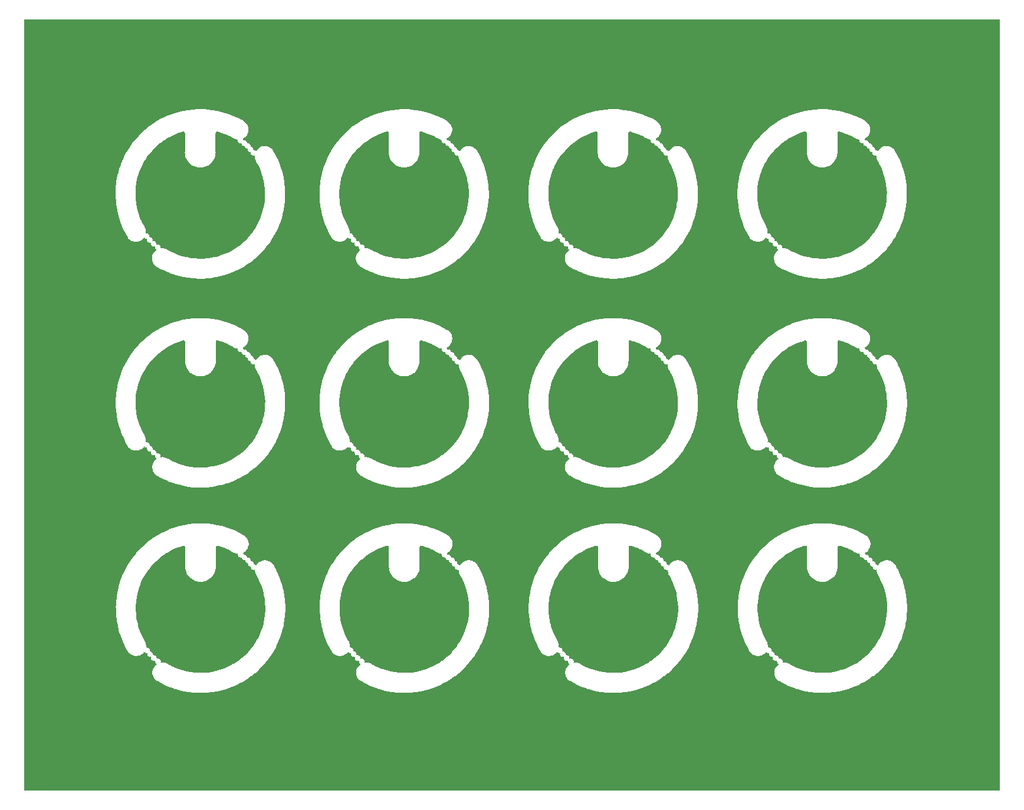
<source format=gbr>
%TF.GenerationSoftware,KiCad,Pcbnew,(6.0.9)*%
%TF.CreationDate,2023-02-17T15:30:31-05:00*%
%TF.ProjectId,eib-64-cap,6569622d-3634-42d6-9361-702e6b696361,A*%
%TF.SameCoordinates,Original*%
%TF.FileFunction,Copper,L2,Bot*%
%TF.FilePolarity,Positive*%
%FSLAX46Y46*%
G04 Gerber Fmt 4.6, Leading zero omitted, Abs format (unit mm)*
G04 Created by KiCad (PCBNEW (6.0.9)) date 2023-02-17 15:30:31*
%MOMM*%
%LPD*%
G01*
G04 APERTURE LIST*
G04 APERTURE END LIST*
%TA.AperFunction,NonConductor*%
G36*
X109098698Y-59811612D02*
G01*
X109112451Y-59814453D01*
X109158595Y-59823985D01*
X109175943Y-59831256D01*
X109187461Y-59838969D01*
X109226761Y-59865284D01*
X109240091Y-59878554D01*
X109274347Y-59929224D01*
X109281695Y-59946541D01*
X109286006Y-59966947D01*
X109291548Y-59993185D01*
X109291531Y-60004570D01*
X109292195Y-60004561D01*
X109292268Y-60010077D01*
X109291112Y-60015474D01*
X109292411Y-60020837D01*
X109292411Y-60020838D01*
X109294874Y-60031010D01*
X109296250Y-60042542D01*
X109296250Y-62759399D01*
X109295004Y-62770379D01*
X109291094Y-62787383D01*
X109291672Y-62789937D01*
X109291943Y-62794075D01*
X109307283Y-63028110D01*
X109310394Y-63075581D01*
X109366669Y-63358495D01*
X109459391Y-63631644D01*
X109460097Y-63633076D01*
X109460098Y-63633078D01*
X109583765Y-63883849D01*
X109586972Y-63890353D01*
X109587863Y-63891686D01*
X109587865Y-63891690D01*
X109736658Y-64114374D01*
X109747230Y-64130196D01*
X109937423Y-64347069D01*
X109938626Y-64348124D01*
X110113959Y-64501887D01*
X110154296Y-64537262D01*
X110155629Y-64538153D01*
X110155632Y-64538155D01*
X110392802Y-64696627D01*
X110392806Y-64696629D01*
X110394139Y-64697520D01*
X110395576Y-64698228D01*
X110395580Y-64698231D01*
X110651414Y-64824394D01*
X110652848Y-64825101D01*
X110925997Y-64917823D01*
X111208911Y-64974098D01*
X111210505Y-64974202D01*
X111210509Y-64974203D01*
X111495148Y-64992859D01*
X111496750Y-64992964D01*
X111498352Y-64992859D01*
X111782991Y-64974203D01*
X111782995Y-64974202D01*
X111784589Y-64974098D01*
X112067503Y-64917823D01*
X112340652Y-64825101D01*
X112342086Y-64824394D01*
X112597920Y-64698231D01*
X112597924Y-64698228D01*
X112599361Y-64697520D01*
X112600694Y-64696629D01*
X112600698Y-64696627D01*
X112837868Y-64538155D01*
X112837871Y-64538153D01*
X112839204Y-64537262D01*
X112879542Y-64501887D01*
X113054874Y-64348124D01*
X113056077Y-64347069D01*
X113246270Y-64130196D01*
X113256842Y-64114374D01*
X113405635Y-63891690D01*
X113405637Y-63891686D01*
X113406528Y-63890353D01*
X113409736Y-63883849D01*
X113533402Y-63633078D01*
X113533403Y-63633076D01*
X113534109Y-63631644D01*
X113626831Y-63358495D01*
X113683106Y-63075581D01*
X113686137Y-63029342D01*
X113701629Y-62792986D01*
X113701803Y-62791059D01*
X113702405Y-62788460D01*
X113702406Y-62787742D01*
X113698477Y-62770518D01*
X113697250Y-62759620D01*
X113697250Y-60042995D01*
X113698668Y-60031293D01*
X113701059Y-60021570D01*
X113702377Y-60016212D01*
X113701241Y-60010813D01*
X113701334Y-60005294D01*
X113701867Y-60005303D01*
X113701862Y-59993660D01*
X113711406Y-59948120D01*
X113718633Y-59930932D01*
X113751781Y-59881366D01*
X113764909Y-59868120D01*
X113814176Y-59834529D01*
X113831299Y-59827148D01*
X113889547Y-59814395D01*
X113908188Y-59813946D01*
X113953666Y-59821629D01*
X113964204Y-59825790D01*
X113964433Y-59825182D01*
X113969594Y-59827128D01*
X113974196Y-59830175D01*
X113979664Y-59830925D01*
X113984241Y-59832651D01*
X113988955Y-59833906D01*
X113993837Y-59836475D01*
X114008464Y-59837001D01*
X114020558Y-59838969D01*
X114383893Y-59946079D01*
X114453354Y-59966556D01*
X114455979Y-59967411D01*
X114634809Y-60031293D01*
X114904193Y-60127523D01*
X114906769Y-60128526D01*
X115330284Y-60307342D01*
X115345231Y-60313653D01*
X115347742Y-60314797D01*
X115354451Y-60318087D01*
X115775095Y-60524368D01*
X115777541Y-60525655D01*
X116166467Y-60744404D01*
X116177677Y-60753056D01*
X116184364Y-60759975D01*
X116184967Y-60760366D01*
X116187555Y-60761312D01*
X116188026Y-60761547D01*
X116188364Y-60761730D01*
X116190609Y-60763892D01*
X116195116Y-60765376D01*
X116197308Y-60766560D01*
X116198586Y-60767289D01*
X116198943Y-60767443D01*
X116384923Y-60867863D01*
X116386644Y-60868792D01*
X116602785Y-60944273D01*
X116604704Y-60944616D01*
X116826239Y-60984213D01*
X116826245Y-60984214D01*
X116826759Y-60984305D01*
X116826760Y-60984306D01*
X116828155Y-60984555D01*
X116828074Y-60985007D01*
X116859752Y-61001908D01*
X116870295Y-61040687D01*
X116861258Y-61097742D01*
X116881104Y-61223046D01*
X116938700Y-61336084D01*
X117028408Y-61425792D01*
X117031841Y-61427541D01*
X117031842Y-61427542D01*
X117078949Y-61451544D01*
X117141446Y-61483388D01*
X117145251Y-61483991D01*
X117145252Y-61483991D01*
X117262943Y-61502631D01*
X117266750Y-61503234D01*
X117357504Y-61488860D01*
X117393970Y-61497615D01*
X117413566Y-61529592D01*
X117429734Y-61631675D01*
X117487330Y-61744713D01*
X117577038Y-61834421D01*
X117580471Y-61836170D01*
X117580472Y-61836171D01*
X117633557Y-61863219D01*
X117690076Y-61892017D01*
X117693881Y-61892620D01*
X117693882Y-61892620D01*
X117811573Y-61911260D01*
X117815380Y-61911863D01*
X117819187Y-61911260D01*
X117860027Y-61904792D01*
X117896494Y-61913547D01*
X117916089Y-61945524D01*
X117926860Y-62013527D01*
X117929734Y-62031675D01*
X117931484Y-62035109D01*
X117973140Y-62116863D01*
X117987330Y-62144713D01*
X118077038Y-62234421D01*
X118080471Y-62236170D01*
X118080472Y-62236171D01*
X118107935Y-62250164D01*
X118190076Y-62292017D01*
X118193881Y-62292620D01*
X118193882Y-62292620D01*
X118276227Y-62305662D01*
X118308204Y-62325258D01*
X118316959Y-62361724D01*
X118309888Y-62406371D01*
X118329734Y-62531675D01*
X118354896Y-62581057D01*
X118373884Y-62618323D01*
X118387330Y-62644713D01*
X118477038Y-62734421D01*
X118480471Y-62736170D01*
X118480472Y-62736171D01*
X118526060Y-62759399D01*
X118590076Y-62792017D01*
X118593881Y-62792620D01*
X118593882Y-62792620D01*
X118694196Y-62808508D01*
X118726173Y-62828104D01*
X118734928Y-62864570D01*
X118731258Y-62887742D01*
X118751104Y-63013046D01*
X118808700Y-63126084D01*
X118898408Y-63215792D01*
X118901841Y-63217541D01*
X118901842Y-63217542D01*
X118954927Y-63244590D01*
X119011446Y-63273388D01*
X119015251Y-63273991D01*
X119015252Y-63273991D01*
X119132943Y-63292631D01*
X119136750Y-63293234D01*
X119140557Y-63292631D01*
X119256676Y-63274240D01*
X119293143Y-63282995D01*
X119312738Y-63314972D01*
X119313341Y-63322513D01*
X119313672Y-63457366D01*
X119313977Y-63459264D01*
X119313977Y-63459267D01*
X119341415Y-63630133D01*
X119349421Y-63679993D01*
X119419488Y-63894308D01*
X119470057Y-63993189D01*
X119515356Y-64081765D01*
X119516355Y-64084209D01*
X119516779Y-64084936D01*
X119517759Y-64087099D01*
X119519083Y-64091325D01*
X119520507Y-64092847D01*
X119521168Y-64094820D01*
X119521543Y-64095432D01*
X119523480Y-64097408D01*
X119529411Y-64103459D01*
X119537477Y-64114372D01*
X119766566Y-64536202D01*
X119807653Y-64611858D01*
X119809059Y-64614658D01*
X120058237Y-65153180D01*
X120059465Y-65156073D01*
X120273616Y-65709477D01*
X120274655Y-65712443D01*
X120452886Y-66278416D01*
X120453726Y-66281412D01*
X120533603Y-66606504D01*
X120595320Y-66857684D01*
X120595971Y-66860759D01*
X120700326Y-67444884D01*
X120700779Y-67447993D01*
X120767477Y-68037606D01*
X120767730Y-68040739D01*
X120796495Y-68633414D01*
X120796547Y-68636556D01*
X120790456Y-69025803D01*
X120787262Y-69229868D01*
X120787113Y-69232995D01*
X120754149Y-69645220D01*
X120739813Y-69824499D01*
X120739462Y-69827622D01*
X120654346Y-70414856D01*
X120653796Y-70417950D01*
X120640534Y-70480761D01*
X120580316Y-70765965D01*
X120531209Y-70998541D01*
X120530462Y-71001588D01*
X120451054Y-71286041D01*
X120370917Y-71573102D01*
X120369977Y-71576097D01*
X120174117Y-72136231D01*
X120172985Y-72139163D01*
X119941628Y-72685573D01*
X119940311Y-72688426D01*
X119674398Y-73218896D01*
X119672900Y-73221659D01*
X119389320Y-73706972D01*
X119373534Y-73733987D01*
X119371867Y-73736639D01*
X119262827Y-73898456D01*
X119040276Y-74228723D01*
X119038437Y-74231272D01*
X118675976Y-74701098D01*
X118673994Y-74703503D01*
X118342254Y-75080787D01*
X118282158Y-75149133D01*
X118280008Y-75151425D01*
X117860435Y-75570998D01*
X117858143Y-75573148D01*
X117412513Y-75964984D01*
X117410108Y-75966966D01*
X117104373Y-76202834D01*
X116940282Y-76329427D01*
X116937733Y-76331266D01*
X116445649Y-76662857D01*
X116443006Y-76664518D01*
X116187651Y-76813729D01*
X115930669Y-76963890D01*
X115927906Y-76965388D01*
X115397436Y-77231301D01*
X115394583Y-77232618D01*
X114848173Y-77463974D01*
X114845244Y-77465105D01*
X114354150Y-77636825D01*
X114285110Y-77660966D01*
X114282115Y-77661906D01*
X113710598Y-77821452D01*
X113707556Y-77822198D01*
X113403911Y-77886310D01*
X113126960Y-77944786D01*
X113123866Y-77945336D01*
X112536632Y-78030452D01*
X112533509Y-78030803D01*
X112448067Y-78037635D01*
X111942005Y-78078103D01*
X111938891Y-78078251D01*
X111667932Y-78082492D01*
X111345566Y-78087537D01*
X111342424Y-78087485D01*
X110749749Y-78058720D01*
X110746616Y-78058467D01*
X110157003Y-77991769D01*
X110153894Y-77991316D01*
X109569769Y-77886961D01*
X109566701Y-77886311D01*
X108990422Y-77744716D01*
X108987426Y-77743876D01*
X108453468Y-77575727D01*
X108421453Y-77565645D01*
X108418487Y-77564606D01*
X107865084Y-77350455D01*
X107862191Y-77349227D01*
X107565414Y-77211906D01*
X107323669Y-77100049D01*
X107320878Y-77098648D01*
X107072743Y-76963890D01*
X106826367Y-76830087D01*
X106814521Y-76821082D01*
X106811069Y-76817511D01*
X106809134Y-76815509D01*
X106808532Y-76815118D01*
X106805930Y-76814168D01*
X106805462Y-76813934D01*
X106805070Y-76813731D01*
X106805050Y-76813729D01*
X106804773Y-76813591D01*
X106803668Y-76812994D01*
X106800954Y-76810437D01*
X106796056Y-76808884D01*
X106794452Y-76808018D01*
X106794442Y-76808005D01*
X106793233Y-76807323D01*
X106792577Y-76806938D01*
X106791991Y-76806689D01*
X106608564Y-76707647D01*
X106608561Y-76707646D01*
X106606843Y-76706718D01*
X106390704Y-76631238D01*
X106388788Y-76630896D01*
X106388786Y-76630895D01*
X106285395Y-76612416D01*
X106165337Y-76590958D01*
X106163383Y-76590923D01*
X106163380Y-76590923D01*
X106079936Y-76589442D01*
X105936434Y-76586894D01*
X105934511Y-76587168D01*
X105934506Y-76587168D01*
X105840658Y-76600524D01*
X105804333Y-76591197D01*
X105785243Y-76558917D01*
X105785357Y-76544348D01*
X105801639Y-76441549D01*
X105802242Y-76437742D01*
X105782396Y-76312438D01*
X105724800Y-76199400D01*
X105635092Y-76109692D01*
X105631659Y-76107943D01*
X105631658Y-76107942D01*
X105543544Y-76063046D01*
X105522054Y-76052096D01*
X105518249Y-76051493D01*
X105518248Y-76051493D01*
X105400557Y-76032853D01*
X105396750Y-76032250D01*
X105392943Y-76032853D01*
X105275252Y-76051493D01*
X105275251Y-76051493D01*
X105271446Y-76052096D01*
X105268014Y-76053845D01*
X105268010Y-76053846D01*
X105262150Y-76056832D01*
X105224762Y-76059773D01*
X105196246Y-76035416D01*
X105191509Y-76005507D01*
X105201639Y-75941549D01*
X105202242Y-75937742D01*
X105198691Y-75915324D01*
X105182999Y-75816244D01*
X105182999Y-75816243D01*
X105182396Y-75812438D01*
X105124800Y-75699400D01*
X105035092Y-75609692D01*
X105031659Y-75607943D01*
X105031658Y-75607942D01*
X104942877Y-75562706D01*
X104922054Y-75552096D01*
X104918249Y-75551493D01*
X104918248Y-75551493D01*
X104800557Y-75532853D01*
X104796750Y-75532250D01*
X104691658Y-75548895D01*
X104655193Y-75540140D01*
X104635597Y-75508163D01*
X104635597Y-75492833D01*
X104640819Y-75459867D01*
X104652242Y-75387742D01*
X104642706Y-75327536D01*
X104632999Y-75266244D01*
X104632999Y-75266243D01*
X104632396Y-75262438D01*
X104581763Y-75163066D01*
X104576550Y-75152834D01*
X104576549Y-75152833D01*
X104574800Y-75149400D01*
X104485092Y-75059692D01*
X104481659Y-75057943D01*
X104481658Y-75057942D01*
X104406696Y-75019747D01*
X104372054Y-75002096D01*
X104368249Y-75001493D01*
X104368248Y-75001493D01*
X104250557Y-74982853D01*
X104246750Y-74982250D01*
X104242943Y-74982853D01*
X104239085Y-74982853D01*
X104239085Y-74981411D01*
X104207772Y-74973898D01*
X104188172Y-74941924D01*
X104188171Y-74926587D01*
X104201639Y-74841549D01*
X104202242Y-74837742D01*
X104182396Y-74712438D01*
X104153598Y-74655919D01*
X104126550Y-74602834D01*
X104126549Y-74602833D01*
X104124800Y-74599400D01*
X104035092Y-74509692D01*
X104031659Y-74507943D01*
X104031658Y-74507942D01*
X103978573Y-74480894D01*
X103922054Y-74452096D01*
X103918249Y-74451493D01*
X103918248Y-74451493D01*
X103800557Y-74432853D01*
X103796750Y-74432250D01*
X103792943Y-74432853D01*
X103727278Y-74443253D01*
X103690811Y-74434498D01*
X103671216Y-74402521D01*
X103671276Y-74386820D01*
X103677157Y-74351447D01*
X103677157Y-74351444D01*
X103677477Y-74349521D01*
X103678767Y-74122658D01*
X103644106Y-73898456D01*
X103574371Y-73682574D01*
X103573487Y-73680840D01*
X103573484Y-73680833D01*
X103478214Y-73493979D01*
X103477030Y-73491080D01*
X103476735Y-73490574D01*
X103475728Y-73488350D01*
X103474414Y-73484158D01*
X103472999Y-73482646D01*
X103472340Y-73480679D01*
X103471965Y-73480067D01*
X103470031Y-73478094D01*
X103470029Y-73478091D01*
X103464047Y-73471988D01*
X103455996Y-73461100D01*
X103190528Y-72972951D01*
X103189144Y-72970204D01*
X102943446Y-72441559D01*
X102942233Y-72438720D01*
X102730304Y-71895621D01*
X102729273Y-71892710D01*
X102551979Y-71337371D01*
X102551133Y-71334402D01*
X102409160Y-70768980D01*
X102408504Y-70765968D01*
X102302423Y-70192723D01*
X102301961Y-70189699D01*
X102232192Y-69610899D01*
X102231920Y-69607836D01*
X102211531Y-69250156D01*
X102198742Y-69025789D01*
X102198664Y-69022716D01*
X102202210Y-68439771D01*
X102202326Y-68436686D01*
X102239255Y-67903118D01*
X102242578Y-67855106D01*
X102242887Y-67852041D01*
X102319686Y-67274157D01*
X102320189Y-67271111D01*
X102332956Y-67206519D01*
X102433234Y-66699194D01*
X102433922Y-66696212D01*
X102544248Y-66278401D01*
X102582761Y-66132553D01*
X102583643Y-66129594D01*
X102767679Y-65576446D01*
X102768745Y-65573549D01*
X102926859Y-65182468D01*
X102987264Y-65033064D01*
X102988495Y-65030273D01*
X103118546Y-64759133D01*
X103240619Y-64504627D01*
X103242041Y-64501887D01*
X103450071Y-64130196D01*
X103526769Y-63993159D01*
X103528348Y-63990536D01*
X103844540Y-63500768D01*
X103846293Y-63498231D01*
X103876495Y-63457352D01*
X104157385Y-63077155D01*
X104192709Y-63029342D01*
X104194621Y-63026918D01*
X104569871Y-62580785D01*
X104571932Y-62578486D01*
X104827351Y-62311006D01*
X104974540Y-62156867D01*
X104976737Y-62154707D01*
X104984611Y-62147439D01*
X105405096Y-61759284D01*
X105407429Y-61757263D01*
X105520587Y-61665303D01*
X105859846Y-61389599D01*
X105862277Y-61387747D01*
X106220091Y-61132627D01*
X106336960Y-61049300D01*
X106339530Y-61047587D01*
X106797688Y-60762653D01*
X106834575Y-60739713D01*
X106837245Y-60738167D01*
X107350686Y-60462089D01*
X107353450Y-60460713D01*
X107883266Y-60217516D01*
X107886111Y-60216317D01*
X108430198Y-60006968D01*
X108433113Y-60005951D01*
X108677433Y-59929224D01*
X108965578Y-59838734D01*
X108977956Y-59836539D01*
X108991810Y-59835891D01*
X108996666Y-59833268D01*
X109001629Y-59831889D01*
X109006424Y-59830007D01*
X109011880Y-59829184D01*
X109016440Y-59826076D01*
X109021574Y-59824061D01*
X109021779Y-59824582D01*
X109032534Y-59820156D01*
X109079889Y-59811413D01*
X109098698Y-59811612D01*
G37*
%TD.AperFunction*%
%TA.AperFunction,NonConductor*%
G36*
X139098698Y-59811612D02*
G01*
X139112451Y-59814453D01*
X139158595Y-59823985D01*
X139175943Y-59831256D01*
X139187461Y-59838969D01*
X139226761Y-59865284D01*
X139240091Y-59878554D01*
X139274347Y-59929224D01*
X139281695Y-59946541D01*
X139286006Y-59966947D01*
X139291548Y-59993185D01*
X139291531Y-60004570D01*
X139292195Y-60004561D01*
X139292268Y-60010077D01*
X139291112Y-60015474D01*
X139292411Y-60020837D01*
X139292411Y-60020838D01*
X139294874Y-60031010D01*
X139296250Y-60042542D01*
X139296250Y-62759399D01*
X139295004Y-62770379D01*
X139291094Y-62787383D01*
X139291672Y-62789937D01*
X139291943Y-62794075D01*
X139307283Y-63028110D01*
X139310394Y-63075581D01*
X139366669Y-63358495D01*
X139459391Y-63631644D01*
X139460097Y-63633076D01*
X139460098Y-63633078D01*
X139583765Y-63883849D01*
X139586972Y-63890353D01*
X139587863Y-63891686D01*
X139587865Y-63891690D01*
X139736658Y-64114374D01*
X139747230Y-64130196D01*
X139937423Y-64347069D01*
X139938626Y-64348124D01*
X140113959Y-64501887D01*
X140154296Y-64537262D01*
X140155629Y-64538153D01*
X140155632Y-64538155D01*
X140392802Y-64696627D01*
X140392806Y-64696629D01*
X140394139Y-64697520D01*
X140395576Y-64698228D01*
X140395580Y-64698231D01*
X140651414Y-64824394D01*
X140652848Y-64825101D01*
X140925997Y-64917823D01*
X141208911Y-64974098D01*
X141210505Y-64974202D01*
X141210509Y-64974203D01*
X141495148Y-64992859D01*
X141496750Y-64992964D01*
X141498352Y-64992859D01*
X141782991Y-64974203D01*
X141782995Y-64974202D01*
X141784589Y-64974098D01*
X142067503Y-64917823D01*
X142340652Y-64825101D01*
X142342086Y-64824394D01*
X142597920Y-64698231D01*
X142597924Y-64698228D01*
X142599361Y-64697520D01*
X142600694Y-64696629D01*
X142600698Y-64696627D01*
X142837868Y-64538155D01*
X142837871Y-64538153D01*
X142839204Y-64537262D01*
X142879542Y-64501887D01*
X143054874Y-64348124D01*
X143056077Y-64347069D01*
X143246270Y-64130196D01*
X143256842Y-64114374D01*
X143405635Y-63891690D01*
X143405637Y-63891686D01*
X143406528Y-63890353D01*
X143409736Y-63883849D01*
X143533402Y-63633078D01*
X143533403Y-63633076D01*
X143534109Y-63631644D01*
X143626831Y-63358495D01*
X143683106Y-63075581D01*
X143686137Y-63029342D01*
X143701629Y-62792986D01*
X143701803Y-62791059D01*
X143702405Y-62788460D01*
X143702406Y-62787742D01*
X143698477Y-62770518D01*
X143697250Y-62759620D01*
X143697250Y-60042995D01*
X143698668Y-60031293D01*
X143701059Y-60021570D01*
X143702377Y-60016212D01*
X143701241Y-60010813D01*
X143701334Y-60005294D01*
X143701867Y-60005303D01*
X143701862Y-59993660D01*
X143711406Y-59948120D01*
X143718633Y-59930932D01*
X143751781Y-59881366D01*
X143764909Y-59868120D01*
X143814176Y-59834529D01*
X143831299Y-59827148D01*
X143889547Y-59814395D01*
X143908188Y-59813946D01*
X143953666Y-59821629D01*
X143964204Y-59825790D01*
X143964433Y-59825182D01*
X143969594Y-59827128D01*
X143974196Y-59830175D01*
X143979664Y-59830925D01*
X143984241Y-59832651D01*
X143988955Y-59833906D01*
X143993837Y-59836475D01*
X144008464Y-59837001D01*
X144020558Y-59838969D01*
X144383893Y-59946079D01*
X144453354Y-59966556D01*
X144455979Y-59967411D01*
X144634809Y-60031293D01*
X144904193Y-60127523D01*
X144906769Y-60128526D01*
X145330284Y-60307342D01*
X145345231Y-60313653D01*
X145347742Y-60314797D01*
X145354451Y-60318087D01*
X145775095Y-60524368D01*
X145777541Y-60525655D01*
X146166467Y-60744404D01*
X146177677Y-60753056D01*
X146184364Y-60759975D01*
X146184967Y-60760366D01*
X146187555Y-60761312D01*
X146188026Y-60761547D01*
X146188364Y-60761730D01*
X146190609Y-60763892D01*
X146195116Y-60765376D01*
X146197308Y-60766560D01*
X146198586Y-60767289D01*
X146198943Y-60767443D01*
X146384923Y-60867863D01*
X146386644Y-60868792D01*
X146602785Y-60944273D01*
X146604704Y-60944616D01*
X146826239Y-60984213D01*
X146826245Y-60984214D01*
X146826759Y-60984305D01*
X146826760Y-60984306D01*
X146828155Y-60984555D01*
X146828074Y-60985007D01*
X146859752Y-61001908D01*
X146870295Y-61040687D01*
X146861258Y-61097742D01*
X146881104Y-61223046D01*
X146938700Y-61336084D01*
X147028408Y-61425792D01*
X147031841Y-61427541D01*
X147031842Y-61427542D01*
X147078949Y-61451544D01*
X147141446Y-61483388D01*
X147145251Y-61483991D01*
X147145252Y-61483991D01*
X147262943Y-61502631D01*
X147266750Y-61503234D01*
X147357504Y-61488860D01*
X147393970Y-61497615D01*
X147413566Y-61529592D01*
X147429734Y-61631675D01*
X147487330Y-61744713D01*
X147577038Y-61834421D01*
X147580471Y-61836170D01*
X147580472Y-61836171D01*
X147633557Y-61863219D01*
X147690076Y-61892017D01*
X147693881Y-61892620D01*
X147693882Y-61892620D01*
X147811573Y-61911260D01*
X147815380Y-61911863D01*
X147819187Y-61911260D01*
X147860027Y-61904792D01*
X147896494Y-61913547D01*
X147916089Y-61945524D01*
X147926860Y-62013527D01*
X147929734Y-62031675D01*
X147931484Y-62035109D01*
X147973140Y-62116863D01*
X147987330Y-62144713D01*
X148077038Y-62234421D01*
X148080471Y-62236170D01*
X148080472Y-62236171D01*
X148107935Y-62250164D01*
X148190076Y-62292017D01*
X148193881Y-62292620D01*
X148193882Y-62292620D01*
X148276227Y-62305662D01*
X148308204Y-62325258D01*
X148316959Y-62361724D01*
X148309888Y-62406371D01*
X148329734Y-62531675D01*
X148354896Y-62581057D01*
X148373884Y-62618323D01*
X148387330Y-62644713D01*
X148477038Y-62734421D01*
X148480471Y-62736170D01*
X148480472Y-62736171D01*
X148526060Y-62759399D01*
X148590076Y-62792017D01*
X148593881Y-62792620D01*
X148593882Y-62792620D01*
X148694196Y-62808508D01*
X148726173Y-62828104D01*
X148734928Y-62864570D01*
X148731258Y-62887742D01*
X148751104Y-63013046D01*
X148808700Y-63126084D01*
X148898408Y-63215792D01*
X148901841Y-63217541D01*
X148901842Y-63217542D01*
X148954927Y-63244590D01*
X149011446Y-63273388D01*
X149015251Y-63273991D01*
X149015252Y-63273991D01*
X149132943Y-63292631D01*
X149136750Y-63293234D01*
X149140557Y-63292631D01*
X149256676Y-63274240D01*
X149293143Y-63282995D01*
X149312738Y-63314972D01*
X149313341Y-63322513D01*
X149313672Y-63457366D01*
X149313977Y-63459264D01*
X149313977Y-63459267D01*
X149341415Y-63630133D01*
X149349421Y-63679993D01*
X149419488Y-63894308D01*
X149470057Y-63993189D01*
X149515356Y-64081765D01*
X149516355Y-64084209D01*
X149516779Y-64084936D01*
X149517759Y-64087099D01*
X149519083Y-64091325D01*
X149520507Y-64092847D01*
X149521168Y-64094820D01*
X149521543Y-64095432D01*
X149523480Y-64097408D01*
X149529411Y-64103459D01*
X149537477Y-64114372D01*
X149766566Y-64536202D01*
X149807653Y-64611858D01*
X149809059Y-64614658D01*
X150058237Y-65153180D01*
X150059465Y-65156073D01*
X150273616Y-65709477D01*
X150274655Y-65712443D01*
X150452886Y-66278416D01*
X150453726Y-66281412D01*
X150533603Y-66606504D01*
X150595320Y-66857684D01*
X150595971Y-66860759D01*
X150700326Y-67444884D01*
X150700779Y-67447993D01*
X150767477Y-68037606D01*
X150767730Y-68040739D01*
X150796495Y-68633414D01*
X150796547Y-68636556D01*
X150790456Y-69025803D01*
X150787262Y-69229868D01*
X150787113Y-69232995D01*
X150754149Y-69645220D01*
X150739813Y-69824499D01*
X150739462Y-69827622D01*
X150654346Y-70414856D01*
X150653796Y-70417950D01*
X150640534Y-70480761D01*
X150580316Y-70765965D01*
X150531209Y-70998541D01*
X150530462Y-71001588D01*
X150451054Y-71286041D01*
X150370917Y-71573102D01*
X150369977Y-71576097D01*
X150174117Y-72136231D01*
X150172985Y-72139163D01*
X149941628Y-72685573D01*
X149940311Y-72688426D01*
X149674398Y-73218896D01*
X149672900Y-73221659D01*
X149389320Y-73706972D01*
X149373534Y-73733987D01*
X149371867Y-73736639D01*
X149262827Y-73898456D01*
X149040276Y-74228723D01*
X149038437Y-74231272D01*
X148675976Y-74701098D01*
X148673994Y-74703503D01*
X148342254Y-75080787D01*
X148282158Y-75149133D01*
X148280008Y-75151425D01*
X147860435Y-75570998D01*
X147858143Y-75573148D01*
X147412513Y-75964984D01*
X147410108Y-75966966D01*
X147104373Y-76202834D01*
X146940282Y-76329427D01*
X146937733Y-76331266D01*
X146445649Y-76662857D01*
X146443006Y-76664518D01*
X146187651Y-76813729D01*
X145930669Y-76963890D01*
X145927906Y-76965388D01*
X145397436Y-77231301D01*
X145394583Y-77232618D01*
X144848173Y-77463974D01*
X144845244Y-77465105D01*
X144354150Y-77636825D01*
X144285110Y-77660966D01*
X144282115Y-77661906D01*
X143710598Y-77821452D01*
X143707556Y-77822198D01*
X143403911Y-77886310D01*
X143126960Y-77944786D01*
X143123866Y-77945336D01*
X142536632Y-78030452D01*
X142533509Y-78030803D01*
X142448067Y-78037635D01*
X141942005Y-78078103D01*
X141938891Y-78078251D01*
X141667932Y-78082492D01*
X141345566Y-78087537D01*
X141342424Y-78087485D01*
X140749749Y-78058720D01*
X140746616Y-78058467D01*
X140157003Y-77991769D01*
X140153894Y-77991316D01*
X139569769Y-77886961D01*
X139566701Y-77886311D01*
X138990422Y-77744716D01*
X138987426Y-77743876D01*
X138453468Y-77575727D01*
X138421453Y-77565645D01*
X138418487Y-77564606D01*
X137865084Y-77350455D01*
X137862191Y-77349227D01*
X137565414Y-77211906D01*
X137323669Y-77100049D01*
X137320878Y-77098648D01*
X137072743Y-76963890D01*
X136826367Y-76830087D01*
X136814521Y-76821082D01*
X136811069Y-76817511D01*
X136809134Y-76815509D01*
X136808532Y-76815118D01*
X136805930Y-76814168D01*
X136805462Y-76813934D01*
X136805070Y-76813731D01*
X136805050Y-76813729D01*
X136804773Y-76813591D01*
X136803668Y-76812994D01*
X136800954Y-76810437D01*
X136796056Y-76808884D01*
X136794452Y-76808018D01*
X136794442Y-76808005D01*
X136793233Y-76807323D01*
X136792577Y-76806938D01*
X136791991Y-76806689D01*
X136608564Y-76707647D01*
X136608561Y-76707646D01*
X136606843Y-76706718D01*
X136390704Y-76631238D01*
X136388788Y-76630896D01*
X136388786Y-76630895D01*
X136285395Y-76612416D01*
X136165337Y-76590958D01*
X136163383Y-76590923D01*
X136163380Y-76590923D01*
X136079936Y-76589442D01*
X135936434Y-76586894D01*
X135934511Y-76587168D01*
X135934506Y-76587168D01*
X135840658Y-76600524D01*
X135804333Y-76591197D01*
X135785243Y-76558917D01*
X135785357Y-76544348D01*
X135801639Y-76441549D01*
X135802242Y-76437742D01*
X135782396Y-76312438D01*
X135724800Y-76199400D01*
X135635092Y-76109692D01*
X135631659Y-76107943D01*
X135631658Y-76107942D01*
X135543544Y-76063046D01*
X135522054Y-76052096D01*
X135518249Y-76051493D01*
X135518248Y-76051493D01*
X135400557Y-76032853D01*
X135396750Y-76032250D01*
X135392943Y-76032853D01*
X135275252Y-76051493D01*
X135275251Y-76051493D01*
X135271446Y-76052096D01*
X135268014Y-76053845D01*
X135268010Y-76053846D01*
X135262150Y-76056832D01*
X135224762Y-76059773D01*
X135196246Y-76035416D01*
X135191509Y-76005507D01*
X135201639Y-75941549D01*
X135202242Y-75937742D01*
X135198691Y-75915324D01*
X135182999Y-75816244D01*
X135182999Y-75816243D01*
X135182396Y-75812438D01*
X135124800Y-75699400D01*
X135035092Y-75609692D01*
X135031659Y-75607943D01*
X135031658Y-75607942D01*
X134942877Y-75562706D01*
X134922054Y-75552096D01*
X134918249Y-75551493D01*
X134918248Y-75551493D01*
X134800557Y-75532853D01*
X134796750Y-75532250D01*
X134691658Y-75548895D01*
X134655193Y-75540140D01*
X134635597Y-75508163D01*
X134635597Y-75492833D01*
X134640819Y-75459867D01*
X134652242Y-75387742D01*
X134642706Y-75327536D01*
X134632999Y-75266244D01*
X134632999Y-75266243D01*
X134632396Y-75262438D01*
X134581763Y-75163066D01*
X134576550Y-75152834D01*
X134576549Y-75152833D01*
X134574800Y-75149400D01*
X134485092Y-75059692D01*
X134481659Y-75057943D01*
X134481658Y-75057942D01*
X134406696Y-75019747D01*
X134372054Y-75002096D01*
X134368249Y-75001493D01*
X134368248Y-75001493D01*
X134250557Y-74982853D01*
X134246750Y-74982250D01*
X134242943Y-74982853D01*
X134239085Y-74982853D01*
X134239085Y-74981411D01*
X134207772Y-74973898D01*
X134188172Y-74941924D01*
X134188171Y-74926587D01*
X134201639Y-74841549D01*
X134202242Y-74837742D01*
X134182396Y-74712438D01*
X134153598Y-74655919D01*
X134126550Y-74602834D01*
X134126549Y-74602833D01*
X134124800Y-74599400D01*
X134035092Y-74509692D01*
X134031659Y-74507943D01*
X134031658Y-74507942D01*
X133978573Y-74480894D01*
X133922054Y-74452096D01*
X133918249Y-74451493D01*
X133918248Y-74451493D01*
X133800557Y-74432853D01*
X133796750Y-74432250D01*
X133792943Y-74432853D01*
X133727278Y-74443253D01*
X133690811Y-74434498D01*
X133671216Y-74402521D01*
X133671276Y-74386820D01*
X133677157Y-74351447D01*
X133677157Y-74351444D01*
X133677477Y-74349521D01*
X133678767Y-74122658D01*
X133644106Y-73898456D01*
X133574371Y-73682574D01*
X133573487Y-73680840D01*
X133573484Y-73680833D01*
X133478214Y-73493979D01*
X133477030Y-73491080D01*
X133476735Y-73490574D01*
X133475728Y-73488350D01*
X133474414Y-73484158D01*
X133472999Y-73482646D01*
X133472340Y-73480679D01*
X133471965Y-73480067D01*
X133470031Y-73478094D01*
X133470029Y-73478091D01*
X133464047Y-73471988D01*
X133455996Y-73461100D01*
X133190528Y-72972951D01*
X133189144Y-72970204D01*
X132943446Y-72441559D01*
X132942233Y-72438720D01*
X132730304Y-71895621D01*
X132729273Y-71892710D01*
X132551979Y-71337371D01*
X132551133Y-71334402D01*
X132409160Y-70768980D01*
X132408504Y-70765968D01*
X132302423Y-70192723D01*
X132301961Y-70189699D01*
X132232192Y-69610899D01*
X132231920Y-69607836D01*
X132211531Y-69250156D01*
X132198742Y-69025789D01*
X132198664Y-69022716D01*
X132202210Y-68439771D01*
X132202326Y-68436686D01*
X132239255Y-67903118D01*
X132242578Y-67855106D01*
X132242887Y-67852041D01*
X132319686Y-67274157D01*
X132320189Y-67271111D01*
X132332956Y-67206519D01*
X132433234Y-66699194D01*
X132433922Y-66696212D01*
X132544248Y-66278401D01*
X132582761Y-66132553D01*
X132583643Y-66129594D01*
X132767679Y-65576446D01*
X132768745Y-65573549D01*
X132926859Y-65182468D01*
X132987264Y-65033064D01*
X132988495Y-65030273D01*
X133118546Y-64759133D01*
X133240619Y-64504627D01*
X133242041Y-64501887D01*
X133450071Y-64130196D01*
X133526769Y-63993159D01*
X133528348Y-63990536D01*
X133844540Y-63500768D01*
X133846293Y-63498231D01*
X133876495Y-63457352D01*
X134157385Y-63077155D01*
X134192709Y-63029342D01*
X134194621Y-63026918D01*
X134569871Y-62580785D01*
X134571932Y-62578486D01*
X134827351Y-62311006D01*
X134974540Y-62156867D01*
X134976737Y-62154707D01*
X134984611Y-62147439D01*
X135405096Y-61759284D01*
X135407429Y-61757263D01*
X135520587Y-61665303D01*
X135859846Y-61389599D01*
X135862277Y-61387747D01*
X136220091Y-61132627D01*
X136336960Y-61049300D01*
X136339530Y-61047587D01*
X136797688Y-60762653D01*
X136834575Y-60739713D01*
X136837245Y-60738167D01*
X137350686Y-60462089D01*
X137353450Y-60460713D01*
X137883266Y-60217516D01*
X137886111Y-60216317D01*
X138430198Y-60006968D01*
X138433113Y-60005951D01*
X138677433Y-59929224D01*
X138965578Y-59838734D01*
X138977956Y-59836539D01*
X138991810Y-59835891D01*
X138996666Y-59833268D01*
X139001629Y-59831889D01*
X139006424Y-59830007D01*
X139011880Y-59829184D01*
X139016440Y-59826076D01*
X139021574Y-59824061D01*
X139021779Y-59824582D01*
X139032534Y-59820156D01*
X139079889Y-59811413D01*
X139098698Y-59811612D01*
G37*
%TD.AperFunction*%
%TA.AperFunction,NonConductor*%
G36*
X79846021Y-59811635D02*
G01*
X79859656Y-59814453D01*
X79905904Y-59824012D01*
X79923248Y-59831283D01*
X79974018Y-59865284D01*
X79974054Y-59865308D01*
X79987382Y-59878578D01*
X80021629Y-59929238D01*
X80028977Y-59946556D01*
X80038866Y-59993379D01*
X80038851Y-60004570D01*
X80039554Y-60004561D01*
X80039628Y-60010078D01*
X80038472Y-60015474D01*
X80039771Y-60020837D01*
X80042234Y-60031011D01*
X80043610Y-60042542D01*
X80043610Y-62759399D01*
X80042364Y-62770379D01*
X80038454Y-62787383D01*
X80039032Y-62789937D01*
X80039303Y-62794075D01*
X80054643Y-63028110D01*
X80057754Y-63075581D01*
X80114029Y-63358495D01*
X80206751Y-63631644D01*
X80207457Y-63633076D01*
X80207458Y-63633078D01*
X80331125Y-63883849D01*
X80334332Y-63890353D01*
X80335223Y-63891686D01*
X80335225Y-63891690D01*
X80484018Y-64114374D01*
X80494590Y-64130196D01*
X80684783Y-64347069D01*
X80685986Y-64348124D01*
X80861319Y-64501887D01*
X80901656Y-64537262D01*
X80902989Y-64538153D01*
X80902992Y-64538155D01*
X81140162Y-64696627D01*
X81140166Y-64696629D01*
X81141499Y-64697520D01*
X81142936Y-64698228D01*
X81142940Y-64698231D01*
X81398774Y-64824394D01*
X81400208Y-64825101D01*
X81673357Y-64917823D01*
X81956271Y-64974098D01*
X81957865Y-64974202D01*
X81957869Y-64974203D01*
X82242508Y-64992859D01*
X82244110Y-64992964D01*
X82245712Y-64992859D01*
X82530351Y-64974203D01*
X82530355Y-64974202D01*
X82531949Y-64974098D01*
X82814863Y-64917823D01*
X83088012Y-64825101D01*
X83089446Y-64824394D01*
X83345280Y-64698231D01*
X83345284Y-64698228D01*
X83346721Y-64697520D01*
X83348054Y-64696629D01*
X83348058Y-64696627D01*
X83585228Y-64538155D01*
X83585231Y-64538153D01*
X83586564Y-64537262D01*
X83626902Y-64501887D01*
X83802234Y-64348124D01*
X83803437Y-64347069D01*
X83993630Y-64130196D01*
X84004202Y-64114374D01*
X84152995Y-63891690D01*
X84152997Y-63891686D01*
X84153888Y-63890353D01*
X84157096Y-63883849D01*
X84280762Y-63633078D01*
X84280763Y-63633076D01*
X84281469Y-63631644D01*
X84374191Y-63358495D01*
X84430466Y-63075581D01*
X84433497Y-63029342D01*
X84448989Y-62792986D01*
X84449163Y-62791059D01*
X84449765Y-62788460D01*
X84449766Y-62787742D01*
X84445837Y-62770518D01*
X84444610Y-62759620D01*
X84444610Y-60042995D01*
X84446028Y-60031293D01*
X84448419Y-60021570D01*
X84449737Y-60016212D01*
X84448601Y-60010813D01*
X84448694Y-60005293D01*
X84449227Y-60005302D01*
X84449222Y-59993661D01*
X84450888Y-59985715D01*
X84458763Y-59948138D01*
X84465990Y-59930949D01*
X84499134Y-59881396D01*
X84512258Y-59868156D01*
X84561514Y-59834576D01*
X84578639Y-59827196D01*
X84636872Y-59814453D01*
X84655511Y-59814006D01*
X84685606Y-59819094D01*
X84701165Y-59821725D01*
X84711525Y-59825817D01*
X84711769Y-59825171D01*
X84716929Y-59827118D01*
X84721530Y-59830165D01*
X84726996Y-59830915D01*
X84731575Y-59832643D01*
X84736310Y-59833903D01*
X84741196Y-59836475D01*
X84755822Y-59837001D01*
X84767916Y-59838969D01*
X85200702Y-59966556D01*
X85200712Y-59966559D01*
X85203331Y-59967412D01*
X85398295Y-60037059D01*
X85651549Y-60127529D01*
X85654125Y-60128532D01*
X86085440Y-60310644D01*
X86092585Y-60313661D01*
X86095096Y-60314805D01*
X86243826Y-60387742D01*
X86522448Y-60524378D01*
X86524894Y-60525665D01*
X86913868Y-60744445D01*
X86925079Y-60753099D01*
X86931729Y-60759979D01*
X86932331Y-60760370D01*
X86934925Y-60761318D01*
X86935695Y-60761703D01*
X86937968Y-60763892D01*
X86942876Y-60765508D01*
X86944339Y-60766298D01*
X86944900Y-60766636D01*
X86944918Y-60766660D01*
X86945326Y-60766893D01*
X86945835Y-60767200D01*
X86946695Y-60767570D01*
X87134043Y-60868722D01*
X87350177Y-60944195D01*
X87352082Y-60944535D01*
X87352088Y-60944537D01*
X87508212Y-60972438D01*
X87575538Y-60984470D01*
X87575457Y-60984925D01*
X87607126Y-61001823D01*
X87617668Y-61040601D01*
X87608618Y-61097742D01*
X87628464Y-61223046D01*
X87686060Y-61336084D01*
X87775768Y-61425792D01*
X87779201Y-61427541D01*
X87779202Y-61427542D01*
X87826309Y-61451544D01*
X87888806Y-61483388D01*
X87892611Y-61483991D01*
X87892612Y-61483991D01*
X88010303Y-61502631D01*
X88014110Y-61503234D01*
X88104864Y-61488860D01*
X88141330Y-61497615D01*
X88160926Y-61529592D01*
X88177094Y-61631675D01*
X88234690Y-61744713D01*
X88324398Y-61834421D01*
X88327831Y-61836170D01*
X88327832Y-61836171D01*
X88380917Y-61863219D01*
X88437436Y-61892017D01*
X88441241Y-61892620D01*
X88441242Y-61892620D01*
X88558933Y-61911260D01*
X88562740Y-61911863D01*
X88566547Y-61911260D01*
X88607387Y-61904792D01*
X88643854Y-61913547D01*
X88663449Y-61945524D01*
X88674220Y-62013527D01*
X88677094Y-62031675D01*
X88678844Y-62035109D01*
X88720500Y-62116863D01*
X88734690Y-62144713D01*
X88824398Y-62234421D01*
X88827831Y-62236170D01*
X88827832Y-62236171D01*
X88855295Y-62250164D01*
X88937436Y-62292017D01*
X88941241Y-62292620D01*
X88941242Y-62292620D01*
X89023587Y-62305662D01*
X89055564Y-62325258D01*
X89064319Y-62361724D01*
X89057248Y-62406371D01*
X89077094Y-62531675D01*
X89102256Y-62581057D01*
X89121244Y-62618323D01*
X89134690Y-62644713D01*
X89224398Y-62734421D01*
X89227831Y-62736170D01*
X89227832Y-62736171D01*
X89273420Y-62759399D01*
X89337436Y-62792017D01*
X89341241Y-62792620D01*
X89341242Y-62792620D01*
X89441556Y-62808508D01*
X89473533Y-62828104D01*
X89482288Y-62864570D01*
X89478618Y-62887742D01*
X89498464Y-63013046D01*
X89556060Y-63126084D01*
X89645768Y-63215792D01*
X89649201Y-63217541D01*
X89649202Y-63217542D01*
X89702287Y-63244590D01*
X89758806Y-63273388D01*
X89762611Y-63273991D01*
X89762612Y-63273991D01*
X89880303Y-63292631D01*
X89884110Y-63293234D01*
X89887917Y-63292631D01*
X90004042Y-63274239D01*
X90040509Y-63282994D01*
X90060104Y-63314971D01*
X90060707Y-63322516D01*
X90060850Y-63380767D01*
X90061037Y-63457352D01*
X90061342Y-63459249D01*
X90061342Y-63459254D01*
X90072475Y-63528591D01*
X90096783Y-63679982D01*
X90107238Y-63711962D01*
X90164254Y-63886365D01*
X90166848Y-63894301D01*
X90167724Y-63896014D01*
X90262713Y-64081759D01*
X90263714Y-64084206D01*
X90264136Y-64084930D01*
X90265120Y-64087102D01*
X90266443Y-64091325D01*
X90267865Y-64092845D01*
X90268526Y-64094817D01*
X90268901Y-64095429D01*
X90270838Y-64097405D01*
X90276770Y-64103457D01*
X90284837Y-64114371D01*
X90513926Y-64536202D01*
X90555013Y-64611858D01*
X90556419Y-64614658D01*
X90805597Y-65153180D01*
X90806825Y-65156073D01*
X91020976Y-65709477D01*
X91022015Y-65712443D01*
X91200246Y-66278416D01*
X91201086Y-66281412D01*
X91280963Y-66606504D01*
X91342680Y-66857684D01*
X91343331Y-66860759D01*
X91447686Y-67444884D01*
X91448139Y-67447993D01*
X91514837Y-68037606D01*
X91515090Y-68040739D01*
X91543855Y-68633414D01*
X91543907Y-68636556D01*
X91537816Y-69025803D01*
X91534622Y-69229868D01*
X91534473Y-69232995D01*
X91501509Y-69645220D01*
X91487173Y-69824499D01*
X91486822Y-69827622D01*
X91401706Y-70414856D01*
X91401156Y-70417950D01*
X91387894Y-70480761D01*
X91327676Y-70765965D01*
X91278569Y-70998541D01*
X91277822Y-71001588D01*
X91198414Y-71286041D01*
X91118277Y-71573102D01*
X91117337Y-71576097D01*
X90921477Y-72136231D01*
X90920345Y-72139163D01*
X90688988Y-72685573D01*
X90687671Y-72688426D01*
X90421758Y-73218896D01*
X90420260Y-73221659D01*
X90136680Y-73706972D01*
X90120894Y-73733987D01*
X90119227Y-73736639D01*
X90010187Y-73898456D01*
X89787636Y-74228723D01*
X89785797Y-74231272D01*
X89423336Y-74701098D01*
X89421354Y-74703503D01*
X89089614Y-75080787D01*
X89029518Y-75149133D01*
X89027368Y-75151425D01*
X88607795Y-75570998D01*
X88605503Y-75573148D01*
X88159873Y-75964984D01*
X88157468Y-75966966D01*
X87851733Y-76202834D01*
X87687642Y-76329427D01*
X87685093Y-76331266D01*
X87193009Y-76662857D01*
X87190366Y-76664518D01*
X86935011Y-76813729D01*
X86678029Y-76963890D01*
X86675266Y-76965388D01*
X86144796Y-77231301D01*
X86141943Y-77232618D01*
X85595533Y-77463974D01*
X85592604Y-77465105D01*
X85101510Y-77636825D01*
X85032470Y-77660966D01*
X85029475Y-77661906D01*
X84457958Y-77821452D01*
X84454916Y-77822198D01*
X84151271Y-77886310D01*
X83874320Y-77944786D01*
X83871226Y-77945336D01*
X83283992Y-78030452D01*
X83280869Y-78030803D01*
X83195427Y-78037635D01*
X82689365Y-78078103D01*
X82686251Y-78078251D01*
X82415292Y-78082492D01*
X82092926Y-78087537D01*
X82089784Y-78087485D01*
X81497109Y-78058720D01*
X81493976Y-78058467D01*
X80904363Y-77991769D01*
X80901254Y-77991316D01*
X80317129Y-77886961D01*
X80314061Y-77886311D01*
X79737782Y-77744716D01*
X79734786Y-77743876D01*
X79200828Y-77575727D01*
X79168813Y-77565645D01*
X79165847Y-77564606D01*
X78612444Y-77350455D01*
X78609551Y-77349227D01*
X78312774Y-77211906D01*
X78071029Y-77100049D01*
X78068238Y-77098647D01*
X77573731Y-76830090D01*
X77561881Y-76821081D01*
X77558420Y-76817500D01*
X77556501Y-76815514D01*
X77555899Y-76815122D01*
X77553287Y-76814167D01*
X77551125Y-76813086D01*
X77548314Y-76810437D01*
X77543102Y-76808784D01*
X77542837Y-76808641D01*
X77540149Y-76807061D01*
X77539041Y-76806591D01*
X77354179Y-76706767D01*
X77352346Y-76706127D01*
X77352342Y-76706125D01*
X77139875Y-76631919D01*
X77139873Y-76631918D01*
X77138042Y-76631279D01*
X76912675Y-76590992D01*
X76910725Y-76590957D01*
X76910722Y-76590957D01*
X76816501Y-76589282D01*
X76683771Y-76586922D01*
X76681848Y-76587196D01*
X76681842Y-76587196D01*
X76588014Y-76600547D01*
X76551689Y-76591220D01*
X76532600Y-76558939D01*
X76532714Y-76544371D01*
X76548999Y-76441549D01*
X76549602Y-76437742D01*
X76529756Y-76312438D01*
X76472160Y-76199400D01*
X76382452Y-76109692D01*
X76379019Y-76107943D01*
X76379018Y-76107942D01*
X76290904Y-76063046D01*
X76269414Y-76052096D01*
X76265609Y-76051493D01*
X76265608Y-76051493D01*
X76147917Y-76032853D01*
X76144110Y-76032250D01*
X76140303Y-76032853D01*
X76022612Y-76051493D01*
X76022611Y-76051493D01*
X76018806Y-76052096D01*
X76015374Y-76053845D01*
X76015370Y-76053846D01*
X76009510Y-76056832D01*
X75972122Y-76059773D01*
X75943606Y-76035416D01*
X75938869Y-76005507D01*
X75948999Y-75941549D01*
X75949602Y-75937742D01*
X75946051Y-75915324D01*
X75930359Y-75816244D01*
X75930359Y-75816243D01*
X75929756Y-75812438D01*
X75872160Y-75699400D01*
X75782452Y-75609692D01*
X75779019Y-75607943D01*
X75779018Y-75607942D01*
X75690237Y-75562706D01*
X75669414Y-75552096D01*
X75665609Y-75551493D01*
X75665608Y-75551493D01*
X75547917Y-75532853D01*
X75544110Y-75532250D01*
X75439018Y-75548895D01*
X75402553Y-75540140D01*
X75382957Y-75508163D01*
X75382957Y-75492833D01*
X75388179Y-75459867D01*
X75399602Y-75387742D01*
X75390066Y-75327536D01*
X75380359Y-75266244D01*
X75380359Y-75266243D01*
X75379756Y-75262438D01*
X75329123Y-75163066D01*
X75323910Y-75152834D01*
X75323909Y-75152833D01*
X75322160Y-75149400D01*
X75232452Y-75059692D01*
X75229019Y-75057943D01*
X75229018Y-75057942D01*
X75154056Y-75019747D01*
X75119414Y-75002096D01*
X75115609Y-75001493D01*
X75115608Y-75001493D01*
X74997917Y-74982853D01*
X74994110Y-74982250D01*
X74990303Y-74982853D01*
X74986445Y-74982853D01*
X74986445Y-74981411D01*
X74955132Y-74973898D01*
X74935532Y-74941924D01*
X74935531Y-74926587D01*
X74948999Y-74841549D01*
X74949602Y-74837742D01*
X74929756Y-74712438D01*
X74900958Y-74655919D01*
X74873910Y-74602834D01*
X74873909Y-74602833D01*
X74872160Y-74599400D01*
X74782452Y-74509692D01*
X74779019Y-74507943D01*
X74779018Y-74507942D01*
X74725933Y-74480894D01*
X74669414Y-74452096D01*
X74665609Y-74451493D01*
X74665608Y-74451493D01*
X74547917Y-74432853D01*
X74544110Y-74432250D01*
X74540303Y-74432853D01*
X74474643Y-74443252D01*
X74438176Y-74434497D01*
X74418581Y-74402520D01*
X74418641Y-74386820D01*
X74424524Y-74351432D01*
X74424524Y-74351428D01*
X74424844Y-74349505D01*
X74426131Y-74122645D01*
X74391469Y-73898445D01*
X74321731Y-73682567D01*
X74225573Y-73493979D01*
X74224392Y-73491085D01*
X74224087Y-73490562D01*
X74223093Y-73488369D01*
X74221774Y-73484158D01*
X74220358Y-73482644D01*
X74219698Y-73480676D01*
X74219323Y-73480064D01*
X74211407Y-73471987D01*
X74203356Y-73461099D01*
X73937895Y-72972962D01*
X73936506Y-72970204D01*
X73789640Y-72654204D01*
X73708403Y-72479414D01*
X73690809Y-72441559D01*
X73689596Y-72438720D01*
X73477668Y-71895621D01*
X73476637Y-71892710D01*
X73299343Y-71337372D01*
X73298497Y-71334403D01*
X73244002Y-71117371D01*
X73156523Y-70768971D01*
X73155868Y-70765965D01*
X73155868Y-70765963D01*
X73049789Y-70192724D01*
X73049325Y-70189686D01*
X73018136Y-69930940D01*
X72979558Y-69610901D01*
X72979286Y-69607838D01*
X72979286Y-69607836D01*
X72946109Y-69025791D01*
X72946031Y-69022718D01*
X72949577Y-68439773D01*
X72949693Y-68436688D01*
X72989944Y-67855116D01*
X72990254Y-67852044D01*
X73067055Y-67274152D01*
X73067557Y-67271113D01*
X73180604Y-66699191D01*
X73181290Y-66696216D01*
X73330130Y-66132553D01*
X73331011Y-66129599D01*
X73515047Y-65576452D01*
X73516113Y-65573555D01*
X73646092Y-65252063D01*
X73734632Y-65033070D01*
X73735863Y-65030279D01*
X73957149Y-64568926D01*
X73987993Y-64504621D01*
X73989416Y-64501881D01*
X74274125Y-63993189D01*
X74275717Y-63990543D01*
X74477443Y-63678077D01*
X74591908Y-63500776D01*
X74593661Y-63498239D01*
X74622454Y-63459267D01*
X74904758Y-63077155D01*
X74940076Y-63029350D01*
X74941988Y-63026926D01*
X75317239Y-62580794D01*
X75319300Y-62578495D01*
X75576877Y-62308754D01*
X75721910Y-62156872D01*
X75724104Y-62154715D01*
X75738660Y-62141279D01*
X76152473Y-61759284D01*
X76154796Y-61757272D01*
X76314028Y-61627869D01*
X76607212Y-61389608D01*
X76609642Y-61387757D01*
X76984162Y-61120725D01*
X77084325Y-61049309D01*
X77086895Y-61047596D01*
X77374515Y-60868722D01*
X77581941Y-60739722D01*
X77584603Y-60738181D01*
X78098058Y-60462095D01*
X78100822Y-60460719D01*
X78630630Y-60217525D01*
X78633475Y-60216326D01*
X79177561Y-60006977D01*
X79180476Y-60005960D01*
X79562598Y-59885958D01*
X79712975Y-59838734D01*
X79725362Y-59836537D01*
X79739170Y-59835891D01*
X79744024Y-59833269D01*
X79748973Y-59831894D01*
X79753761Y-59830016D01*
X79759213Y-59829194D01*
X79763771Y-59826088D01*
X79768908Y-59824073D01*
X79769112Y-59824594D01*
X79779866Y-59820170D01*
X79827212Y-59811434D01*
X79846021Y-59811635D01*
G37*
%TD.AperFunction*%
%TA.AperFunction,NonConductor*%
G36*
X169098698Y-59811612D02*
G01*
X169112451Y-59814453D01*
X169158595Y-59823985D01*
X169175943Y-59831256D01*
X169187461Y-59838969D01*
X169226761Y-59865284D01*
X169240091Y-59878554D01*
X169274347Y-59929224D01*
X169281695Y-59946541D01*
X169286006Y-59966947D01*
X169291548Y-59993185D01*
X169291531Y-60004570D01*
X169292195Y-60004561D01*
X169292268Y-60010077D01*
X169291112Y-60015474D01*
X169292411Y-60020837D01*
X169292411Y-60020838D01*
X169294874Y-60031010D01*
X169296250Y-60042542D01*
X169296250Y-62759399D01*
X169295004Y-62770379D01*
X169291094Y-62787383D01*
X169291672Y-62789937D01*
X169291943Y-62794075D01*
X169307283Y-63028110D01*
X169310394Y-63075581D01*
X169366669Y-63358495D01*
X169459391Y-63631644D01*
X169460097Y-63633076D01*
X169460098Y-63633078D01*
X169583765Y-63883849D01*
X169586972Y-63890353D01*
X169587863Y-63891686D01*
X169587865Y-63891690D01*
X169736658Y-64114374D01*
X169747230Y-64130196D01*
X169937423Y-64347069D01*
X169938626Y-64348124D01*
X170113959Y-64501887D01*
X170154296Y-64537262D01*
X170155629Y-64538153D01*
X170155632Y-64538155D01*
X170392802Y-64696627D01*
X170392806Y-64696629D01*
X170394139Y-64697520D01*
X170395576Y-64698228D01*
X170395580Y-64698231D01*
X170651414Y-64824394D01*
X170652848Y-64825101D01*
X170925997Y-64917823D01*
X171208911Y-64974098D01*
X171210505Y-64974202D01*
X171210509Y-64974203D01*
X171495148Y-64992859D01*
X171496750Y-64992964D01*
X171498352Y-64992859D01*
X171782991Y-64974203D01*
X171782995Y-64974202D01*
X171784589Y-64974098D01*
X172067503Y-64917823D01*
X172340652Y-64825101D01*
X172342086Y-64824394D01*
X172597920Y-64698231D01*
X172597924Y-64698228D01*
X172599361Y-64697520D01*
X172600694Y-64696629D01*
X172600698Y-64696627D01*
X172837868Y-64538155D01*
X172837871Y-64538153D01*
X172839204Y-64537262D01*
X172879542Y-64501887D01*
X173054874Y-64348124D01*
X173056077Y-64347069D01*
X173246270Y-64130196D01*
X173256842Y-64114374D01*
X173405635Y-63891690D01*
X173405637Y-63891686D01*
X173406528Y-63890353D01*
X173409736Y-63883849D01*
X173533402Y-63633078D01*
X173533403Y-63633076D01*
X173534109Y-63631644D01*
X173626831Y-63358495D01*
X173683106Y-63075581D01*
X173686137Y-63029342D01*
X173701629Y-62792986D01*
X173701803Y-62791059D01*
X173702405Y-62788460D01*
X173702406Y-62787742D01*
X173698477Y-62770518D01*
X173697250Y-62759620D01*
X173697250Y-60042995D01*
X173698668Y-60031293D01*
X173701059Y-60021570D01*
X173702377Y-60016212D01*
X173701241Y-60010813D01*
X173701334Y-60005294D01*
X173701867Y-60005303D01*
X173701862Y-59993660D01*
X173711406Y-59948120D01*
X173718633Y-59930932D01*
X173751781Y-59881366D01*
X173764909Y-59868120D01*
X173814176Y-59834529D01*
X173831299Y-59827148D01*
X173889547Y-59814395D01*
X173908188Y-59813946D01*
X173953666Y-59821629D01*
X173964204Y-59825790D01*
X173964433Y-59825182D01*
X173969594Y-59827128D01*
X173974196Y-59830175D01*
X173979664Y-59830925D01*
X173984241Y-59832651D01*
X173988955Y-59833906D01*
X173993837Y-59836475D01*
X174008464Y-59837001D01*
X174020558Y-59838969D01*
X174383893Y-59946079D01*
X174453354Y-59966556D01*
X174455979Y-59967411D01*
X174634809Y-60031293D01*
X174904193Y-60127523D01*
X174906769Y-60128526D01*
X175330284Y-60307342D01*
X175345231Y-60313653D01*
X175347742Y-60314797D01*
X175354451Y-60318087D01*
X175775095Y-60524368D01*
X175777541Y-60525655D01*
X176166467Y-60744404D01*
X176177677Y-60753056D01*
X176184364Y-60759975D01*
X176184967Y-60760366D01*
X176187555Y-60761312D01*
X176188026Y-60761547D01*
X176188364Y-60761730D01*
X176190609Y-60763892D01*
X176195116Y-60765376D01*
X176197308Y-60766560D01*
X176198586Y-60767289D01*
X176198943Y-60767443D01*
X176384923Y-60867863D01*
X176386644Y-60868792D01*
X176602785Y-60944273D01*
X176604704Y-60944616D01*
X176826239Y-60984213D01*
X176826245Y-60984214D01*
X176826759Y-60984305D01*
X176826760Y-60984306D01*
X176828155Y-60984555D01*
X176828074Y-60985007D01*
X176859752Y-61001908D01*
X176870295Y-61040687D01*
X176861258Y-61097742D01*
X176881104Y-61223046D01*
X176938700Y-61336084D01*
X177028408Y-61425792D01*
X177031841Y-61427541D01*
X177031842Y-61427542D01*
X177078949Y-61451544D01*
X177141446Y-61483388D01*
X177145251Y-61483991D01*
X177145252Y-61483991D01*
X177262943Y-61502631D01*
X177266750Y-61503234D01*
X177357504Y-61488860D01*
X177393970Y-61497615D01*
X177413566Y-61529592D01*
X177429734Y-61631675D01*
X177487330Y-61744713D01*
X177577038Y-61834421D01*
X177580471Y-61836170D01*
X177580472Y-61836171D01*
X177633557Y-61863219D01*
X177690076Y-61892017D01*
X177693881Y-61892620D01*
X177693882Y-61892620D01*
X177811573Y-61911260D01*
X177815380Y-61911863D01*
X177819187Y-61911260D01*
X177860027Y-61904792D01*
X177896494Y-61913547D01*
X177916089Y-61945524D01*
X177926860Y-62013527D01*
X177929734Y-62031675D01*
X177931484Y-62035109D01*
X177973140Y-62116863D01*
X177987330Y-62144713D01*
X178077038Y-62234421D01*
X178080471Y-62236170D01*
X178080472Y-62236171D01*
X178107935Y-62250164D01*
X178190076Y-62292017D01*
X178193881Y-62292620D01*
X178193882Y-62292620D01*
X178276227Y-62305662D01*
X178308204Y-62325258D01*
X178316959Y-62361724D01*
X178309888Y-62406371D01*
X178329734Y-62531675D01*
X178354896Y-62581057D01*
X178373884Y-62618323D01*
X178387330Y-62644713D01*
X178477038Y-62734421D01*
X178480471Y-62736170D01*
X178480472Y-62736171D01*
X178526060Y-62759399D01*
X178590076Y-62792017D01*
X178593881Y-62792620D01*
X178593882Y-62792620D01*
X178694196Y-62808508D01*
X178726173Y-62828104D01*
X178734928Y-62864570D01*
X178731258Y-62887742D01*
X178751104Y-63013046D01*
X178808700Y-63126084D01*
X178898408Y-63215792D01*
X178901841Y-63217541D01*
X178901842Y-63217542D01*
X178954927Y-63244590D01*
X179011446Y-63273388D01*
X179015251Y-63273991D01*
X179015252Y-63273991D01*
X179132943Y-63292631D01*
X179136750Y-63293234D01*
X179140557Y-63292631D01*
X179256676Y-63274240D01*
X179293143Y-63282995D01*
X179312738Y-63314972D01*
X179313341Y-63322513D01*
X179313672Y-63457366D01*
X179313977Y-63459264D01*
X179313977Y-63459267D01*
X179341415Y-63630133D01*
X179349421Y-63679993D01*
X179419488Y-63894308D01*
X179470057Y-63993189D01*
X179515356Y-64081765D01*
X179516355Y-64084209D01*
X179516779Y-64084936D01*
X179517759Y-64087099D01*
X179519083Y-64091325D01*
X179520507Y-64092847D01*
X179521168Y-64094820D01*
X179521543Y-64095432D01*
X179523480Y-64097408D01*
X179529411Y-64103459D01*
X179537477Y-64114372D01*
X179766566Y-64536202D01*
X179807653Y-64611858D01*
X179809059Y-64614658D01*
X180058237Y-65153180D01*
X180059465Y-65156073D01*
X180273616Y-65709477D01*
X180274655Y-65712443D01*
X180452886Y-66278416D01*
X180453726Y-66281412D01*
X180533603Y-66606504D01*
X180595320Y-66857684D01*
X180595971Y-66860759D01*
X180700326Y-67444884D01*
X180700779Y-67447993D01*
X180767477Y-68037606D01*
X180767730Y-68040739D01*
X180796495Y-68633414D01*
X180796547Y-68636556D01*
X180790456Y-69025803D01*
X180787262Y-69229868D01*
X180787113Y-69232995D01*
X180754149Y-69645220D01*
X180739813Y-69824499D01*
X180739462Y-69827622D01*
X180654346Y-70414856D01*
X180653796Y-70417950D01*
X180640534Y-70480761D01*
X180580316Y-70765965D01*
X180531209Y-70998541D01*
X180530462Y-71001588D01*
X180451054Y-71286041D01*
X180370917Y-71573102D01*
X180369977Y-71576097D01*
X180174117Y-72136231D01*
X180172985Y-72139163D01*
X179941628Y-72685573D01*
X179940311Y-72688426D01*
X179674398Y-73218896D01*
X179672900Y-73221659D01*
X179389320Y-73706972D01*
X179373534Y-73733987D01*
X179371867Y-73736639D01*
X179262827Y-73898456D01*
X179040276Y-74228723D01*
X179038437Y-74231272D01*
X178675976Y-74701098D01*
X178673994Y-74703503D01*
X178342254Y-75080787D01*
X178282158Y-75149133D01*
X178280008Y-75151425D01*
X177860435Y-75570998D01*
X177858143Y-75573148D01*
X177412513Y-75964984D01*
X177410108Y-75966966D01*
X177104373Y-76202834D01*
X176940282Y-76329427D01*
X176937733Y-76331266D01*
X176445649Y-76662857D01*
X176443006Y-76664518D01*
X176187651Y-76813729D01*
X175930669Y-76963890D01*
X175927906Y-76965388D01*
X175397436Y-77231301D01*
X175394583Y-77232618D01*
X174848173Y-77463974D01*
X174845244Y-77465105D01*
X174354150Y-77636825D01*
X174285110Y-77660966D01*
X174282115Y-77661906D01*
X173710598Y-77821452D01*
X173707556Y-77822198D01*
X173403911Y-77886310D01*
X173126960Y-77944786D01*
X173123866Y-77945336D01*
X172536632Y-78030452D01*
X172533509Y-78030803D01*
X172448067Y-78037635D01*
X171942005Y-78078103D01*
X171938891Y-78078251D01*
X171667932Y-78082492D01*
X171345566Y-78087537D01*
X171342424Y-78087485D01*
X170749749Y-78058720D01*
X170746616Y-78058467D01*
X170157003Y-77991769D01*
X170153894Y-77991316D01*
X169569769Y-77886961D01*
X169566701Y-77886311D01*
X168990422Y-77744716D01*
X168987426Y-77743876D01*
X168453468Y-77575727D01*
X168421453Y-77565645D01*
X168418487Y-77564606D01*
X167865084Y-77350455D01*
X167862191Y-77349227D01*
X167565414Y-77211906D01*
X167323669Y-77100049D01*
X167320878Y-77098648D01*
X167072743Y-76963890D01*
X166826367Y-76830087D01*
X166814521Y-76821082D01*
X166811069Y-76817511D01*
X166809134Y-76815509D01*
X166808532Y-76815118D01*
X166805930Y-76814168D01*
X166805462Y-76813934D01*
X166805070Y-76813731D01*
X166805050Y-76813729D01*
X166804773Y-76813591D01*
X166803668Y-76812994D01*
X166800954Y-76810437D01*
X166796056Y-76808884D01*
X166794452Y-76808018D01*
X166794442Y-76808005D01*
X166793233Y-76807323D01*
X166792577Y-76806938D01*
X166791991Y-76806689D01*
X166608564Y-76707647D01*
X166608561Y-76707646D01*
X166606843Y-76706718D01*
X166390704Y-76631238D01*
X166388788Y-76630896D01*
X166388786Y-76630895D01*
X166285395Y-76612416D01*
X166165337Y-76590958D01*
X166163383Y-76590923D01*
X166163380Y-76590923D01*
X166079936Y-76589442D01*
X165936434Y-76586894D01*
X165934511Y-76587168D01*
X165934506Y-76587168D01*
X165840658Y-76600524D01*
X165804333Y-76591197D01*
X165785243Y-76558917D01*
X165785357Y-76544348D01*
X165801639Y-76441549D01*
X165802242Y-76437742D01*
X165782396Y-76312438D01*
X165724800Y-76199400D01*
X165635092Y-76109692D01*
X165631659Y-76107943D01*
X165631658Y-76107942D01*
X165543544Y-76063046D01*
X165522054Y-76052096D01*
X165518249Y-76051493D01*
X165518248Y-76051493D01*
X165400557Y-76032853D01*
X165396750Y-76032250D01*
X165392943Y-76032853D01*
X165275252Y-76051493D01*
X165275251Y-76051493D01*
X165271446Y-76052096D01*
X165268014Y-76053845D01*
X165268010Y-76053846D01*
X165262150Y-76056832D01*
X165224762Y-76059773D01*
X165196246Y-76035416D01*
X165191509Y-76005507D01*
X165201639Y-75941549D01*
X165202242Y-75937742D01*
X165198691Y-75915324D01*
X165182999Y-75816244D01*
X165182999Y-75816243D01*
X165182396Y-75812438D01*
X165124800Y-75699400D01*
X165035092Y-75609692D01*
X165031659Y-75607943D01*
X165031658Y-75607942D01*
X164942877Y-75562706D01*
X164922054Y-75552096D01*
X164918249Y-75551493D01*
X164918248Y-75551493D01*
X164800557Y-75532853D01*
X164796750Y-75532250D01*
X164691658Y-75548895D01*
X164655193Y-75540140D01*
X164635597Y-75508163D01*
X164635597Y-75492833D01*
X164640819Y-75459867D01*
X164652242Y-75387742D01*
X164642706Y-75327536D01*
X164632999Y-75266244D01*
X164632999Y-75266243D01*
X164632396Y-75262438D01*
X164581763Y-75163066D01*
X164576550Y-75152834D01*
X164576549Y-75152833D01*
X164574800Y-75149400D01*
X164485092Y-75059692D01*
X164481659Y-75057943D01*
X164481658Y-75057942D01*
X164406696Y-75019747D01*
X164372054Y-75002096D01*
X164368249Y-75001493D01*
X164368248Y-75001493D01*
X164250557Y-74982853D01*
X164246750Y-74982250D01*
X164242943Y-74982853D01*
X164239085Y-74982853D01*
X164239085Y-74981411D01*
X164207772Y-74973898D01*
X164188172Y-74941924D01*
X164188171Y-74926587D01*
X164201639Y-74841549D01*
X164202242Y-74837742D01*
X164182396Y-74712438D01*
X164153598Y-74655919D01*
X164126550Y-74602834D01*
X164126549Y-74602833D01*
X164124800Y-74599400D01*
X164035092Y-74509692D01*
X164031659Y-74507943D01*
X164031658Y-74507942D01*
X163978573Y-74480894D01*
X163922054Y-74452096D01*
X163918249Y-74451493D01*
X163918248Y-74451493D01*
X163800557Y-74432853D01*
X163796750Y-74432250D01*
X163792943Y-74432853D01*
X163727278Y-74443253D01*
X163690811Y-74434498D01*
X163671216Y-74402521D01*
X163671276Y-74386820D01*
X163677157Y-74351447D01*
X163677157Y-74351444D01*
X163677477Y-74349521D01*
X163678767Y-74122658D01*
X163644106Y-73898456D01*
X163574371Y-73682574D01*
X163573487Y-73680840D01*
X163573484Y-73680833D01*
X163478214Y-73493979D01*
X163477030Y-73491080D01*
X163476735Y-73490574D01*
X163475728Y-73488350D01*
X163474414Y-73484158D01*
X163472999Y-73482646D01*
X163472340Y-73480679D01*
X163471965Y-73480067D01*
X163470031Y-73478094D01*
X163470029Y-73478091D01*
X163464047Y-73471988D01*
X163455996Y-73461100D01*
X163190528Y-72972951D01*
X163189144Y-72970204D01*
X162943446Y-72441559D01*
X162942233Y-72438720D01*
X162730304Y-71895621D01*
X162729273Y-71892710D01*
X162551979Y-71337371D01*
X162551133Y-71334402D01*
X162409160Y-70768980D01*
X162408504Y-70765968D01*
X162302423Y-70192723D01*
X162301961Y-70189699D01*
X162232192Y-69610899D01*
X162231920Y-69607836D01*
X162211531Y-69250156D01*
X162198742Y-69025789D01*
X162198664Y-69022716D01*
X162202210Y-68439771D01*
X162202326Y-68436686D01*
X162239255Y-67903118D01*
X162242578Y-67855106D01*
X162242887Y-67852041D01*
X162319686Y-67274157D01*
X162320189Y-67271111D01*
X162332956Y-67206519D01*
X162433234Y-66699194D01*
X162433922Y-66696212D01*
X162544248Y-66278401D01*
X162582761Y-66132553D01*
X162583643Y-66129594D01*
X162767679Y-65576446D01*
X162768745Y-65573549D01*
X162926859Y-65182468D01*
X162987264Y-65033064D01*
X162988495Y-65030273D01*
X163118546Y-64759133D01*
X163240619Y-64504627D01*
X163242041Y-64501887D01*
X163450071Y-64130196D01*
X163526769Y-63993159D01*
X163528348Y-63990536D01*
X163844540Y-63500768D01*
X163846293Y-63498231D01*
X163876495Y-63457352D01*
X164157385Y-63077155D01*
X164192709Y-63029342D01*
X164194621Y-63026918D01*
X164569871Y-62580785D01*
X164571932Y-62578486D01*
X164827351Y-62311006D01*
X164974540Y-62156867D01*
X164976737Y-62154707D01*
X164984611Y-62147439D01*
X165405096Y-61759284D01*
X165407429Y-61757263D01*
X165520587Y-61665303D01*
X165859846Y-61389599D01*
X165862277Y-61387747D01*
X166220091Y-61132627D01*
X166336960Y-61049300D01*
X166339530Y-61047587D01*
X166797688Y-60762653D01*
X166834575Y-60739713D01*
X166837245Y-60738167D01*
X167350686Y-60462089D01*
X167353450Y-60460713D01*
X167883266Y-60217516D01*
X167886111Y-60216317D01*
X168430198Y-60006968D01*
X168433113Y-60005951D01*
X168677433Y-59929224D01*
X168965578Y-59838734D01*
X168977956Y-59836539D01*
X168991810Y-59835891D01*
X168996666Y-59833268D01*
X169001629Y-59831889D01*
X169006424Y-59830007D01*
X169011880Y-59829184D01*
X169016440Y-59826076D01*
X169021574Y-59824061D01*
X169021779Y-59824582D01*
X169032534Y-59820156D01*
X169079889Y-59811413D01*
X169098698Y-59811612D01*
G37*
%TD.AperFunction*%
%TA.AperFunction,NonConductor*%
G36*
X109117308Y-89811623D02*
G01*
X109158636Y-89820163D01*
X109177199Y-89823999D01*
X109194543Y-89831268D01*
X109245363Y-89865300D01*
X109258688Y-89878568D01*
X109292937Y-89929231D01*
X109300285Y-89946546D01*
X109310157Y-89993282D01*
X109310141Y-90004571D01*
X109310825Y-90004562D01*
X109310898Y-90010076D01*
X109309742Y-90015474D01*
X109311041Y-90020838D01*
X109313504Y-90031011D01*
X109314880Y-90042542D01*
X109314880Y-92759399D01*
X109313634Y-92770379D01*
X109309724Y-92787383D01*
X109310302Y-92789937D01*
X109310573Y-92794075D01*
X109325913Y-93028110D01*
X109329024Y-93075581D01*
X109385299Y-93358495D01*
X109478021Y-93631644D01*
X109478727Y-93633076D01*
X109478728Y-93633078D01*
X109602395Y-93883849D01*
X109605602Y-93890353D01*
X109606493Y-93891686D01*
X109606495Y-93891690D01*
X109747996Y-94103461D01*
X109765860Y-94130196D01*
X109956053Y-94347069D01*
X109957256Y-94348124D01*
X110132589Y-94501887D01*
X110172926Y-94537262D01*
X110174259Y-94538153D01*
X110174262Y-94538155D01*
X110411432Y-94696627D01*
X110411436Y-94696629D01*
X110412769Y-94697520D01*
X110414206Y-94698228D01*
X110414210Y-94698231D01*
X110670044Y-94824394D01*
X110671478Y-94825101D01*
X110944627Y-94917823D01*
X111227541Y-94974098D01*
X111229135Y-94974202D01*
X111229139Y-94974203D01*
X111513778Y-94992859D01*
X111515380Y-94992964D01*
X111516982Y-94992859D01*
X111801621Y-94974203D01*
X111801625Y-94974202D01*
X111803219Y-94974098D01*
X112086133Y-94917823D01*
X112359282Y-94825101D01*
X112360716Y-94824394D01*
X112616550Y-94698231D01*
X112616554Y-94698228D01*
X112617991Y-94697520D01*
X112619324Y-94696629D01*
X112619328Y-94696627D01*
X112856498Y-94538155D01*
X112856501Y-94538153D01*
X112857834Y-94537262D01*
X112898172Y-94501887D01*
X113073504Y-94348124D01*
X113074707Y-94347069D01*
X113264900Y-94130196D01*
X113282764Y-94103461D01*
X113424265Y-93891690D01*
X113424267Y-93891686D01*
X113425158Y-93890353D01*
X113428366Y-93883849D01*
X113552032Y-93633078D01*
X113552033Y-93633076D01*
X113552739Y-93631644D01*
X113645461Y-93358495D01*
X113701736Y-93075581D01*
X113704767Y-93029342D01*
X113720259Y-92792986D01*
X113720433Y-92791059D01*
X113721035Y-92788460D01*
X113721036Y-92787742D01*
X113717107Y-92770518D01*
X113715880Y-92759620D01*
X113715880Y-90042995D01*
X113717298Y-90031293D01*
X113719689Y-90021570D01*
X113721007Y-90016212D01*
X113719871Y-90010813D01*
X113719964Y-90005293D01*
X113720497Y-90005302D01*
X113720492Y-89993661D01*
X113720572Y-89993282D01*
X113730035Y-89948129D01*
X113737263Y-89930940D01*
X113770406Y-89881384D01*
X113783534Y-89868138D01*
X113832795Y-89834553D01*
X113849920Y-89827172D01*
X113908158Y-89814425D01*
X113926801Y-89813977D01*
X113972366Y-89821678D01*
X113982812Y-89825802D01*
X113983048Y-89825177D01*
X113988214Y-89827125D01*
X113992813Y-89830170D01*
X113998279Y-89830920D01*
X114002860Y-89832647D01*
X114007584Y-89833905D01*
X114012467Y-89836475D01*
X114027094Y-89837001D01*
X114039188Y-89838969D01*
X114471983Y-89966557D01*
X114474608Y-89967412D01*
X114684922Y-90042542D01*
X114922821Y-90127526D01*
X114925397Y-90128529D01*
X115356914Y-90310725D01*
X115363858Y-90313657D01*
X115366373Y-90314803D01*
X115793722Y-90524372D01*
X115796168Y-90525659D01*
X116185115Y-90744423D01*
X116196324Y-90753075D01*
X116201063Y-90757978D01*
X116201072Y-90757986D01*
X116202998Y-90759978D01*
X116203600Y-90760369D01*
X116206098Y-90761282D01*
X116207077Y-90761810D01*
X116209238Y-90763892D01*
X116213578Y-90765321D01*
X116215811Y-90766527D01*
X116215812Y-90766528D01*
X116216498Y-90766899D01*
X116217196Y-90767297D01*
X116217401Y-90767385D01*
X116275040Y-90798506D01*
X116403546Y-90867891D01*
X116403551Y-90867893D01*
X116405262Y-90868817D01*
X116621403Y-90944295D01*
X116623315Y-90944637D01*
X116623316Y-90944637D01*
X116671863Y-90953313D01*
X116845370Y-90984322D01*
X116846774Y-90984573D01*
X116846693Y-90985027D01*
X116878368Y-91001913D01*
X116888922Y-91040704D01*
X116879888Y-91097742D01*
X116899734Y-91223046D01*
X116957330Y-91336084D01*
X117047038Y-91425792D01*
X117050471Y-91427541D01*
X117050472Y-91427542D01*
X117097579Y-91451544D01*
X117160076Y-91483388D01*
X117163881Y-91483991D01*
X117163882Y-91483991D01*
X117281573Y-91502631D01*
X117285380Y-91503234D01*
X117376134Y-91488860D01*
X117412600Y-91497615D01*
X117432196Y-91529592D01*
X117448364Y-91631675D01*
X117505960Y-91744713D01*
X117595668Y-91834421D01*
X117599101Y-91836170D01*
X117599102Y-91836171D01*
X117652187Y-91863219D01*
X117708706Y-91892017D01*
X117712511Y-91892620D01*
X117712512Y-91892620D01*
X117830203Y-91911260D01*
X117834010Y-91911863D01*
X117837817Y-91911260D01*
X117878657Y-91904792D01*
X117915124Y-91913547D01*
X117934719Y-91945524D01*
X117945633Y-92014430D01*
X117948364Y-92031675D01*
X117950114Y-92035109D01*
X117991766Y-92116855D01*
X118005960Y-92144713D01*
X118095668Y-92234421D01*
X118099101Y-92236170D01*
X118099102Y-92236171D01*
X118152187Y-92263219D01*
X118208706Y-92292017D01*
X118212511Y-92292620D01*
X118212512Y-92292620D01*
X118294857Y-92305662D01*
X118326834Y-92325258D01*
X118335589Y-92361724D01*
X118328518Y-92406371D01*
X118348364Y-92531675D01*
X118373541Y-92581088D01*
X118397144Y-92627410D01*
X118405960Y-92644713D01*
X118495668Y-92734421D01*
X118499101Y-92736170D01*
X118499102Y-92736171D01*
X118544690Y-92759399D01*
X118608706Y-92792017D01*
X118612511Y-92792620D01*
X118612512Y-92792620D01*
X118712826Y-92808508D01*
X118744803Y-92828104D01*
X118753558Y-92864570D01*
X118749888Y-92887742D01*
X118769734Y-93013046D01*
X118827330Y-93126084D01*
X118917038Y-93215792D01*
X118920471Y-93217541D01*
X118920472Y-93217542D01*
X118973557Y-93244590D01*
X119030076Y-93273388D01*
X119033881Y-93273991D01*
X119033882Y-93273991D01*
X119151573Y-93292631D01*
X119155380Y-93293234D01*
X119275316Y-93274238D01*
X119311782Y-93282993D01*
X119331378Y-93314970D01*
X119331981Y-93322515D01*
X119332073Y-93360017D01*
X119332310Y-93457341D01*
X119332614Y-93459237D01*
X119332615Y-93459244D01*
X119360525Y-93633078D01*
X119368054Y-93679974D01*
X119438117Y-93894295D01*
X119533985Y-94081765D01*
X119533986Y-94081766D01*
X119534985Y-94084209D01*
X119535401Y-94084922D01*
X119536393Y-94087111D01*
X119537713Y-94091325D01*
X119539135Y-94092844D01*
X119539795Y-94094815D01*
X119540170Y-94095427D01*
X119545022Y-94100378D01*
X119548040Y-94103457D01*
X119556105Y-94114370D01*
X119574213Y-94147713D01*
X119783775Y-94533586D01*
X119826283Y-94611858D01*
X119827689Y-94614658D01*
X120076867Y-95153180D01*
X120078095Y-95156073D01*
X120292246Y-95709477D01*
X120293285Y-95712443D01*
X120471516Y-96278416D01*
X120472356Y-96281412D01*
X120552233Y-96606504D01*
X120613950Y-96857684D01*
X120614601Y-96860759D01*
X120718956Y-97444884D01*
X120719409Y-97447993D01*
X120786107Y-98037606D01*
X120786360Y-98040739D01*
X120815125Y-98633414D01*
X120815177Y-98636556D01*
X120809086Y-99025803D01*
X120805892Y-99229868D01*
X120805743Y-99232995D01*
X120772779Y-99645220D01*
X120758443Y-99824499D01*
X120758092Y-99827622D01*
X120672976Y-100414856D01*
X120672426Y-100417950D01*
X120659164Y-100480761D01*
X120598946Y-100765965D01*
X120549839Y-100998541D01*
X120549092Y-101001588D01*
X120469684Y-101286041D01*
X120389547Y-101573102D01*
X120388607Y-101576097D01*
X120192747Y-102136231D01*
X120191615Y-102139163D01*
X119960258Y-102685573D01*
X119958941Y-102688426D01*
X119693028Y-103218896D01*
X119691530Y-103221659D01*
X119414876Y-103695119D01*
X119392164Y-103733987D01*
X119390497Y-103736639D01*
X119282723Y-103896577D01*
X119058906Y-104228723D01*
X119057067Y-104231272D01*
X118694606Y-104701098D01*
X118692624Y-104703503D01*
X118369596Y-105070879D01*
X118300788Y-105149133D01*
X118298638Y-105151425D01*
X117879065Y-105570998D01*
X117876773Y-105573148D01*
X117431143Y-105964984D01*
X117428738Y-105966966D01*
X117123003Y-106202834D01*
X116958912Y-106329427D01*
X116956363Y-106331266D01*
X116464279Y-106662857D01*
X116461636Y-106664518D01*
X116203236Y-106815508D01*
X115949299Y-106963890D01*
X115946536Y-106965388D01*
X115416066Y-107231301D01*
X115413213Y-107232618D01*
X114866803Y-107463974D01*
X114863874Y-107465105D01*
X114372780Y-107636825D01*
X114303740Y-107660966D01*
X114300745Y-107661906D01*
X113729228Y-107821452D01*
X113726186Y-107822198D01*
X113422541Y-107886310D01*
X113145590Y-107944786D01*
X113142496Y-107945336D01*
X112555262Y-108030452D01*
X112552139Y-108030803D01*
X112466697Y-108037635D01*
X111960635Y-108078103D01*
X111957521Y-108078251D01*
X111686562Y-108082492D01*
X111364196Y-108087537D01*
X111361054Y-108087485D01*
X110768379Y-108058720D01*
X110765246Y-108058467D01*
X110175633Y-107991769D01*
X110172524Y-107991316D01*
X109588399Y-107886961D01*
X109585331Y-107886311D01*
X109009052Y-107744716D01*
X109006056Y-107743876D01*
X108472098Y-107575727D01*
X108440083Y-107565645D01*
X108437117Y-107564606D01*
X107883714Y-107350455D01*
X107880821Y-107349227D01*
X107584044Y-107211906D01*
X107342299Y-107100049D01*
X107339508Y-107098648D01*
X107092837Y-106964685D01*
X106845001Y-106830089D01*
X106833155Y-106821084D01*
X106829703Y-106817513D01*
X106827768Y-106815511D01*
X106827166Y-106815120D01*
X106824562Y-106814168D01*
X106822517Y-106813147D01*
X106822385Y-106813076D01*
X106819584Y-106810437D01*
X106814530Y-106808835D01*
X106813363Y-106808205D01*
X106812977Y-106807978D01*
X106812965Y-106807961D01*
X106812582Y-106807746D01*
X106811307Y-106806997D01*
X106810461Y-106806638D01*
X106627177Y-106707668D01*
X106627171Y-106707665D01*
X106625461Y-106706742D01*
X106623622Y-106706100D01*
X106623618Y-106706098D01*
X106411159Y-106631900D01*
X106411157Y-106631899D01*
X106409323Y-106631259D01*
X106407407Y-106630917D01*
X106407405Y-106630916D01*
X106264330Y-106605342D01*
X106183956Y-106590975D01*
X106182006Y-106590940D01*
X106182002Y-106590940D01*
X106089792Y-106589302D01*
X105955053Y-106586908D01*
X105953129Y-106587182D01*
X105953125Y-106587182D01*
X105901878Y-106594475D01*
X105859285Y-106600536D01*
X105822962Y-106591209D01*
X105803872Y-106558928D01*
X105803986Y-106544360D01*
X105820269Y-106441549D01*
X105820872Y-106437742D01*
X105801026Y-106312438D01*
X105743430Y-106199400D01*
X105653722Y-106109692D01*
X105650289Y-106107943D01*
X105650288Y-106107942D01*
X105562174Y-106063046D01*
X105540684Y-106052096D01*
X105536879Y-106051493D01*
X105536878Y-106051493D01*
X105419187Y-106032853D01*
X105415380Y-106032250D01*
X105411573Y-106032853D01*
X105293882Y-106051493D01*
X105293881Y-106051493D01*
X105290076Y-106052096D01*
X105286644Y-106053845D01*
X105286640Y-106053846D01*
X105280780Y-106056832D01*
X105243392Y-106059773D01*
X105214876Y-106035416D01*
X105210139Y-106005507D01*
X105220269Y-105941549D01*
X105220872Y-105937742D01*
X105217321Y-105915324D01*
X105201629Y-105816244D01*
X105201629Y-105816243D01*
X105201026Y-105812438D01*
X105143430Y-105699400D01*
X105053722Y-105609692D01*
X105050289Y-105607943D01*
X105050288Y-105607942D01*
X104953429Y-105558590D01*
X104940684Y-105552096D01*
X104936879Y-105551493D01*
X104936878Y-105551493D01*
X104819187Y-105532853D01*
X104815380Y-105532250D01*
X104710288Y-105548895D01*
X104673823Y-105540140D01*
X104654227Y-105508163D01*
X104654227Y-105492833D01*
X104659585Y-105459009D01*
X104670872Y-105387742D01*
X104661333Y-105327516D01*
X104651629Y-105266244D01*
X104651629Y-105266243D01*
X104651026Y-105262438D01*
X104600393Y-105163066D01*
X104595180Y-105152834D01*
X104595179Y-105152833D01*
X104593430Y-105149400D01*
X104503722Y-105059692D01*
X104500289Y-105057943D01*
X104500288Y-105057942D01*
X104425322Y-105019745D01*
X104390684Y-105002096D01*
X104386879Y-105001493D01*
X104386878Y-105001493D01*
X104269187Y-104982853D01*
X104265380Y-104982250D01*
X104261573Y-104982853D01*
X104257715Y-104982853D01*
X104257715Y-104981411D01*
X104226402Y-104973898D01*
X104206802Y-104941924D01*
X104206801Y-104926587D01*
X104220269Y-104841549D01*
X104220872Y-104837742D01*
X104201026Y-104712438D01*
X104143430Y-104599400D01*
X104053722Y-104509692D01*
X104050289Y-104507943D01*
X104050288Y-104507942D01*
X103997203Y-104480894D01*
X103940684Y-104452096D01*
X103936879Y-104451493D01*
X103936878Y-104451493D01*
X103819187Y-104432853D01*
X103815380Y-104432250D01*
X103745916Y-104443252D01*
X103709450Y-104434497D01*
X103689854Y-104402520D01*
X103689914Y-104386820D01*
X103695799Y-104351420D01*
X103695799Y-104351416D01*
X103696119Y-104349493D01*
X103697405Y-104122635D01*
X103662740Y-103898438D01*
X103652193Y-103865788D01*
X103616700Y-103755921D01*
X103593001Y-103682561D01*
X103496846Y-103493984D01*
X103496842Y-103493977D01*
X103495663Y-103491087D01*
X103495362Y-103490572D01*
X103494362Y-103488366D01*
X103493044Y-103484158D01*
X103491627Y-103482644D01*
X103490967Y-103480674D01*
X103490592Y-103480062D01*
X103482675Y-103471984D01*
X103474625Y-103461097D01*
X103334695Y-103203790D01*
X103209160Y-102972951D01*
X103207776Y-102970204D01*
X103060910Y-102654204D01*
X102979673Y-102479414D01*
X102962079Y-102441559D01*
X102960866Y-102438720D01*
X102748938Y-101895621D01*
X102747907Y-101892710D01*
X102570613Y-101337372D01*
X102569767Y-101334403D01*
X102515272Y-101117371D01*
X102427793Y-100768971D01*
X102427138Y-100765965D01*
X102427138Y-100765963D01*
X102321059Y-100192724D01*
X102320595Y-100189686D01*
X102289406Y-99930940D01*
X102250828Y-99610901D01*
X102250556Y-99607838D01*
X102250556Y-99607836D01*
X102217379Y-99025791D01*
X102217301Y-99022718D01*
X102220847Y-98439773D01*
X102220963Y-98436688D01*
X102261214Y-97855116D01*
X102261524Y-97852044D01*
X102338325Y-97274152D01*
X102338827Y-97271113D01*
X102451874Y-96699191D01*
X102452560Y-96696216D01*
X102601400Y-96132553D01*
X102602281Y-96129599D01*
X102786317Y-95576452D01*
X102787383Y-95573555D01*
X102917362Y-95252063D01*
X103005902Y-95033070D01*
X103007133Y-95030279D01*
X103228419Y-94568926D01*
X103259263Y-94504621D01*
X103260686Y-94501881D01*
X103545395Y-93993189D01*
X103546987Y-93990543D01*
X103748719Y-93678069D01*
X103863178Y-93500776D01*
X103864931Y-93498239D01*
X103893741Y-93459244D01*
X104176028Y-93077155D01*
X104211346Y-93029350D01*
X104213258Y-93026926D01*
X104588509Y-92580794D01*
X104590570Y-92578495D01*
X104848147Y-92308754D01*
X104993180Y-92156872D01*
X104995374Y-92154715D01*
X105009930Y-92141279D01*
X105423743Y-91759284D01*
X105426066Y-91757272D01*
X105585298Y-91627869D01*
X105878482Y-91389608D01*
X105880912Y-91387757D01*
X106255432Y-91120725D01*
X106355595Y-91049309D01*
X106358165Y-91047596D01*
X106611095Y-90890296D01*
X106853211Y-90739722D01*
X106855873Y-90738181D01*
X107369328Y-90462095D01*
X107372092Y-90460719D01*
X107901900Y-90217525D01*
X107904745Y-90216326D01*
X108448831Y-90006977D01*
X108451746Y-90005960D01*
X108833836Y-89885968D01*
X108984245Y-89838734D01*
X108996632Y-89836537D01*
X109010440Y-89835891D01*
X109015296Y-89833268D01*
X109020252Y-89831891D01*
X109025042Y-89830011D01*
X109030496Y-89829189D01*
X109035055Y-89826082D01*
X109040191Y-89824067D01*
X109040395Y-89824588D01*
X109051150Y-89820163D01*
X109068149Y-89817025D01*
X109098503Y-89811423D01*
X109117308Y-89811623D01*
G37*
%TD.AperFunction*%
%TA.AperFunction,NonConductor*%
G36*
X169117308Y-89811623D02*
G01*
X169158636Y-89820163D01*
X169177199Y-89823999D01*
X169194543Y-89831268D01*
X169245363Y-89865300D01*
X169258688Y-89878568D01*
X169292937Y-89929231D01*
X169300285Y-89946546D01*
X169310157Y-89993282D01*
X169310141Y-90004571D01*
X169310825Y-90004562D01*
X169310898Y-90010076D01*
X169309742Y-90015474D01*
X169311041Y-90020838D01*
X169313504Y-90031011D01*
X169314880Y-90042542D01*
X169314880Y-92759399D01*
X169313634Y-92770379D01*
X169309724Y-92787383D01*
X169310302Y-92789937D01*
X169310573Y-92794075D01*
X169325913Y-93028110D01*
X169329024Y-93075581D01*
X169385299Y-93358495D01*
X169478021Y-93631644D01*
X169478727Y-93633076D01*
X169478728Y-93633078D01*
X169602395Y-93883849D01*
X169605602Y-93890353D01*
X169606493Y-93891686D01*
X169606495Y-93891690D01*
X169747996Y-94103461D01*
X169765860Y-94130196D01*
X169956053Y-94347069D01*
X169957256Y-94348124D01*
X170132589Y-94501887D01*
X170172926Y-94537262D01*
X170174259Y-94538153D01*
X170174262Y-94538155D01*
X170411432Y-94696627D01*
X170411436Y-94696629D01*
X170412769Y-94697520D01*
X170414206Y-94698228D01*
X170414210Y-94698231D01*
X170670044Y-94824394D01*
X170671478Y-94825101D01*
X170944627Y-94917823D01*
X171227541Y-94974098D01*
X171229135Y-94974202D01*
X171229139Y-94974203D01*
X171513778Y-94992859D01*
X171515380Y-94992964D01*
X171516982Y-94992859D01*
X171801621Y-94974203D01*
X171801625Y-94974202D01*
X171803219Y-94974098D01*
X172086133Y-94917823D01*
X172359282Y-94825101D01*
X172360716Y-94824394D01*
X172616550Y-94698231D01*
X172616554Y-94698228D01*
X172617991Y-94697520D01*
X172619324Y-94696629D01*
X172619328Y-94696627D01*
X172856498Y-94538155D01*
X172856501Y-94538153D01*
X172857834Y-94537262D01*
X172898172Y-94501887D01*
X173073504Y-94348124D01*
X173074707Y-94347069D01*
X173264900Y-94130196D01*
X173282764Y-94103461D01*
X173424265Y-93891690D01*
X173424267Y-93891686D01*
X173425158Y-93890353D01*
X173428366Y-93883849D01*
X173552032Y-93633078D01*
X173552033Y-93633076D01*
X173552739Y-93631644D01*
X173645461Y-93358495D01*
X173701736Y-93075581D01*
X173704767Y-93029342D01*
X173720259Y-92792986D01*
X173720433Y-92791059D01*
X173721035Y-92788460D01*
X173721036Y-92787742D01*
X173717107Y-92770518D01*
X173715880Y-92759620D01*
X173715880Y-90042995D01*
X173717298Y-90031293D01*
X173719689Y-90021570D01*
X173721007Y-90016212D01*
X173719871Y-90010813D01*
X173719964Y-90005293D01*
X173720497Y-90005302D01*
X173720492Y-89993661D01*
X173720572Y-89993282D01*
X173730035Y-89948129D01*
X173737263Y-89930940D01*
X173770406Y-89881384D01*
X173783534Y-89868138D01*
X173832795Y-89834553D01*
X173849920Y-89827172D01*
X173908158Y-89814425D01*
X173926801Y-89813977D01*
X173972366Y-89821678D01*
X173982812Y-89825802D01*
X173983048Y-89825177D01*
X173988214Y-89827125D01*
X173992813Y-89830170D01*
X173998279Y-89830920D01*
X174002860Y-89832647D01*
X174007584Y-89833905D01*
X174012467Y-89836475D01*
X174027094Y-89837001D01*
X174039188Y-89838969D01*
X174471983Y-89966557D01*
X174474608Y-89967412D01*
X174684922Y-90042542D01*
X174922821Y-90127526D01*
X174925397Y-90128529D01*
X175356914Y-90310725D01*
X175363858Y-90313657D01*
X175366373Y-90314803D01*
X175793722Y-90524372D01*
X175796168Y-90525659D01*
X176185115Y-90744423D01*
X176196324Y-90753075D01*
X176201063Y-90757978D01*
X176201072Y-90757986D01*
X176202998Y-90759978D01*
X176203600Y-90760369D01*
X176206098Y-90761282D01*
X176207077Y-90761810D01*
X176209238Y-90763892D01*
X176213578Y-90765321D01*
X176215811Y-90766527D01*
X176215812Y-90766528D01*
X176216498Y-90766899D01*
X176217196Y-90767297D01*
X176217401Y-90767385D01*
X176275040Y-90798506D01*
X176403546Y-90867891D01*
X176403551Y-90867893D01*
X176405262Y-90868817D01*
X176621403Y-90944295D01*
X176623315Y-90944637D01*
X176623316Y-90944637D01*
X176671863Y-90953313D01*
X176845370Y-90984322D01*
X176846774Y-90984573D01*
X176846693Y-90985027D01*
X176878368Y-91001913D01*
X176888922Y-91040704D01*
X176879888Y-91097742D01*
X176899734Y-91223046D01*
X176957330Y-91336084D01*
X177047038Y-91425792D01*
X177050471Y-91427541D01*
X177050472Y-91427542D01*
X177097579Y-91451544D01*
X177160076Y-91483388D01*
X177163881Y-91483991D01*
X177163882Y-91483991D01*
X177281573Y-91502631D01*
X177285380Y-91503234D01*
X177376134Y-91488860D01*
X177412600Y-91497615D01*
X177432196Y-91529592D01*
X177448364Y-91631675D01*
X177505960Y-91744713D01*
X177595668Y-91834421D01*
X177599101Y-91836170D01*
X177599102Y-91836171D01*
X177652187Y-91863219D01*
X177708706Y-91892017D01*
X177712511Y-91892620D01*
X177712512Y-91892620D01*
X177830203Y-91911260D01*
X177834010Y-91911863D01*
X177837817Y-91911260D01*
X177878657Y-91904792D01*
X177915124Y-91913547D01*
X177934719Y-91945524D01*
X177945633Y-92014430D01*
X177948364Y-92031675D01*
X177950114Y-92035109D01*
X177991766Y-92116855D01*
X178005960Y-92144713D01*
X178095668Y-92234421D01*
X178099101Y-92236170D01*
X178099102Y-92236171D01*
X178152187Y-92263219D01*
X178208706Y-92292017D01*
X178212511Y-92292620D01*
X178212512Y-92292620D01*
X178294857Y-92305662D01*
X178326834Y-92325258D01*
X178335589Y-92361724D01*
X178328518Y-92406371D01*
X178348364Y-92531675D01*
X178373541Y-92581088D01*
X178397144Y-92627410D01*
X178405960Y-92644713D01*
X178495668Y-92734421D01*
X178499101Y-92736170D01*
X178499102Y-92736171D01*
X178544690Y-92759399D01*
X178608706Y-92792017D01*
X178612511Y-92792620D01*
X178612512Y-92792620D01*
X178712826Y-92808508D01*
X178744803Y-92828104D01*
X178753558Y-92864570D01*
X178749888Y-92887742D01*
X178769734Y-93013046D01*
X178827330Y-93126084D01*
X178917038Y-93215792D01*
X178920471Y-93217541D01*
X178920472Y-93217542D01*
X178973557Y-93244590D01*
X179030076Y-93273388D01*
X179033881Y-93273991D01*
X179033882Y-93273991D01*
X179151573Y-93292631D01*
X179155380Y-93293234D01*
X179275316Y-93274238D01*
X179311782Y-93282993D01*
X179331378Y-93314970D01*
X179331981Y-93322515D01*
X179332073Y-93360017D01*
X179332310Y-93457341D01*
X179332614Y-93459237D01*
X179332615Y-93459244D01*
X179360525Y-93633078D01*
X179368054Y-93679974D01*
X179438117Y-93894295D01*
X179533985Y-94081765D01*
X179533986Y-94081766D01*
X179534985Y-94084209D01*
X179535401Y-94084922D01*
X179536393Y-94087111D01*
X179537713Y-94091325D01*
X179539135Y-94092844D01*
X179539795Y-94094815D01*
X179540170Y-94095427D01*
X179545022Y-94100378D01*
X179548040Y-94103457D01*
X179556105Y-94114370D01*
X179574213Y-94147713D01*
X179783775Y-94533586D01*
X179826283Y-94611858D01*
X179827689Y-94614658D01*
X180076867Y-95153180D01*
X180078095Y-95156073D01*
X180292246Y-95709477D01*
X180293285Y-95712443D01*
X180471516Y-96278416D01*
X180472356Y-96281412D01*
X180552233Y-96606504D01*
X180613950Y-96857684D01*
X180614601Y-96860759D01*
X180718956Y-97444884D01*
X180719409Y-97447993D01*
X180786107Y-98037606D01*
X180786360Y-98040739D01*
X180815125Y-98633414D01*
X180815177Y-98636556D01*
X180809086Y-99025803D01*
X180805892Y-99229868D01*
X180805743Y-99232995D01*
X180772779Y-99645220D01*
X180758443Y-99824499D01*
X180758092Y-99827622D01*
X180672976Y-100414856D01*
X180672426Y-100417950D01*
X180659164Y-100480761D01*
X180598946Y-100765965D01*
X180549839Y-100998541D01*
X180549092Y-101001588D01*
X180469684Y-101286041D01*
X180389547Y-101573102D01*
X180388607Y-101576097D01*
X180192747Y-102136231D01*
X180191615Y-102139163D01*
X179960258Y-102685573D01*
X179958941Y-102688426D01*
X179693028Y-103218896D01*
X179691530Y-103221659D01*
X179414876Y-103695119D01*
X179392164Y-103733987D01*
X179390497Y-103736639D01*
X179282723Y-103896577D01*
X179058906Y-104228723D01*
X179057067Y-104231272D01*
X178694606Y-104701098D01*
X178692624Y-104703503D01*
X178369596Y-105070879D01*
X178300788Y-105149133D01*
X178298638Y-105151425D01*
X177879065Y-105570998D01*
X177876773Y-105573148D01*
X177431143Y-105964984D01*
X177428738Y-105966966D01*
X177123003Y-106202834D01*
X176958912Y-106329427D01*
X176956363Y-106331266D01*
X176464279Y-106662857D01*
X176461636Y-106664518D01*
X176203236Y-106815508D01*
X175949299Y-106963890D01*
X175946536Y-106965388D01*
X175416066Y-107231301D01*
X175413213Y-107232618D01*
X174866803Y-107463974D01*
X174863874Y-107465105D01*
X174372780Y-107636825D01*
X174303740Y-107660966D01*
X174300745Y-107661906D01*
X173729228Y-107821452D01*
X173726186Y-107822198D01*
X173422541Y-107886310D01*
X173145590Y-107944786D01*
X173142496Y-107945336D01*
X172555262Y-108030452D01*
X172552139Y-108030803D01*
X172466697Y-108037635D01*
X171960635Y-108078103D01*
X171957521Y-108078251D01*
X171686562Y-108082492D01*
X171364196Y-108087537D01*
X171361054Y-108087485D01*
X170768379Y-108058720D01*
X170765246Y-108058467D01*
X170175633Y-107991769D01*
X170172524Y-107991316D01*
X169588399Y-107886961D01*
X169585331Y-107886311D01*
X169009052Y-107744716D01*
X169006056Y-107743876D01*
X168472098Y-107575727D01*
X168440083Y-107565645D01*
X168437117Y-107564606D01*
X167883714Y-107350455D01*
X167880821Y-107349227D01*
X167584044Y-107211906D01*
X167342299Y-107100049D01*
X167339508Y-107098648D01*
X167092837Y-106964685D01*
X166845001Y-106830089D01*
X166833155Y-106821084D01*
X166829703Y-106817513D01*
X166827768Y-106815511D01*
X166827166Y-106815120D01*
X166824562Y-106814168D01*
X166822517Y-106813147D01*
X166822385Y-106813076D01*
X166819584Y-106810437D01*
X166814530Y-106808835D01*
X166813363Y-106808205D01*
X166812977Y-106807978D01*
X166812965Y-106807961D01*
X166812582Y-106807746D01*
X166811307Y-106806997D01*
X166810461Y-106806638D01*
X166627177Y-106707668D01*
X166627171Y-106707665D01*
X166625461Y-106706742D01*
X166623622Y-106706100D01*
X166623618Y-106706098D01*
X166411159Y-106631900D01*
X166411157Y-106631899D01*
X166409323Y-106631259D01*
X166407407Y-106630917D01*
X166407405Y-106630916D01*
X166264330Y-106605342D01*
X166183956Y-106590975D01*
X166182006Y-106590940D01*
X166182002Y-106590940D01*
X166089792Y-106589302D01*
X165955053Y-106586908D01*
X165953129Y-106587182D01*
X165953125Y-106587182D01*
X165901878Y-106594475D01*
X165859285Y-106600536D01*
X165822962Y-106591209D01*
X165803872Y-106558928D01*
X165803986Y-106544360D01*
X165820269Y-106441549D01*
X165820872Y-106437742D01*
X165801026Y-106312438D01*
X165743430Y-106199400D01*
X165653722Y-106109692D01*
X165650289Y-106107943D01*
X165650288Y-106107942D01*
X165562174Y-106063046D01*
X165540684Y-106052096D01*
X165536879Y-106051493D01*
X165536878Y-106051493D01*
X165419187Y-106032853D01*
X165415380Y-106032250D01*
X165411573Y-106032853D01*
X165293882Y-106051493D01*
X165293881Y-106051493D01*
X165290076Y-106052096D01*
X165286644Y-106053845D01*
X165286640Y-106053846D01*
X165280780Y-106056832D01*
X165243392Y-106059773D01*
X165214876Y-106035416D01*
X165210139Y-106005507D01*
X165220269Y-105941549D01*
X165220872Y-105937742D01*
X165217321Y-105915324D01*
X165201629Y-105816244D01*
X165201629Y-105816243D01*
X165201026Y-105812438D01*
X165143430Y-105699400D01*
X165053722Y-105609692D01*
X165050289Y-105607943D01*
X165050288Y-105607942D01*
X164953429Y-105558590D01*
X164940684Y-105552096D01*
X164936879Y-105551493D01*
X164936878Y-105551493D01*
X164819187Y-105532853D01*
X164815380Y-105532250D01*
X164710288Y-105548895D01*
X164673823Y-105540140D01*
X164654227Y-105508163D01*
X164654227Y-105492833D01*
X164659585Y-105459009D01*
X164670872Y-105387742D01*
X164661333Y-105327516D01*
X164651629Y-105266244D01*
X164651629Y-105266243D01*
X164651026Y-105262438D01*
X164600393Y-105163066D01*
X164595180Y-105152834D01*
X164595179Y-105152833D01*
X164593430Y-105149400D01*
X164503722Y-105059692D01*
X164500289Y-105057943D01*
X164500288Y-105057942D01*
X164425322Y-105019745D01*
X164390684Y-105002096D01*
X164386879Y-105001493D01*
X164386878Y-105001493D01*
X164269187Y-104982853D01*
X164265380Y-104982250D01*
X164261573Y-104982853D01*
X164257715Y-104982853D01*
X164257715Y-104981411D01*
X164226402Y-104973898D01*
X164206802Y-104941924D01*
X164206801Y-104926587D01*
X164220269Y-104841549D01*
X164220872Y-104837742D01*
X164201026Y-104712438D01*
X164143430Y-104599400D01*
X164053722Y-104509692D01*
X164050289Y-104507943D01*
X164050288Y-104507942D01*
X163997203Y-104480894D01*
X163940684Y-104452096D01*
X163936879Y-104451493D01*
X163936878Y-104451493D01*
X163819187Y-104432853D01*
X163815380Y-104432250D01*
X163745916Y-104443252D01*
X163709450Y-104434497D01*
X163689854Y-104402520D01*
X163689914Y-104386820D01*
X163695799Y-104351420D01*
X163695799Y-104351416D01*
X163696119Y-104349493D01*
X163697405Y-104122635D01*
X163662740Y-103898438D01*
X163652193Y-103865788D01*
X163616700Y-103755921D01*
X163593001Y-103682561D01*
X163496846Y-103493984D01*
X163496842Y-103493977D01*
X163495661Y-103491085D01*
X163495355Y-103490559D01*
X163494365Y-103488376D01*
X163493044Y-103484158D01*
X163491627Y-103482643D01*
X163490967Y-103480674D01*
X163490592Y-103480062D01*
X163482675Y-103471984D01*
X163474624Y-103461096D01*
X163362225Y-103254415D01*
X163209158Y-102972951D01*
X163207774Y-102970204D01*
X162962076Y-102441559D01*
X162960863Y-102438720D01*
X162748934Y-101895621D01*
X162747903Y-101892710D01*
X162570609Y-101337371D01*
X162569763Y-101334402D01*
X162427790Y-100768980D01*
X162427134Y-100765968D01*
X162321053Y-100192723D01*
X162320591Y-100189699D01*
X162250822Y-99610899D01*
X162250550Y-99607836D01*
X162230161Y-99250156D01*
X162217372Y-99025789D01*
X162217294Y-99022716D01*
X162220840Y-98439771D01*
X162220956Y-98436686D01*
X162257885Y-97903118D01*
X162261208Y-97855106D01*
X162261517Y-97852041D01*
X162338316Y-97274157D01*
X162338819Y-97271111D01*
X162351586Y-97206519D01*
X162451864Y-96699194D01*
X162452552Y-96696212D01*
X162562878Y-96278401D01*
X162601391Y-96132553D01*
X162602273Y-96129594D01*
X162786309Y-95576446D01*
X162787375Y-95573549D01*
X162945489Y-95182468D01*
X163005894Y-95033064D01*
X163007125Y-95030273D01*
X163137176Y-94759133D01*
X163259249Y-94504627D01*
X163260671Y-94501887D01*
X163468701Y-94130196D01*
X163545399Y-93993159D01*
X163546978Y-93990536D01*
X163863170Y-93500768D01*
X163864923Y-93498231D01*
X163969331Y-93356911D01*
X164176015Y-93077155D01*
X164211339Y-93029342D01*
X164213251Y-93026918D01*
X164588501Y-92580785D01*
X164590562Y-92578486D01*
X164904100Y-92250143D01*
X164993170Y-92156867D01*
X164995367Y-92154707D01*
X165003241Y-92147439D01*
X165423726Y-91759284D01*
X165426059Y-91757263D01*
X165539217Y-91665303D01*
X165878476Y-91389599D01*
X165880907Y-91387747D01*
X166238721Y-91132627D01*
X166355590Y-91049300D01*
X166358160Y-91047587D01*
X166820666Y-90759949D01*
X166853205Y-90739713D01*
X166855875Y-90738167D01*
X167369316Y-90462089D01*
X167372080Y-90460713D01*
X167901896Y-90217516D01*
X167904741Y-90216317D01*
X168448828Y-90006968D01*
X168451743Y-90005951D01*
X168696075Y-89929220D01*
X168984208Y-89838734D01*
X168996586Y-89836539D01*
X169010440Y-89835891D01*
X169015297Y-89833267D01*
X169020250Y-89831891D01*
X169025040Y-89830012D01*
X169030496Y-89829189D01*
X169035056Y-89826082D01*
X169040191Y-89824067D01*
X169040395Y-89824588D01*
X169051150Y-89820163D01*
X169068149Y-89817025D01*
X169098503Y-89811423D01*
X169117308Y-89811623D01*
G37*
%TD.AperFunction*%
%TA.AperFunction,NonConductor*%
G36*
X139117308Y-89811623D02*
G01*
X139158636Y-89820163D01*
X139177199Y-89823999D01*
X139194543Y-89831268D01*
X139245363Y-89865300D01*
X139258688Y-89878568D01*
X139292937Y-89929231D01*
X139300285Y-89946546D01*
X139310157Y-89993282D01*
X139310141Y-90004571D01*
X139310825Y-90004562D01*
X139310898Y-90010076D01*
X139309742Y-90015474D01*
X139311041Y-90020838D01*
X139313504Y-90031011D01*
X139314880Y-90042542D01*
X139314880Y-92759399D01*
X139313634Y-92770379D01*
X139309724Y-92787383D01*
X139310302Y-92789937D01*
X139310573Y-92794075D01*
X139325913Y-93028110D01*
X139329024Y-93075581D01*
X139385299Y-93358495D01*
X139478021Y-93631644D01*
X139478727Y-93633076D01*
X139478728Y-93633078D01*
X139602395Y-93883849D01*
X139605602Y-93890353D01*
X139606493Y-93891686D01*
X139606495Y-93891690D01*
X139747996Y-94103461D01*
X139765860Y-94130196D01*
X139956053Y-94347069D01*
X139957256Y-94348124D01*
X140132589Y-94501887D01*
X140172926Y-94537262D01*
X140174259Y-94538153D01*
X140174262Y-94538155D01*
X140411432Y-94696627D01*
X140411436Y-94696629D01*
X140412769Y-94697520D01*
X140414206Y-94698228D01*
X140414210Y-94698231D01*
X140670044Y-94824394D01*
X140671478Y-94825101D01*
X140944627Y-94917823D01*
X141227541Y-94974098D01*
X141229135Y-94974202D01*
X141229139Y-94974203D01*
X141513778Y-94992859D01*
X141515380Y-94992964D01*
X141516982Y-94992859D01*
X141801621Y-94974203D01*
X141801625Y-94974202D01*
X141803219Y-94974098D01*
X142086133Y-94917823D01*
X142359282Y-94825101D01*
X142360716Y-94824394D01*
X142616550Y-94698231D01*
X142616554Y-94698228D01*
X142617991Y-94697520D01*
X142619324Y-94696629D01*
X142619328Y-94696627D01*
X142856498Y-94538155D01*
X142856501Y-94538153D01*
X142857834Y-94537262D01*
X142898172Y-94501887D01*
X143073504Y-94348124D01*
X143074707Y-94347069D01*
X143264900Y-94130196D01*
X143282764Y-94103461D01*
X143424265Y-93891690D01*
X143424267Y-93891686D01*
X143425158Y-93890353D01*
X143428366Y-93883849D01*
X143552032Y-93633078D01*
X143552033Y-93633076D01*
X143552739Y-93631644D01*
X143645461Y-93358495D01*
X143701736Y-93075581D01*
X143704767Y-93029342D01*
X143720259Y-92792986D01*
X143720433Y-92791059D01*
X143721035Y-92788460D01*
X143721036Y-92787742D01*
X143717107Y-92770518D01*
X143715880Y-92759620D01*
X143715880Y-90042995D01*
X143717298Y-90031293D01*
X143719689Y-90021570D01*
X143721007Y-90016212D01*
X143719871Y-90010813D01*
X143719964Y-90005293D01*
X143720497Y-90005302D01*
X143720492Y-89993661D01*
X143720572Y-89993282D01*
X143730035Y-89948129D01*
X143737263Y-89930940D01*
X143770406Y-89881384D01*
X143783534Y-89868138D01*
X143832795Y-89834553D01*
X143849920Y-89827172D01*
X143908158Y-89814425D01*
X143926801Y-89813977D01*
X143972366Y-89821678D01*
X143982812Y-89825802D01*
X143983048Y-89825177D01*
X143988214Y-89827125D01*
X143992813Y-89830170D01*
X143998279Y-89830920D01*
X144002860Y-89832647D01*
X144007584Y-89833905D01*
X144012467Y-89836475D01*
X144027094Y-89837001D01*
X144039188Y-89838969D01*
X144471983Y-89966557D01*
X144474608Y-89967412D01*
X144684922Y-90042542D01*
X144922821Y-90127526D01*
X144925397Y-90128529D01*
X145356914Y-90310725D01*
X145363858Y-90313657D01*
X145366373Y-90314803D01*
X145793722Y-90524372D01*
X145796168Y-90525659D01*
X146185115Y-90744423D01*
X146196324Y-90753075D01*
X146201063Y-90757978D01*
X146201072Y-90757986D01*
X146202998Y-90759978D01*
X146203600Y-90760369D01*
X146206098Y-90761282D01*
X146207077Y-90761810D01*
X146209238Y-90763892D01*
X146213578Y-90765321D01*
X146215811Y-90766527D01*
X146215812Y-90766528D01*
X146216498Y-90766899D01*
X146217196Y-90767297D01*
X146217401Y-90767385D01*
X146275040Y-90798506D01*
X146403546Y-90867891D01*
X146403551Y-90867893D01*
X146405262Y-90868817D01*
X146621403Y-90944295D01*
X146623315Y-90944637D01*
X146623316Y-90944637D01*
X146671863Y-90953313D01*
X146845370Y-90984322D01*
X146846774Y-90984573D01*
X146846693Y-90985027D01*
X146878368Y-91001913D01*
X146888922Y-91040704D01*
X146879888Y-91097742D01*
X146899734Y-91223046D01*
X146957330Y-91336084D01*
X147047038Y-91425792D01*
X147050471Y-91427541D01*
X147050472Y-91427542D01*
X147097579Y-91451544D01*
X147160076Y-91483388D01*
X147163881Y-91483991D01*
X147163882Y-91483991D01*
X147281573Y-91502631D01*
X147285380Y-91503234D01*
X147376134Y-91488860D01*
X147412600Y-91497615D01*
X147432196Y-91529592D01*
X147448364Y-91631675D01*
X147505960Y-91744713D01*
X147595668Y-91834421D01*
X147599101Y-91836170D01*
X147599102Y-91836171D01*
X147652187Y-91863219D01*
X147708706Y-91892017D01*
X147712511Y-91892620D01*
X147712512Y-91892620D01*
X147830203Y-91911260D01*
X147834010Y-91911863D01*
X147837817Y-91911260D01*
X147878657Y-91904792D01*
X147915124Y-91913547D01*
X147934719Y-91945524D01*
X147945633Y-92014430D01*
X147948364Y-92031675D01*
X147950114Y-92035109D01*
X147991766Y-92116855D01*
X148005960Y-92144713D01*
X148095668Y-92234421D01*
X148099101Y-92236170D01*
X148099102Y-92236171D01*
X148152187Y-92263219D01*
X148208706Y-92292017D01*
X148212511Y-92292620D01*
X148212512Y-92292620D01*
X148294857Y-92305662D01*
X148326834Y-92325258D01*
X148335589Y-92361724D01*
X148328518Y-92406371D01*
X148348364Y-92531675D01*
X148373541Y-92581088D01*
X148397144Y-92627410D01*
X148405960Y-92644713D01*
X148495668Y-92734421D01*
X148499101Y-92736170D01*
X148499102Y-92736171D01*
X148544690Y-92759399D01*
X148608706Y-92792017D01*
X148612511Y-92792620D01*
X148612512Y-92792620D01*
X148712826Y-92808508D01*
X148744803Y-92828104D01*
X148753558Y-92864570D01*
X148749888Y-92887742D01*
X148769734Y-93013046D01*
X148827330Y-93126084D01*
X148917038Y-93215792D01*
X148920471Y-93217541D01*
X148920472Y-93217542D01*
X148973557Y-93244590D01*
X149030076Y-93273388D01*
X149033881Y-93273991D01*
X149033882Y-93273991D01*
X149151573Y-93292631D01*
X149155380Y-93293234D01*
X149275316Y-93274238D01*
X149311782Y-93282993D01*
X149331378Y-93314970D01*
X149331981Y-93322515D01*
X149332073Y-93360017D01*
X149332310Y-93457341D01*
X149332614Y-93459237D01*
X149332615Y-93459244D01*
X149360525Y-93633078D01*
X149368054Y-93679974D01*
X149438117Y-93894295D01*
X149533985Y-94081765D01*
X149533986Y-94081766D01*
X149534985Y-94084209D01*
X149535401Y-94084922D01*
X149536393Y-94087111D01*
X149537713Y-94091325D01*
X149539135Y-94092844D01*
X149539795Y-94094815D01*
X149540170Y-94095427D01*
X149545022Y-94100378D01*
X149548040Y-94103457D01*
X149556105Y-94114370D01*
X149574213Y-94147713D01*
X149783775Y-94533586D01*
X149826283Y-94611858D01*
X149827689Y-94614658D01*
X150076867Y-95153180D01*
X150078095Y-95156073D01*
X150292246Y-95709477D01*
X150293285Y-95712443D01*
X150471516Y-96278416D01*
X150472356Y-96281412D01*
X150552233Y-96606504D01*
X150613950Y-96857684D01*
X150614601Y-96860759D01*
X150718956Y-97444884D01*
X150719409Y-97447993D01*
X150786107Y-98037606D01*
X150786360Y-98040739D01*
X150815125Y-98633414D01*
X150815177Y-98636556D01*
X150809086Y-99025803D01*
X150805892Y-99229868D01*
X150805743Y-99232995D01*
X150772779Y-99645220D01*
X150758443Y-99824499D01*
X150758092Y-99827622D01*
X150672976Y-100414856D01*
X150672426Y-100417950D01*
X150659164Y-100480761D01*
X150598946Y-100765965D01*
X150549839Y-100998541D01*
X150549092Y-101001588D01*
X150469684Y-101286041D01*
X150389547Y-101573102D01*
X150388607Y-101576097D01*
X150192747Y-102136231D01*
X150191615Y-102139163D01*
X149960258Y-102685573D01*
X149958941Y-102688426D01*
X149693028Y-103218896D01*
X149691530Y-103221659D01*
X149414876Y-103695119D01*
X149392164Y-103733987D01*
X149390497Y-103736639D01*
X149282723Y-103896577D01*
X149058906Y-104228723D01*
X149057067Y-104231272D01*
X148694606Y-104701098D01*
X148692624Y-104703503D01*
X148369596Y-105070879D01*
X148300788Y-105149133D01*
X148298638Y-105151425D01*
X147879065Y-105570998D01*
X147876773Y-105573148D01*
X147431143Y-105964984D01*
X147428738Y-105966966D01*
X147123003Y-106202834D01*
X146958912Y-106329427D01*
X146956363Y-106331266D01*
X146464279Y-106662857D01*
X146461636Y-106664518D01*
X146203236Y-106815508D01*
X145949299Y-106963890D01*
X145946536Y-106965388D01*
X145416066Y-107231301D01*
X145413213Y-107232618D01*
X144866803Y-107463974D01*
X144863874Y-107465105D01*
X144372780Y-107636825D01*
X144303740Y-107660966D01*
X144300745Y-107661906D01*
X143729228Y-107821452D01*
X143726186Y-107822198D01*
X143422541Y-107886310D01*
X143145590Y-107944786D01*
X143142496Y-107945336D01*
X142555262Y-108030452D01*
X142552139Y-108030803D01*
X142466697Y-108037635D01*
X141960635Y-108078103D01*
X141957521Y-108078251D01*
X141686562Y-108082492D01*
X141364196Y-108087537D01*
X141361054Y-108087485D01*
X140768379Y-108058720D01*
X140765246Y-108058467D01*
X140175633Y-107991769D01*
X140172524Y-107991316D01*
X139588399Y-107886961D01*
X139585331Y-107886311D01*
X139009052Y-107744716D01*
X139006056Y-107743876D01*
X138472098Y-107575727D01*
X138440083Y-107565645D01*
X138437117Y-107564606D01*
X137883714Y-107350455D01*
X137880821Y-107349227D01*
X137584044Y-107211906D01*
X137342299Y-107100049D01*
X137339508Y-107098648D01*
X137092837Y-106964685D01*
X136845001Y-106830089D01*
X136833155Y-106821084D01*
X136829703Y-106817513D01*
X136827768Y-106815511D01*
X136827166Y-106815120D01*
X136824562Y-106814168D01*
X136822517Y-106813147D01*
X136822385Y-106813076D01*
X136819584Y-106810437D01*
X136814530Y-106808835D01*
X136813363Y-106808205D01*
X136812977Y-106807978D01*
X136812965Y-106807961D01*
X136812582Y-106807746D01*
X136811307Y-106806997D01*
X136810461Y-106806638D01*
X136627177Y-106707668D01*
X136627171Y-106707665D01*
X136625461Y-106706742D01*
X136623622Y-106706100D01*
X136623618Y-106706098D01*
X136411159Y-106631900D01*
X136411157Y-106631899D01*
X136409323Y-106631259D01*
X136407407Y-106630917D01*
X136407405Y-106630916D01*
X136264330Y-106605342D01*
X136183956Y-106590975D01*
X136182006Y-106590940D01*
X136182002Y-106590940D01*
X136089792Y-106589302D01*
X135955053Y-106586908D01*
X135953129Y-106587182D01*
X135953125Y-106587182D01*
X135901878Y-106594475D01*
X135859285Y-106600536D01*
X135822962Y-106591209D01*
X135803872Y-106558928D01*
X135803986Y-106544360D01*
X135820269Y-106441549D01*
X135820872Y-106437742D01*
X135801026Y-106312438D01*
X135743430Y-106199400D01*
X135653722Y-106109692D01*
X135650289Y-106107943D01*
X135650288Y-106107942D01*
X135562174Y-106063046D01*
X135540684Y-106052096D01*
X135536879Y-106051493D01*
X135536878Y-106051493D01*
X135419187Y-106032853D01*
X135415380Y-106032250D01*
X135411573Y-106032853D01*
X135293882Y-106051493D01*
X135293881Y-106051493D01*
X135290076Y-106052096D01*
X135286644Y-106053845D01*
X135286640Y-106053846D01*
X135280780Y-106056832D01*
X135243392Y-106059773D01*
X135214876Y-106035416D01*
X135210139Y-106005507D01*
X135220269Y-105941549D01*
X135220872Y-105937742D01*
X135217321Y-105915324D01*
X135201629Y-105816244D01*
X135201629Y-105816243D01*
X135201026Y-105812438D01*
X135143430Y-105699400D01*
X135053722Y-105609692D01*
X135050289Y-105607943D01*
X135050288Y-105607942D01*
X134953429Y-105558590D01*
X134940684Y-105552096D01*
X134936879Y-105551493D01*
X134936878Y-105551493D01*
X134819187Y-105532853D01*
X134815380Y-105532250D01*
X134710288Y-105548895D01*
X134673823Y-105540140D01*
X134654227Y-105508163D01*
X134654227Y-105492833D01*
X134659585Y-105459009D01*
X134670872Y-105387742D01*
X134661333Y-105327516D01*
X134651629Y-105266244D01*
X134651629Y-105266243D01*
X134651026Y-105262438D01*
X134600393Y-105163066D01*
X134595180Y-105152834D01*
X134595179Y-105152833D01*
X134593430Y-105149400D01*
X134503722Y-105059692D01*
X134500289Y-105057943D01*
X134500288Y-105057942D01*
X134425322Y-105019745D01*
X134390684Y-105002096D01*
X134386879Y-105001493D01*
X134386878Y-105001493D01*
X134269187Y-104982853D01*
X134265380Y-104982250D01*
X134261573Y-104982853D01*
X134257715Y-104982853D01*
X134257715Y-104981411D01*
X134226402Y-104973898D01*
X134206802Y-104941924D01*
X134206801Y-104926587D01*
X134220269Y-104841549D01*
X134220872Y-104837742D01*
X134201026Y-104712438D01*
X134143430Y-104599400D01*
X134053722Y-104509692D01*
X134050289Y-104507943D01*
X134050288Y-104507942D01*
X133997203Y-104480894D01*
X133940684Y-104452096D01*
X133936879Y-104451493D01*
X133936878Y-104451493D01*
X133819187Y-104432853D01*
X133815380Y-104432250D01*
X133745916Y-104443252D01*
X133709450Y-104434497D01*
X133689854Y-104402520D01*
X133689914Y-104386820D01*
X133695799Y-104351420D01*
X133695799Y-104351416D01*
X133696119Y-104349493D01*
X133697405Y-104122635D01*
X133662740Y-103898438D01*
X133652193Y-103865788D01*
X133616700Y-103755921D01*
X133593001Y-103682561D01*
X133496846Y-103493984D01*
X133496842Y-103493977D01*
X133495663Y-103491087D01*
X133495362Y-103490572D01*
X133494362Y-103488366D01*
X133493044Y-103484158D01*
X133491627Y-103482644D01*
X133490967Y-103480674D01*
X133490592Y-103480062D01*
X133482675Y-103471984D01*
X133474625Y-103461097D01*
X133334695Y-103203790D01*
X133209160Y-102972951D01*
X133207776Y-102970204D01*
X133060910Y-102654204D01*
X132979673Y-102479414D01*
X132962079Y-102441559D01*
X132960866Y-102438720D01*
X132748938Y-101895621D01*
X132747907Y-101892710D01*
X132570613Y-101337372D01*
X132569767Y-101334403D01*
X132515272Y-101117371D01*
X132427793Y-100768971D01*
X132427138Y-100765965D01*
X132427138Y-100765963D01*
X132321059Y-100192724D01*
X132320595Y-100189686D01*
X132289406Y-99930940D01*
X132250828Y-99610901D01*
X132250556Y-99607838D01*
X132250556Y-99607836D01*
X132217379Y-99025791D01*
X132217301Y-99022718D01*
X132220847Y-98439773D01*
X132220963Y-98436688D01*
X132261214Y-97855116D01*
X132261524Y-97852044D01*
X132338325Y-97274152D01*
X132338827Y-97271113D01*
X132451874Y-96699191D01*
X132452560Y-96696216D01*
X132601400Y-96132553D01*
X132602281Y-96129599D01*
X132786317Y-95576452D01*
X132787383Y-95573555D01*
X132917362Y-95252063D01*
X133005902Y-95033070D01*
X133007133Y-95030279D01*
X133228419Y-94568926D01*
X133259263Y-94504621D01*
X133260686Y-94501881D01*
X133545395Y-93993189D01*
X133546987Y-93990543D01*
X133748719Y-93678069D01*
X133863178Y-93500776D01*
X133864931Y-93498239D01*
X133893741Y-93459244D01*
X134176028Y-93077155D01*
X134211346Y-93029350D01*
X134213258Y-93026926D01*
X134588509Y-92580794D01*
X134590570Y-92578495D01*
X134848147Y-92308754D01*
X134993180Y-92156872D01*
X134995374Y-92154715D01*
X135009930Y-92141279D01*
X135423743Y-91759284D01*
X135426066Y-91757272D01*
X135585298Y-91627869D01*
X135878482Y-91389608D01*
X135880912Y-91387757D01*
X136255432Y-91120725D01*
X136355595Y-91049309D01*
X136358165Y-91047596D01*
X136611095Y-90890296D01*
X136853211Y-90739722D01*
X136855873Y-90738181D01*
X137369328Y-90462095D01*
X137372092Y-90460719D01*
X137901900Y-90217525D01*
X137904745Y-90216326D01*
X138448831Y-90006977D01*
X138451746Y-90005960D01*
X138833836Y-89885968D01*
X138984245Y-89838734D01*
X138996632Y-89836537D01*
X139010440Y-89835891D01*
X139015296Y-89833268D01*
X139020252Y-89831891D01*
X139025042Y-89830011D01*
X139030496Y-89829189D01*
X139035055Y-89826082D01*
X139040191Y-89824067D01*
X139040395Y-89824588D01*
X139051150Y-89820163D01*
X139068149Y-89817025D01*
X139098503Y-89811423D01*
X139117308Y-89811623D01*
G37*
%TD.AperFunction*%
%TA.AperFunction,NonConductor*%
G36*
X79864693Y-89811608D02*
G01*
X79913443Y-89821678D01*
X79921499Y-89823342D01*
X79924592Y-89823981D01*
X79941940Y-89831251D01*
X79992116Y-89864847D01*
X79992763Y-89865280D01*
X80006094Y-89878552D01*
X80040349Y-89929220D01*
X80047698Y-89946536D01*
X80052108Y-89967412D01*
X80057545Y-89993152D01*
X80057528Y-90004570D01*
X80058185Y-90004561D01*
X80058258Y-90010076D01*
X80057102Y-90015474D01*
X80058401Y-90020838D01*
X80060864Y-90031010D01*
X80062240Y-90042542D01*
X80062240Y-92759399D01*
X80060994Y-92770379D01*
X80057084Y-92787383D01*
X80057662Y-92789937D01*
X80057933Y-92794075D01*
X80073273Y-93028110D01*
X80076384Y-93075581D01*
X80132659Y-93358495D01*
X80225381Y-93631644D01*
X80226087Y-93633076D01*
X80226088Y-93633078D01*
X80349755Y-93883849D01*
X80352962Y-93890353D01*
X80353853Y-93891686D01*
X80353855Y-93891690D01*
X80495356Y-94103461D01*
X80513220Y-94130196D01*
X80703413Y-94347069D01*
X80704616Y-94348124D01*
X80879949Y-94501887D01*
X80920286Y-94537262D01*
X80921619Y-94538153D01*
X80921622Y-94538155D01*
X81158792Y-94696627D01*
X81158796Y-94696629D01*
X81160129Y-94697520D01*
X81161566Y-94698228D01*
X81161570Y-94698231D01*
X81417404Y-94824394D01*
X81418838Y-94825101D01*
X81691987Y-94917823D01*
X81974901Y-94974098D01*
X81976495Y-94974202D01*
X81976499Y-94974203D01*
X82261138Y-94992859D01*
X82262740Y-94992964D01*
X82264342Y-94992859D01*
X82548981Y-94974203D01*
X82548985Y-94974202D01*
X82550579Y-94974098D01*
X82833493Y-94917823D01*
X83106642Y-94825101D01*
X83108076Y-94824394D01*
X83363910Y-94698231D01*
X83363914Y-94698228D01*
X83365351Y-94697520D01*
X83366684Y-94696629D01*
X83366688Y-94696627D01*
X83603858Y-94538155D01*
X83603861Y-94538153D01*
X83605194Y-94537262D01*
X83645532Y-94501887D01*
X83820864Y-94348124D01*
X83822067Y-94347069D01*
X84012260Y-94130196D01*
X84030124Y-94103461D01*
X84171625Y-93891690D01*
X84171627Y-93891686D01*
X84172518Y-93890353D01*
X84175726Y-93883849D01*
X84299392Y-93633078D01*
X84299393Y-93633076D01*
X84300099Y-93631644D01*
X84392821Y-93358495D01*
X84449096Y-93075581D01*
X84452127Y-93029342D01*
X84467619Y-92792986D01*
X84467793Y-92791059D01*
X84468395Y-92788460D01*
X84468396Y-92787742D01*
X84464467Y-92770518D01*
X84463240Y-92759620D01*
X84463240Y-90042995D01*
X84464658Y-90031293D01*
X84467049Y-90021570D01*
X84468367Y-90016212D01*
X84467231Y-90010813D01*
X84467324Y-90005294D01*
X84467857Y-90005303D01*
X84467852Y-89993661D01*
X84477396Y-89948118D01*
X84484623Y-89930928D01*
X84517774Y-89881359D01*
X84530900Y-89868115D01*
X84580167Y-89834522D01*
X84597291Y-89827140D01*
X84629196Y-89820154D01*
X84655544Y-89814385D01*
X84674180Y-89813935D01*
X84719638Y-89821614D01*
X84730200Y-89825786D01*
X84730427Y-89825184D01*
X84735589Y-89827130D01*
X84740191Y-89830177D01*
X84745658Y-89830926D01*
X84750229Y-89832650D01*
X84754945Y-89833905D01*
X84759827Y-89836475D01*
X84774450Y-89837000D01*
X84786543Y-89838968D01*
X85219345Y-89966556D01*
X85221970Y-89967411D01*
X85670190Y-90127525D01*
X85672765Y-90128528D01*
X86104290Y-90310725D01*
X86111215Y-90313649D01*
X86113725Y-90314792D01*
X86120462Y-90318096D01*
X86541086Y-90524366D01*
X86543532Y-90525653D01*
X86932451Y-90744398D01*
X86943661Y-90753050D01*
X86948429Y-90757983D01*
X86948433Y-90757986D01*
X86950359Y-90759979D01*
X86950961Y-90760370D01*
X86953555Y-90761318D01*
X86954327Y-90761704D01*
X86956599Y-90763892D01*
X86961504Y-90765507D01*
X86962959Y-90766292D01*
X86963532Y-90766638D01*
X86963548Y-90766659D01*
X86963968Y-90766899D01*
X86964474Y-90767204D01*
X86965327Y-90767571D01*
X87152673Y-90868722D01*
X87368807Y-90944195D01*
X87370712Y-90944535D01*
X87370718Y-90944537D01*
X87526842Y-90972438D01*
X87593340Y-90984322D01*
X87594168Y-90984470D01*
X87594087Y-90984925D01*
X87625756Y-91001823D01*
X87636298Y-91040601D01*
X87627248Y-91097742D01*
X87647094Y-91223046D01*
X87704690Y-91336084D01*
X87794398Y-91425792D01*
X87797831Y-91427541D01*
X87797832Y-91427542D01*
X87844939Y-91451544D01*
X87907436Y-91483388D01*
X87911241Y-91483991D01*
X87911242Y-91483991D01*
X88028933Y-91502631D01*
X88032740Y-91503234D01*
X88123494Y-91488860D01*
X88159960Y-91497615D01*
X88179556Y-91529592D01*
X88195724Y-91631675D01*
X88253320Y-91744713D01*
X88343028Y-91834421D01*
X88346461Y-91836170D01*
X88346462Y-91836171D01*
X88399547Y-91863219D01*
X88456066Y-91892017D01*
X88459871Y-91892620D01*
X88459872Y-91892620D01*
X88577563Y-91911260D01*
X88581370Y-91911863D01*
X88585177Y-91911260D01*
X88626017Y-91904792D01*
X88662484Y-91913547D01*
X88682079Y-91945524D01*
X88692993Y-92014430D01*
X88695724Y-92031675D01*
X88697474Y-92035109D01*
X88739126Y-92116855D01*
X88753320Y-92144713D01*
X88843028Y-92234421D01*
X88846461Y-92236170D01*
X88846462Y-92236171D01*
X88899547Y-92263219D01*
X88956066Y-92292017D01*
X88959871Y-92292620D01*
X88959872Y-92292620D01*
X89042217Y-92305662D01*
X89074194Y-92325258D01*
X89082949Y-92361724D01*
X89075878Y-92406371D01*
X89095724Y-92531675D01*
X89120901Y-92581088D01*
X89144504Y-92627410D01*
X89153320Y-92644713D01*
X89243028Y-92734421D01*
X89246461Y-92736170D01*
X89246462Y-92736171D01*
X89292050Y-92759399D01*
X89356066Y-92792017D01*
X89359871Y-92792620D01*
X89359872Y-92792620D01*
X89460186Y-92808508D01*
X89492163Y-92828104D01*
X89500918Y-92864570D01*
X89497248Y-92887742D01*
X89517094Y-93013046D01*
X89574690Y-93126084D01*
X89664398Y-93215792D01*
X89667831Y-93217541D01*
X89667832Y-93217542D01*
X89720917Y-93244590D01*
X89777436Y-93273388D01*
X89781241Y-93273991D01*
X89781242Y-93273991D01*
X89898933Y-93292631D01*
X89902740Y-93293234D01*
X89906547Y-93292631D01*
X90022667Y-93274240D01*
X90059134Y-93282995D01*
X90078729Y-93314972D01*
X90079332Y-93322513D01*
X90079663Y-93457363D01*
X90079968Y-93459261D01*
X90079968Y-93459264D01*
X90115103Y-93678069D01*
X90115411Y-93679990D01*
X90116006Y-93681809D01*
X90116008Y-93681817D01*
X90184185Y-93890353D01*
X90185477Y-93894306D01*
X90235352Y-93991829D01*
X90281346Y-94081765D01*
X90282343Y-94084204D01*
X90282766Y-94084929D01*
X90283750Y-94087101D01*
X90285073Y-94091325D01*
X90286496Y-94092846D01*
X90287157Y-94094819D01*
X90287532Y-94095432D01*
X90289472Y-94097411D01*
X90289475Y-94097415D01*
X90295402Y-94103461D01*
X90303469Y-94114375D01*
X90532556Y-94536202D01*
X90573643Y-94611858D01*
X90575049Y-94614658D01*
X90824227Y-95153180D01*
X90825455Y-95156073D01*
X91039606Y-95709477D01*
X91040645Y-95712443D01*
X91218876Y-96278416D01*
X91219716Y-96281412D01*
X91299593Y-96606504D01*
X91361310Y-96857684D01*
X91361961Y-96860759D01*
X91466316Y-97444884D01*
X91466769Y-97447993D01*
X91533467Y-98037606D01*
X91533720Y-98040739D01*
X91562485Y-98633414D01*
X91562537Y-98636556D01*
X91556446Y-99025803D01*
X91553252Y-99229868D01*
X91553103Y-99232995D01*
X91520139Y-99645220D01*
X91505803Y-99824499D01*
X91505452Y-99827622D01*
X91420336Y-100414856D01*
X91419786Y-100417950D01*
X91406524Y-100480761D01*
X91346306Y-100765965D01*
X91297199Y-100998541D01*
X91296452Y-101001588D01*
X91217044Y-101286041D01*
X91136907Y-101573102D01*
X91135967Y-101576097D01*
X90940107Y-102136231D01*
X90938975Y-102139163D01*
X90707618Y-102685573D01*
X90706301Y-102688426D01*
X90440388Y-103218896D01*
X90438890Y-103221659D01*
X90162236Y-103695119D01*
X90139524Y-103733987D01*
X90137857Y-103736639D01*
X90030083Y-103896577D01*
X89806266Y-104228723D01*
X89804427Y-104231272D01*
X89441966Y-104701098D01*
X89439984Y-104703503D01*
X89116956Y-105070879D01*
X89048148Y-105149133D01*
X89045998Y-105151425D01*
X88626425Y-105570998D01*
X88624133Y-105573148D01*
X88178503Y-105964984D01*
X88176098Y-105966966D01*
X87870363Y-106202834D01*
X87706272Y-106329427D01*
X87703723Y-106331266D01*
X87211639Y-106662857D01*
X87208996Y-106664518D01*
X86950596Y-106815508D01*
X86696659Y-106963890D01*
X86693896Y-106965388D01*
X86163426Y-107231301D01*
X86160573Y-107232618D01*
X85614163Y-107463974D01*
X85611234Y-107465105D01*
X85120140Y-107636825D01*
X85051100Y-107660966D01*
X85048105Y-107661906D01*
X84476588Y-107821452D01*
X84473546Y-107822198D01*
X84169901Y-107886310D01*
X83892950Y-107944786D01*
X83889856Y-107945336D01*
X83302622Y-108030452D01*
X83299499Y-108030803D01*
X83214057Y-108037635D01*
X82707995Y-108078103D01*
X82704881Y-108078251D01*
X82433922Y-108082492D01*
X82111556Y-108087537D01*
X82108414Y-108087485D01*
X81515739Y-108058720D01*
X81512606Y-108058467D01*
X80922993Y-107991769D01*
X80919884Y-107991316D01*
X80335759Y-107886961D01*
X80332691Y-107886311D01*
X79756412Y-107744716D01*
X79753416Y-107743876D01*
X79219458Y-107575727D01*
X79187443Y-107565645D01*
X79184477Y-107564606D01*
X78631074Y-107350455D01*
X78628181Y-107349227D01*
X78331404Y-107211906D01*
X78089659Y-107100049D01*
X78086868Y-107098648D01*
X77762712Y-106922604D01*
X77592357Y-106830087D01*
X77580511Y-106821082D01*
X77577058Y-106817510D01*
X77575123Y-106815508D01*
X77574521Y-106815117D01*
X77571923Y-106814168D01*
X77571752Y-106814082D01*
X77571026Y-106813705D01*
X77570997Y-106813703D01*
X77569622Y-106812960D01*
X77566944Y-106810437D01*
X77562111Y-106808904D01*
X77560478Y-106808022D01*
X77558937Y-106807153D01*
X77558535Y-106806917D01*
X77558048Y-106806710D01*
X77374550Y-106707634D01*
X77374551Y-106707634D01*
X77372837Y-106706709D01*
X77156698Y-106631231D01*
X77154782Y-106630889D01*
X77154780Y-106630888D01*
X77051366Y-106612405D01*
X76931331Y-106590951D01*
X76929379Y-106590916D01*
X76929375Y-106590916D01*
X76841179Y-106589351D01*
X76702428Y-106586889D01*
X76700505Y-106587163D01*
X76700499Y-106587163D01*
X76606648Y-106600519D01*
X76570324Y-106591192D01*
X76551234Y-106558911D01*
X76551348Y-106544343D01*
X76567629Y-106441549D01*
X76568232Y-106437742D01*
X76548386Y-106312438D01*
X76490790Y-106199400D01*
X76401082Y-106109692D01*
X76397649Y-106107943D01*
X76397648Y-106107942D01*
X76309534Y-106063046D01*
X76288044Y-106052096D01*
X76284239Y-106051493D01*
X76284238Y-106051493D01*
X76166547Y-106032853D01*
X76162740Y-106032250D01*
X76158933Y-106032853D01*
X76041242Y-106051493D01*
X76041241Y-106051493D01*
X76037436Y-106052096D01*
X76034004Y-106053845D01*
X76034000Y-106053846D01*
X76028140Y-106056832D01*
X75990752Y-106059773D01*
X75962236Y-106035416D01*
X75957499Y-106005507D01*
X75967629Y-105941549D01*
X75968232Y-105937742D01*
X75964681Y-105915324D01*
X75948989Y-105816244D01*
X75948989Y-105816243D01*
X75948386Y-105812438D01*
X75890790Y-105699400D01*
X75801082Y-105609692D01*
X75797649Y-105607943D01*
X75797648Y-105607942D01*
X75700789Y-105558590D01*
X75688044Y-105552096D01*
X75684239Y-105551493D01*
X75684238Y-105551493D01*
X75566547Y-105532853D01*
X75562740Y-105532250D01*
X75457648Y-105548895D01*
X75421183Y-105540140D01*
X75401587Y-105508163D01*
X75401587Y-105492833D01*
X75406945Y-105459009D01*
X75418232Y-105387742D01*
X75408693Y-105327516D01*
X75398989Y-105266244D01*
X75398989Y-105266243D01*
X75398386Y-105262438D01*
X75347753Y-105163066D01*
X75342540Y-105152834D01*
X75342539Y-105152833D01*
X75340790Y-105149400D01*
X75251082Y-105059692D01*
X75247649Y-105057943D01*
X75247648Y-105057942D01*
X75172682Y-105019745D01*
X75138044Y-105002096D01*
X75134239Y-105001493D01*
X75134238Y-105001493D01*
X75016547Y-104982853D01*
X75012740Y-104982250D01*
X75008933Y-104982853D01*
X75005075Y-104982853D01*
X75005075Y-104981411D01*
X74973762Y-104973898D01*
X74954162Y-104941924D01*
X74954161Y-104926587D01*
X74967629Y-104841549D01*
X74968232Y-104837742D01*
X74948386Y-104712438D01*
X74890790Y-104599400D01*
X74801082Y-104509692D01*
X74797649Y-104507943D01*
X74797648Y-104507942D01*
X74744563Y-104480894D01*
X74688044Y-104452096D01*
X74684239Y-104451493D01*
X74684238Y-104451493D01*
X74566547Y-104432853D01*
X74562740Y-104432250D01*
X74558933Y-104432853D01*
X74493268Y-104443253D01*
X74456801Y-104434498D01*
X74437206Y-104402521D01*
X74437267Y-104386820D01*
X74443147Y-104351454D01*
X74443148Y-104351441D01*
X74443468Y-104349517D01*
X74444757Y-104122655D01*
X74410096Y-103898453D01*
X74340360Y-103682572D01*
X74244205Y-103493984D01*
X74243021Y-103491084D01*
X74242724Y-103490575D01*
X74241720Y-103488360D01*
X74240404Y-103484158D01*
X74238988Y-103482645D01*
X74238329Y-103480678D01*
X74237954Y-103480066D01*
X74236020Y-103478093D01*
X74236018Y-103478090D01*
X74230038Y-103471989D01*
X74221987Y-103461101D01*
X74221985Y-103461097D01*
X73956520Y-102972951D01*
X73955136Y-102970204D01*
X73808270Y-102654204D01*
X73727033Y-102479414D01*
X73709439Y-102441559D01*
X73708226Y-102438720D01*
X73496298Y-101895621D01*
X73495267Y-101892710D01*
X73317973Y-101337372D01*
X73317127Y-101334403D01*
X73262632Y-101117371D01*
X73175153Y-100768971D01*
X73174498Y-100765965D01*
X73174498Y-100765963D01*
X73068419Y-100192724D01*
X73067955Y-100189686D01*
X73036766Y-99930940D01*
X72998188Y-99610901D01*
X72997916Y-99607838D01*
X72997916Y-99607836D01*
X72964739Y-99025791D01*
X72964661Y-99022718D01*
X72968207Y-98439773D01*
X72968323Y-98436688D01*
X73008574Y-97855116D01*
X73008884Y-97852044D01*
X73085685Y-97274152D01*
X73086187Y-97271113D01*
X73199234Y-96699191D01*
X73199920Y-96696216D01*
X73348760Y-96132553D01*
X73349641Y-96129599D01*
X73533677Y-95576452D01*
X73534743Y-95573555D01*
X73664722Y-95252063D01*
X73753262Y-95033070D01*
X73754493Y-95030279D01*
X73975779Y-94568926D01*
X74006623Y-94504621D01*
X74008046Y-94501881D01*
X74292755Y-93993189D01*
X74294347Y-93990543D01*
X74496079Y-93678069D01*
X74610538Y-93500776D01*
X74612291Y-93498239D01*
X74641101Y-93459244D01*
X74923388Y-93077155D01*
X74958706Y-93029350D01*
X74960618Y-93026926D01*
X75335869Y-92580794D01*
X75337930Y-92578495D01*
X75595507Y-92308754D01*
X75740540Y-92156872D01*
X75742734Y-92154715D01*
X75757290Y-92141279D01*
X76171103Y-91759284D01*
X76173426Y-91757272D01*
X76332658Y-91627869D01*
X76625842Y-91389608D01*
X76628272Y-91387757D01*
X77002792Y-91120725D01*
X77102955Y-91049309D01*
X77105525Y-91047596D01*
X77358455Y-90890296D01*
X77600571Y-90739722D01*
X77603233Y-90738181D01*
X78116688Y-90462095D01*
X78119452Y-90460719D01*
X78649260Y-90217525D01*
X78652105Y-90216326D01*
X79196191Y-90006977D01*
X79199106Y-90005960D01*
X79581196Y-89885968D01*
X79731605Y-89838734D01*
X79743992Y-89836537D01*
X79751098Y-89836205D01*
X79752289Y-89836149D01*
X79757800Y-89835891D01*
X79762652Y-89833270D01*
X79767607Y-89831893D01*
X79772417Y-89830005D01*
X79777874Y-89829182D01*
X79782436Y-89826073D01*
X79787569Y-89824058D01*
X79787774Y-89824579D01*
X79798529Y-89820154D01*
X79845884Y-89811410D01*
X79864693Y-89811608D01*
G37*
%TD.AperFunction*%
%TA.AperFunction,NonConductor*%
G36*
X169135919Y-119305262D02*
G01*
X169147265Y-119307607D01*
X169195796Y-119317638D01*
X169213138Y-119324908D01*
X169263943Y-119358933D01*
X169277270Y-119372204D01*
X169283537Y-119381475D01*
X169311508Y-119422857D01*
X169318855Y-119440174D01*
X169328754Y-119487054D01*
X169328739Y-119498184D01*
X169329455Y-119498175D01*
X169329528Y-119503693D01*
X169328372Y-119509088D01*
X169329670Y-119514450D01*
X169329670Y-119514451D01*
X169332135Y-119524634D01*
X169333510Y-119536162D01*
X169333510Y-122253028D01*
X169332264Y-122264008D01*
X169328354Y-122281012D01*
X169328932Y-122283566D01*
X169329203Y-122287704D01*
X169344543Y-122521739D01*
X169347654Y-122569210D01*
X169403929Y-122852124D01*
X169496651Y-123125273D01*
X169497357Y-123126705D01*
X169497358Y-123126707D01*
X169621025Y-123377478D01*
X169624232Y-123383982D01*
X169625123Y-123385315D01*
X169625125Y-123385319D01*
X169783597Y-123622489D01*
X169784490Y-123623825D01*
X169974683Y-123840698D01*
X169975886Y-123841753D01*
X170151218Y-123995515D01*
X170191556Y-124030891D01*
X170192889Y-124031782D01*
X170192892Y-124031784D01*
X170430062Y-124190256D01*
X170430066Y-124190258D01*
X170431399Y-124191149D01*
X170432836Y-124191857D01*
X170432840Y-124191860D01*
X170688674Y-124318023D01*
X170690108Y-124318730D01*
X170963257Y-124411452D01*
X171246171Y-124467727D01*
X171247765Y-124467831D01*
X171247769Y-124467832D01*
X171532408Y-124486488D01*
X171534010Y-124486593D01*
X171535612Y-124486488D01*
X171820251Y-124467832D01*
X171820255Y-124467831D01*
X171821849Y-124467727D01*
X172104763Y-124411452D01*
X172377912Y-124318730D01*
X172379346Y-124318023D01*
X172635180Y-124191860D01*
X172635184Y-124191857D01*
X172636621Y-124191149D01*
X172637954Y-124190258D01*
X172637958Y-124190256D01*
X172875128Y-124031784D01*
X172875131Y-124031782D01*
X172876464Y-124030891D01*
X172916803Y-123995515D01*
X173092134Y-123841753D01*
X173093337Y-123840698D01*
X173283530Y-123623825D01*
X173284423Y-123622489D01*
X173442895Y-123385319D01*
X173442897Y-123385315D01*
X173443788Y-123383982D01*
X173446996Y-123377478D01*
X173570662Y-123126707D01*
X173570663Y-123126705D01*
X173571369Y-123125273D01*
X173664091Y-122852124D01*
X173720366Y-122569210D01*
X173723396Y-122522979D01*
X173738889Y-122286615D01*
X173739063Y-122284688D01*
X173739665Y-122282089D01*
X173739666Y-122281371D01*
X173735737Y-122264147D01*
X173734510Y-122253249D01*
X173734510Y-119536616D01*
X173735927Y-119524917D01*
X173738320Y-119515185D01*
X173738320Y-119515184D01*
X173739637Y-119509827D01*
X173738500Y-119504428D01*
X173738593Y-119498910D01*
X173739126Y-119498919D01*
X173739120Y-119487276D01*
X173739194Y-119486926D01*
X173748660Y-119441746D01*
X173755888Y-119424555D01*
X173789030Y-119375001D01*
X173802155Y-119361759D01*
X173806963Y-119358481D01*
X173851412Y-119328177D01*
X173868535Y-119320798D01*
X173900576Y-119313786D01*
X173926770Y-119308054D01*
X173945414Y-119307607D01*
X173977041Y-119312954D01*
X173991005Y-119315315D01*
X174001422Y-119319432D01*
X174001661Y-119318797D01*
X174006824Y-119320745D01*
X174011425Y-119323792D01*
X174016893Y-119324543D01*
X174021471Y-119326270D01*
X174026210Y-119327531D01*
X174031096Y-119330103D01*
X174045571Y-119330624D01*
X174045719Y-119330629D01*
X174057813Y-119332597D01*
X174201664Y-119375005D01*
X174421179Y-119439719D01*
X174490611Y-119460188D01*
X174493235Y-119461043D01*
X174545773Y-119479811D01*
X174941447Y-119621159D01*
X174944023Y-119622162D01*
X175294940Y-119770329D01*
X175382482Y-119807291D01*
X175382484Y-119807292D01*
X175384995Y-119808436D01*
X175533723Y-119881372D01*
X175812347Y-120018009D01*
X175814793Y-120019296D01*
X176203774Y-120238082D01*
X176214986Y-120246737D01*
X176221622Y-120253603D01*
X176222224Y-120253994D01*
X176224828Y-120254946D01*
X176225587Y-120255325D01*
X176227867Y-120257520D01*
X176232868Y-120259166D01*
X176233913Y-120259731D01*
X176234880Y-120260313D01*
X176234901Y-120260325D01*
X176235686Y-120260798D01*
X176236693Y-120261231D01*
X176423945Y-120362343D01*
X176565791Y-120411881D01*
X176638244Y-120437185D01*
X176638246Y-120437186D01*
X176640080Y-120437826D01*
X176641996Y-120438168D01*
X176641998Y-120438169D01*
X176863523Y-120477766D01*
X176863530Y-120477767D01*
X176865445Y-120478109D01*
X176865363Y-120478570D01*
X176897019Y-120495453D01*
X176907567Y-120534238D01*
X176906189Y-120542939D01*
X176898518Y-120591371D01*
X176918364Y-120716675D01*
X176975960Y-120829713D01*
X177065668Y-120919421D01*
X177069101Y-120921170D01*
X177069102Y-120921171D01*
X177122187Y-120948219D01*
X177178706Y-120977017D01*
X177182511Y-120977620D01*
X177182512Y-120977620D01*
X177300203Y-120996260D01*
X177304010Y-120996863D01*
X177394764Y-120982489D01*
X177431230Y-120991244D01*
X177450826Y-121023221D01*
X177466994Y-121125304D01*
X177524590Y-121238342D01*
X177614298Y-121328050D01*
X177617731Y-121329799D01*
X177617732Y-121329800D01*
X177670817Y-121356848D01*
X177727336Y-121385646D01*
X177731141Y-121386249D01*
X177731142Y-121386249D01*
X177848833Y-121404889D01*
X177852640Y-121405492D01*
X177856447Y-121404889D01*
X177897287Y-121398421D01*
X177933754Y-121407176D01*
X177953349Y-121439153D01*
X177964027Y-121506568D01*
X177966994Y-121525304D01*
X177968744Y-121528738D01*
X178009944Y-121609597D01*
X178024590Y-121638342D01*
X178114298Y-121728050D01*
X178117731Y-121729799D01*
X178117732Y-121729800D01*
X178170817Y-121756848D01*
X178227336Y-121785646D01*
X178231141Y-121786249D01*
X178231142Y-121786249D01*
X178313487Y-121799291D01*
X178345464Y-121818887D01*
X178354219Y-121855353D01*
X178347148Y-121900000D01*
X178347751Y-121903807D01*
X178364425Y-122009081D01*
X178366994Y-122025304D01*
X178392022Y-122074424D01*
X178417212Y-122123861D01*
X178424590Y-122138342D01*
X178514298Y-122228050D01*
X178517731Y-122229799D01*
X178517732Y-122229800D01*
X178563320Y-122253028D01*
X178627336Y-122285646D01*
X178631141Y-122286249D01*
X178631142Y-122286249D01*
X178731456Y-122302137D01*
X178763433Y-122321733D01*
X178772188Y-122358199D01*
X178768518Y-122381371D01*
X178788364Y-122506675D01*
X178845960Y-122619713D01*
X178935668Y-122709421D01*
X178939101Y-122711170D01*
X178939102Y-122711171D01*
X178992187Y-122738219D01*
X179048706Y-122767017D01*
X179052511Y-122767620D01*
X179052512Y-122767620D01*
X179170203Y-122786260D01*
X179174010Y-122786863D01*
X179293928Y-122767870D01*
X179330393Y-122776625D01*
X179349989Y-122808602D01*
X179350592Y-122816143D01*
X179350923Y-122950973D01*
X179351228Y-122952871D01*
X179351228Y-122952874D01*
X179386368Y-123171705D01*
X179386369Y-123171710D01*
X179386674Y-123173608D01*
X179456744Y-123387930D01*
X179458738Y-123391828D01*
X179552613Y-123575387D01*
X179553617Y-123577841D01*
X179554037Y-123578562D01*
X179555019Y-123580729D01*
X179556343Y-123584954D01*
X179557766Y-123586475D01*
X179558428Y-123588450D01*
X179558803Y-123589062D01*
X179560740Y-123591038D01*
X179566668Y-123597086D01*
X179574735Y-123608001D01*
X179844917Y-124105497D01*
X179846318Y-124108288D01*
X179943364Y-124318023D01*
X180095496Y-124646811D01*
X180096724Y-124649704D01*
X180310876Y-125203106D01*
X180311915Y-125206072D01*
X180490146Y-125772045D01*
X180490986Y-125775041D01*
X180570864Y-126100137D01*
X180632580Y-126351313D01*
X180633231Y-126354388D01*
X180737586Y-126938514D01*
X180738039Y-126941623D01*
X180804737Y-127531235D01*
X180804990Y-127534368D01*
X180833755Y-128127043D01*
X180833807Y-128130185D01*
X180824522Y-128723497D01*
X180824373Y-128726624D01*
X180794398Y-129101468D01*
X180777073Y-129318128D01*
X180776722Y-129321251D01*
X180691606Y-129908485D01*
X180691056Y-129911579D01*
X180599017Y-130347492D01*
X180568469Y-130492170D01*
X180567721Y-130495222D01*
X180408177Y-131066732D01*
X180407236Y-131069730D01*
X180211377Y-131629860D01*
X180210245Y-131632792D01*
X179978888Y-132179203D01*
X179977571Y-132182056D01*
X179711658Y-132712526D01*
X179710160Y-132715289D01*
X179690645Y-132748687D01*
X179426574Y-133200613D01*
X179410795Y-133227616D01*
X179409129Y-133230268D01*
X179149028Y-133616259D01*
X179077536Y-133722353D01*
X179075697Y-133724902D01*
X178713236Y-134194728D01*
X178711254Y-134197133D01*
X178392851Y-134559249D01*
X178319418Y-134642763D01*
X178317268Y-134645055D01*
X177897695Y-135064628D01*
X177895403Y-135066778D01*
X177449773Y-135458614D01*
X177447368Y-135460596D01*
X177146085Y-135693029D01*
X176977542Y-135823056D01*
X176974993Y-135824895D01*
X176917596Y-135863572D01*
X176482909Y-136156488D01*
X176480266Y-136158148D01*
X176226277Y-136306561D01*
X175967929Y-136457520D01*
X175965166Y-136459018D01*
X175434696Y-136724931D01*
X175431843Y-136726248D01*
X174885433Y-136957605D01*
X174882504Y-136958736D01*
X174390009Y-137130945D01*
X174322370Y-137154596D01*
X174319375Y-137155536D01*
X173747858Y-137315082D01*
X173744816Y-137315828D01*
X173441171Y-137379940D01*
X173164220Y-137438416D01*
X173161126Y-137438966D01*
X172573892Y-137524082D01*
X172570769Y-137524433D01*
X172485327Y-137531265D01*
X171979265Y-137571733D01*
X171976151Y-137571881D01*
X171705192Y-137576122D01*
X171382826Y-137581167D01*
X171379684Y-137581115D01*
X170787009Y-137552350D01*
X170783876Y-137552097D01*
X170194263Y-137485399D01*
X170191154Y-137484946D01*
X169607029Y-137380591D01*
X169603961Y-137379941D01*
X169027682Y-137238346D01*
X169024686Y-137237506D01*
X168490731Y-137069358D01*
X168458713Y-137059275D01*
X168455747Y-137058236D01*
X167902344Y-136844084D01*
X167899451Y-136842856D01*
X167360937Y-136593682D01*
X167358129Y-136592272D01*
X166863634Y-136323719D01*
X166851787Y-136314714D01*
X166851784Y-136314711D01*
X166846404Y-136309144D01*
X166845802Y-136308753D01*
X166843199Y-136307801D01*
X166841662Y-136307033D01*
X166840965Y-136306657D01*
X166838214Y-136304066D01*
X166833253Y-136302493D01*
X166831685Y-136301646D01*
X166831665Y-136301620D01*
X166830793Y-136301128D01*
X166829878Y-136300590D01*
X166829187Y-136300297D01*
X166645819Y-136201276D01*
X166645818Y-136201275D01*
X166644104Y-136200350D01*
X166546554Y-136166279D01*
X166429796Y-136125499D01*
X166429794Y-136125498D01*
X166427963Y-136124859D01*
X166202590Y-136084568D01*
X166200640Y-136084533D01*
X166200637Y-136084533D01*
X166104641Y-136082826D01*
X165973681Y-136080496D01*
X165877922Y-136094121D01*
X165841598Y-136084793D01*
X165822509Y-136052512D01*
X165822623Y-136037945D01*
X165838899Y-135935178D01*
X165839502Y-135931371D01*
X165819656Y-135806067D01*
X165762060Y-135693029D01*
X165672352Y-135603321D01*
X165668919Y-135601572D01*
X165668918Y-135601571D01*
X165580804Y-135556675D01*
X165559314Y-135545725D01*
X165555509Y-135545122D01*
X165555508Y-135545122D01*
X165437817Y-135526482D01*
X165434010Y-135525879D01*
X165430203Y-135526482D01*
X165312512Y-135545122D01*
X165312511Y-135545122D01*
X165308706Y-135545725D01*
X165305274Y-135547474D01*
X165305270Y-135547475D01*
X165299410Y-135550461D01*
X165262022Y-135553402D01*
X165233506Y-135529045D01*
X165228769Y-135499136D01*
X165238899Y-135435178D01*
X165239502Y-135431371D01*
X165235951Y-135408953D01*
X165220259Y-135309873D01*
X165220259Y-135309872D01*
X165219656Y-135306067D01*
X165162060Y-135193029D01*
X165072352Y-135103321D01*
X165068919Y-135101572D01*
X165068918Y-135101571D01*
X165015833Y-135074523D01*
X164959314Y-135045725D01*
X164955509Y-135045122D01*
X164955508Y-135045122D01*
X164837817Y-135026482D01*
X164834010Y-135025879D01*
X164728918Y-135042524D01*
X164692453Y-135033769D01*
X164672857Y-135001792D01*
X164672857Y-134986462D01*
X164678183Y-134952839D01*
X164689502Y-134881371D01*
X164680213Y-134822719D01*
X164670259Y-134759873D01*
X164670259Y-134759872D01*
X164669656Y-134756067D01*
X164623874Y-134666215D01*
X164613810Y-134646463D01*
X164613809Y-134646462D01*
X164612060Y-134643029D01*
X164522352Y-134553321D01*
X164518919Y-134551572D01*
X164518918Y-134551571D01*
X164444554Y-134513681D01*
X164409314Y-134495725D01*
X164405509Y-134495122D01*
X164405508Y-134495122D01*
X164287817Y-134476482D01*
X164284010Y-134475879D01*
X164280203Y-134476482D01*
X164276345Y-134476482D01*
X164276345Y-134475040D01*
X164245032Y-134467527D01*
X164225432Y-134435553D01*
X164225431Y-134420216D01*
X164238899Y-134335178D01*
X164239502Y-134331371D01*
X164219656Y-134206067D01*
X164162060Y-134093029D01*
X164072352Y-134003321D01*
X164068919Y-134001572D01*
X164068918Y-134001571D01*
X164015833Y-133974523D01*
X163959314Y-133945725D01*
X163955509Y-133945122D01*
X163955508Y-133945122D01*
X163855344Y-133929258D01*
X163834010Y-133925879D01*
X163812676Y-133929258D01*
X163764829Y-133936836D01*
X163728362Y-133928081D01*
X163708767Y-133896104D01*
X163708827Y-133880404D01*
X163714694Y-133845112D01*
X163714694Y-133845108D01*
X163715014Y-133843185D01*
X163716294Y-133616276D01*
X163681615Y-133392029D01*
X163681012Y-133390161D01*
X163612452Y-133177959D01*
X163612451Y-133177955D01*
X163611853Y-133176106D01*
X163515063Y-132986299D01*
X163514703Y-132985416D01*
X163514680Y-132985377D01*
X163514520Y-132985083D01*
X163514500Y-132985067D01*
X163513989Y-132984191D01*
X163513772Y-132983712D01*
X163513344Y-132982928D01*
X163513191Y-132982627D01*
X163513182Y-132982600D01*
X163513251Y-132982565D01*
X163512993Y-132981997D01*
X163511674Y-132977786D01*
X163510254Y-132976268D01*
X163509593Y-132974296D01*
X163509218Y-132973684D01*
X163501304Y-132965609D01*
X163493251Y-132954720D01*
X163227792Y-132466590D01*
X163226403Y-132463832D01*
X162980704Y-131935189D01*
X162979491Y-131932350D01*
X162767564Y-131389256D01*
X162766533Y-131386346D01*
X162589234Y-130830998D01*
X162588388Y-130828028D01*
X162467729Y-130347492D01*
X162446415Y-130262607D01*
X162445759Y-130259594D01*
X162392981Y-129974391D01*
X162339679Y-129686355D01*
X162339215Y-129683317D01*
X162295571Y-129321251D01*
X162269447Y-129104532D01*
X162269175Y-129101469D01*
X162248786Y-128743785D01*
X162235997Y-128519421D01*
X162235919Y-128516348D01*
X162239465Y-127933403D01*
X162239581Y-127930318D01*
X162279832Y-127348746D01*
X162280142Y-127345674D01*
X162285356Y-127306444D01*
X162356942Y-126767782D01*
X162357444Y-126764744D01*
X162396568Y-126566810D01*
X162470489Y-126192827D01*
X162471181Y-126189829D01*
X162581505Y-125772030D01*
X162620016Y-125626187D01*
X162620898Y-125623228D01*
X162804935Y-125070080D01*
X162806001Y-125067183D01*
X162963851Y-124676756D01*
X163024520Y-124526699D01*
X163025759Y-124523892D01*
X163277880Y-123998250D01*
X163279300Y-123995515D01*
X163322543Y-123918254D01*
X163477528Y-123641342D01*
X163564018Y-123486811D01*
X163565610Y-123484166D01*
X163881796Y-122994408D01*
X163883551Y-122991868D01*
X164018951Y-122808599D01*
X164161037Y-122616279D01*
X164229967Y-122522979D01*
X164231879Y-122520555D01*
X164607131Y-122074424D01*
X164609192Y-122072125D01*
X164882753Y-121785646D01*
X165011800Y-121650506D01*
X165013997Y-121648346D01*
X165021882Y-121641068D01*
X165180650Y-121494508D01*
X165442348Y-121252933D01*
X165444681Y-121250911D01*
X165727454Y-121021112D01*
X165897115Y-120883236D01*
X165899562Y-120881373D01*
X166374224Y-120542943D01*
X166376793Y-120541230D01*
X166665928Y-120361415D01*
X166871851Y-120233351D01*
X166874491Y-120231822D01*
X167329460Y-119987186D01*
X167387950Y-119955736D01*
X167390714Y-119954360D01*
X167920531Y-119711165D01*
X167923376Y-119709966D01*
X168467463Y-119500619D01*
X168470378Y-119499602D01*
X168852625Y-119379562D01*
X169002934Y-119332360D01*
X169015322Y-119330163D01*
X169029069Y-119329520D01*
X169033925Y-119326897D01*
X169038880Y-119325520D01*
X169043663Y-119323643D01*
X169049118Y-119322821D01*
X169053678Y-119319714D01*
X169058813Y-119317699D01*
X169059018Y-119318220D01*
X169069772Y-119313795D01*
X169103528Y-119307567D01*
X169117110Y-119305061D01*
X169135919Y-119305262D01*
G37*
%TD.AperFunction*%
%TA.AperFunction,NonConductor*%
G36*
X139135919Y-119305262D02*
G01*
X139147265Y-119307607D01*
X139195796Y-119317638D01*
X139213138Y-119324908D01*
X139263943Y-119358933D01*
X139277270Y-119372204D01*
X139283537Y-119381475D01*
X139311508Y-119422857D01*
X139318855Y-119440174D01*
X139328754Y-119487054D01*
X139328739Y-119498184D01*
X139329455Y-119498175D01*
X139329528Y-119503693D01*
X139328372Y-119509088D01*
X139329670Y-119514450D01*
X139329670Y-119514451D01*
X139332135Y-119524634D01*
X139333510Y-119536162D01*
X139333510Y-122253028D01*
X139332264Y-122264008D01*
X139328354Y-122281012D01*
X139328932Y-122283566D01*
X139329203Y-122287704D01*
X139344543Y-122521739D01*
X139347654Y-122569210D01*
X139403929Y-122852124D01*
X139496651Y-123125273D01*
X139497357Y-123126705D01*
X139497358Y-123126707D01*
X139621025Y-123377478D01*
X139624232Y-123383982D01*
X139625123Y-123385315D01*
X139625125Y-123385319D01*
X139783597Y-123622489D01*
X139784490Y-123623825D01*
X139974683Y-123840698D01*
X139975886Y-123841753D01*
X140151218Y-123995515D01*
X140191556Y-124030891D01*
X140192889Y-124031782D01*
X140192892Y-124031784D01*
X140430062Y-124190256D01*
X140430066Y-124190258D01*
X140431399Y-124191149D01*
X140432836Y-124191857D01*
X140432840Y-124191860D01*
X140688674Y-124318023D01*
X140690108Y-124318730D01*
X140963257Y-124411452D01*
X141246171Y-124467727D01*
X141247765Y-124467831D01*
X141247769Y-124467832D01*
X141532408Y-124486488D01*
X141534010Y-124486593D01*
X141535612Y-124486488D01*
X141820251Y-124467832D01*
X141820255Y-124467831D01*
X141821849Y-124467727D01*
X142104763Y-124411452D01*
X142377912Y-124318730D01*
X142379346Y-124318023D01*
X142635180Y-124191860D01*
X142635184Y-124191857D01*
X142636621Y-124191149D01*
X142637954Y-124190258D01*
X142637958Y-124190256D01*
X142875128Y-124031784D01*
X142875131Y-124031782D01*
X142876464Y-124030891D01*
X142916803Y-123995515D01*
X143092134Y-123841753D01*
X143093337Y-123840698D01*
X143283530Y-123623825D01*
X143284423Y-123622489D01*
X143442895Y-123385319D01*
X143442897Y-123385315D01*
X143443788Y-123383982D01*
X143446996Y-123377478D01*
X143570662Y-123126707D01*
X143570663Y-123126705D01*
X143571369Y-123125273D01*
X143664091Y-122852124D01*
X143720366Y-122569210D01*
X143723396Y-122522979D01*
X143738889Y-122286615D01*
X143739063Y-122284688D01*
X143739665Y-122282089D01*
X143739666Y-122281371D01*
X143735737Y-122264147D01*
X143734510Y-122253249D01*
X143734510Y-119536616D01*
X143735927Y-119524917D01*
X143738320Y-119515185D01*
X143738320Y-119515184D01*
X143739637Y-119509827D01*
X143738500Y-119504428D01*
X143738593Y-119498910D01*
X143739126Y-119498919D01*
X143739120Y-119487276D01*
X143739194Y-119486926D01*
X143748660Y-119441746D01*
X143755888Y-119424555D01*
X143789030Y-119375001D01*
X143802155Y-119361759D01*
X143806963Y-119358481D01*
X143851412Y-119328177D01*
X143868535Y-119320798D01*
X143900576Y-119313786D01*
X143926770Y-119308054D01*
X143945414Y-119307607D01*
X143977041Y-119312954D01*
X143991005Y-119315315D01*
X144001422Y-119319432D01*
X144001661Y-119318797D01*
X144006824Y-119320745D01*
X144011425Y-119323792D01*
X144016893Y-119324543D01*
X144021471Y-119326270D01*
X144026210Y-119327531D01*
X144031096Y-119330103D01*
X144045571Y-119330624D01*
X144045719Y-119330629D01*
X144057813Y-119332597D01*
X144201664Y-119375005D01*
X144421179Y-119439719D01*
X144490611Y-119460188D01*
X144493235Y-119461043D01*
X144545773Y-119479811D01*
X144941447Y-119621159D01*
X144944023Y-119622162D01*
X145294940Y-119770329D01*
X145382482Y-119807291D01*
X145382484Y-119807292D01*
X145384995Y-119808436D01*
X145533723Y-119881372D01*
X145812347Y-120018009D01*
X145814793Y-120019296D01*
X146203774Y-120238082D01*
X146214986Y-120246737D01*
X146221622Y-120253603D01*
X146222224Y-120253994D01*
X146224828Y-120254946D01*
X146225587Y-120255325D01*
X146227867Y-120257520D01*
X146232868Y-120259166D01*
X146233913Y-120259731D01*
X146234880Y-120260313D01*
X146234901Y-120260325D01*
X146235686Y-120260798D01*
X146236693Y-120261231D01*
X146423945Y-120362343D01*
X146565791Y-120411881D01*
X146638244Y-120437185D01*
X146638246Y-120437186D01*
X146640080Y-120437826D01*
X146641996Y-120438168D01*
X146641998Y-120438169D01*
X146863523Y-120477766D01*
X146863530Y-120477767D01*
X146865445Y-120478109D01*
X146865363Y-120478570D01*
X146897019Y-120495453D01*
X146907567Y-120534238D01*
X146906189Y-120542939D01*
X146898518Y-120591371D01*
X146918364Y-120716675D01*
X146975960Y-120829713D01*
X147065668Y-120919421D01*
X147069101Y-120921170D01*
X147069102Y-120921171D01*
X147122187Y-120948219D01*
X147178706Y-120977017D01*
X147182511Y-120977620D01*
X147182512Y-120977620D01*
X147300203Y-120996260D01*
X147304010Y-120996863D01*
X147394764Y-120982489D01*
X147431230Y-120991244D01*
X147450826Y-121023221D01*
X147466994Y-121125304D01*
X147524590Y-121238342D01*
X147614298Y-121328050D01*
X147617731Y-121329799D01*
X147617732Y-121329800D01*
X147670817Y-121356848D01*
X147727336Y-121385646D01*
X147731141Y-121386249D01*
X147731142Y-121386249D01*
X147848833Y-121404889D01*
X147852640Y-121405492D01*
X147856447Y-121404889D01*
X147897287Y-121398421D01*
X147933754Y-121407176D01*
X147953349Y-121439153D01*
X147964027Y-121506568D01*
X147966994Y-121525304D01*
X147968744Y-121528738D01*
X148009944Y-121609597D01*
X148024590Y-121638342D01*
X148114298Y-121728050D01*
X148117731Y-121729799D01*
X148117732Y-121729800D01*
X148170817Y-121756848D01*
X148227336Y-121785646D01*
X148231141Y-121786249D01*
X148231142Y-121786249D01*
X148313487Y-121799291D01*
X148345464Y-121818887D01*
X148354219Y-121855353D01*
X148347148Y-121900000D01*
X148347751Y-121903807D01*
X148364425Y-122009081D01*
X148366994Y-122025304D01*
X148392022Y-122074424D01*
X148417212Y-122123861D01*
X148424590Y-122138342D01*
X148514298Y-122228050D01*
X148517731Y-122229799D01*
X148517732Y-122229800D01*
X148563320Y-122253028D01*
X148627336Y-122285646D01*
X148631141Y-122286249D01*
X148631142Y-122286249D01*
X148731456Y-122302137D01*
X148763433Y-122321733D01*
X148772188Y-122358199D01*
X148768518Y-122381371D01*
X148788364Y-122506675D01*
X148845960Y-122619713D01*
X148935668Y-122709421D01*
X148939101Y-122711170D01*
X148939102Y-122711171D01*
X148992187Y-122738219D01*
X149048706Y-122767017D01*
X149052511Y-122767620D01*
X149052512Y-122767620D01*
X149170203Y-122786260D01*
X149174010Y-122786863D01*
X149293928Y-122767870D01*
X149330393Y-122776625D01*
X149349989Y-122808602D01*
X149350592Y-122816143D01*
X149350923Y-122950973D01*
X149351228Y-122952871D01*
X149351228Y-122952874D01*
X149386368Y-123171705D01*
X149386369Y-123171710D01*
X149386674Y-123173608D01*
X149456744Y-123387930D01*
X149458738Y-123391828D01*
X149552613Y-123575387D01*
X149553617Y-123577841D01*
X149554037Y-123578562D01*
X149555019Y-123580729D01*
X149556343Y-123584954D01*
X149557766Y-123586475D01*
X149558428Y-123588450D01*
X149558803Y-123589062D01*
X149560740Y-123591038D01*
X149566668Y-123597086D01*
X149574735Y-123608001D01*
X149844917Y-124105497D01*
X149846318Y-124108288D01*
X149943364Y-124318023D01*
X150095496Y-124646811D01*
X150096724Y-124649704D01*
X150310876Y-125203106D01*
X150311915Y-125206072D01*
X150490146Y-125772045D01*
X150490986Y-125775041D01*
X150570864Y-126100137D01*
X150632580Y-126351313D01*
X150633231Y-126354388D01*
X150737586Y-126938514D01*
X150738039Y-126941623D01*
X150804737Y-127531235D01*
X150804990Y-127534368D01*
X150833755Y-128127043D01*
X150833807Y-128130185D01*
X150824522Y-128723497D01*
X150824373Y-128726624D01*
X150794398Y-129101468D01*
X150777073Y-129318128D01*
X150776722Y-129321251D01*
X150691606Y-129908485D01*
X150691056Y-129911579D01*
X150599017Y-130347492D01*
X150568469Y-130492170D01*
X150567721Y-130495222D01*
X150408177Y-131066732D01*
X150407236Y-131069730D01*
X150211377Y-131629860D01*
X150210245Y-131632792D01*
X149978888Y-132179203D01*
X149977571Y-132182056D01*
X149711658Y-132712526D01*
X149710160Y-132715289D01*
X149690645Y-132748687D01*
X149426574Y-133200613D01*
X149410795Y-133227616D01*
X149409129Y-133230268D01*
X149149028Y-133616259D01*
X149077536Y-133722353D01*
X149075697Y-133724902D01*
X148713236Y-134194728D01*
X148711254Y-134197133D01*
X148392851Y-134559249D01*
X148319418Y-134642763D01*
X148317268Y-134645055D01*
X147897695Y-135064628D01*
X147895403Y-135066778D01*
X147449773Y-135458614D01*
X147447368Y-135460596D01*
X147146085Y-135693029D01*
X146977542Y-135823056D01*
X146974993Y-135824895D01*
X146917596Y-135863572D01*
X146482909Y-136156488D01*
X146480266Y-136158148D01*
X146226277Y-136306561D01*
X145967929Y-136457520D01*
X145965166Y-136459018D01*
X145434696Y-136724931D01*
X145431843Y-136726248D01*
X144885433Y-136957605D01*
X144882504Y-136958736D01*
X144390009Y-137130945D01*
X144322370Y-137154596D01*
X144319375Y-137155536D01*
X143747858Y-137315082D01*
X143744816Y-137315828D01*
X143441171Y-137379940D01*
X143164220Y-137438416D01*
X143161126Y-137438966D01*
X142573892Y-137524082D01*
X142570769Y-137524433D01*
X142485327Y-137531265D01*
X141979265Y-137571733D01*
X141976151Y-137571881D01*
X141705192Y-137576122D01*
X141382826Y-137581167D01*
X141379684Y-137581115D01*
X140787009Y-137552350D01*
X140783876Y-137552097D01*
X140194263Y-137485399D01*
X140191154Y-137484946D01*
X139607029Y-137380591D01*
X139603961Y-137379941D01*
X139027682Y-137238346D01*
X139024686Y-137237506D01*
X138490731Y-137069358D01*
X138458713Y-137059275D01*
X138455747Y-137058236D01*
X137902344Y-136844084D01*
X137899451Y-136842856D01*
X137360937Y-136593682D01*
X137358129Y-136592272D01*
X136863634Y-136323719D01*
X136851787Y-136314714D01*
X136851784Y-136314711D01*
X136846404Y-136309144D01*
X136845802Y-136308753D01*
X136843199Y-136307801D01*
X136841662Y-136307033D01*
X136840965Y-136306657D01*
X136838214Y-136304066D01*
X136833253Y-136302493D01*
X136831685Y-136301646D01*
X136831665Y-136301620D01*
X136830793Y-136301128D01*
X136829878Y-136300590D01*
X136829187Y-136300297D01*
X136645819Y-136201276D01*
X136645818Y-136201275D01*
X136644104Y-136200350D01*
X136546554Y-136166279D01*
X136429796Y-136125499D01*
X136429794Y-136125498D01*
X136427963Y-136124859D01*
X136202590Y-136084568D01*
X136200640Y-136084533D01*
X136200637Y-136084533D01*
X136104641Y-136082826D01*
X135973681Y-136080496D01*
X135877922Y-136094121D01*
X135841598Y-136084793D01*
X135822509Y-136052512D01*
X135822623Y-136037945D01*
X135838899Y-135935178D01*
X135839502Y-135931371D01*
X135819656Y-135806067D01*
X135762060Y-135693029D01*
X135672352Y-135603321D01*
X135668919Y-135601572D01*
X135668918Y-135601571D01*
X135580804Y-135556675D01*
X135559314Y-135545725D01*
X135555509Y-135545122D01*
X135555508Y-135545122D01*
X135437817Y-135526482D01*
X135434010Y-135525879D01*
X135430203Y-135526482D01*
X135312512Y-135545122D01*
X135312511Y-135545122D01*
X135308706Y-135545725D01*
X135305274Y-135547474D01*
X135305270Y-135547475D01*
X135299410Y-135550461D01*
X135262022Y-135553402D01*
X135233506Y-135529045D01*
X135228769Y-135499136D01*
X135238899Y-135435178D01*
X135239502Y-135431371D01*
X135235951Y-135408953D01*
X135220259Y-135309873D01*
X135220259Y-135309872D01*
X135219656Y-135306067D01*
X135162060Y-135193029D01*
X135072352Y-135103321D01*
X135068919Y-135101572D01*
X135068918Y-135101571D01*
X135015833Y-135074523D01*
X134959314Y-135045725D01*
X134955509Y-135045122D01*
X134955508Y-135045122D01*
X134837817Y-135026482D01*
X134834010Y-135025879D01*
X134728918Y-135042524D01*
X134692453Y-135033769D01*
X134672857Y-135001792D01*
X134672857Y-134986462D01*
X134678183Y-134952839D01*
X134689502Y-134881371D01*
X134680213Y-134822719D01*
X134670259Y-134759873D01*
X134670259Y-134759872D01*
X134669656Y-134756067D01*
X134623874Y-134666215D01*
X134613810Y-134646463D01*
X134613809Y-134646462D01*
X134612060Y-134643029D01*
X134522352Y-134553321D01*
X134518919Y-134551572D01*
X134518918Y-134551571D01*
X134444554Y-134513681D01*
X134409314Y-134495725D01*
X134405509Y-134495122D01*
X134405508Y-134495122D01*
X134287817Y-134476482D01*
X134284010Y-134475879D01*
X134280203Y-134476482D01*
X134276345Y-134476482D01*
X134276345Y-134475040D01*
X134245032Y-134467527D01*
X134225432Y-134435553D01*
X134225431Y-134420216D01*
X134238899Y-134335178D01*
X134239502Y-134331371D01*
X134219656Y-134206067D01*
X134162060Y-134093029D01*
X134072352Y-134003321D01*
X134068919Y-134001572D01*
X134068918Y-134001571D01*
X134015833Y-133974523D01*
X133959314Y-133945725D01*
X133955509Y-133945122D01*
X133955508Y-133945122D01*
X133855344Y-133929258D01*
X133834010Y-133925879D01*
X133812676Y-133929258D01*
X133764829Y-133936836D01*
X133728362Y-133928081D01*
X133708767Y-133896104D01*
X133708827Y-133880404D01*
X133714694Y-133845112D01*
X133714694Y-133845108D01*
X133715014Y-133843185D01*
X133716294Y-133616276D01*
X133681615Y-133392029D01*
X133681012Y-133390161D01*
X133612452Y-133177959D01*
X133612451Y-133177955D01*
X133611853Y-133176106D01*
X133515063Y-132986299D01*
X133514703Y-132985416D01*
X133514680Y-132985377D01*
X133514520Y-132985083D01*
X133514500Y-132985067D01*
X133513989Y-132984191D01*
X133513772Y-132983712D01*
X133513344Y-132982928D01*
X133513191Y-132982627D01*
X133513182Y-132982600D01*
X133513251Y-132982565D01*
X133512993Y-132981997D01*
X133511674Y-132977786D01*
X133510254Y-132976268D01*
X133509593Y-132974296D01*
X133509218Y-132973684D01*
X133501304Y-132965609D01*
X133493251Y-132954720D01*
X133227792Y-132466590D01*
X133226403Y-132463832D01*
X132980704Y-131935189D01*
X132979491Y-131932350D01*
X132767564Y-131389256D01*
X132766533Y-131386346D01*
X132589234Y-130830998D01*
X132588388Y-130828028D01*
X132467729Y-130347492D01*
X132446415Y-130262607D01*
X132445759Y-130259594D01*
X132392981Y-129974391D01*
X132339679Y-129686355D01*
X132339215Y-129683317D01*
X132295571Y-129321251D01*
X132269447Y-129104532D01*
X132269175Y-129101469D01*
X132248786Y-128743785D01*
X132235997Y-128519421D01*
X132235919Y-128516348D01*
X132239465Y-127933403D01*
X132239581Y-127930318D01*
X132279832Y-127348746D01*
X132280142Y-127345674D01*
X132285356Y-127306444D01*
X132356942Y-126767782D01*
X132357444Y-126764744D01*
X132396568Y-126566810D01*
X132470489Y-126192827D01*
X132471181Y-126189829D01*
X132581505Y-125772030D01*
X132620016Y-125626187D01*
X132620898Y-125623228D01*
X132804935Y-125070080D01*
X132806001Y-125067183D01*
X132963851Y-124676756D01*
X133024520Y-124526699D01*
X133025759Y-124523892D01*
X133277880Y-123998250D01*
X133279300Y-123995515D01*
X133322543Y-123918254D01*
X133477528Y-123641342D01*
X133564018Y-123486811D01*
X133565610Y-123484166D01*
X133881796Y-122994408D01*
X133883551Y-122991868D01*
X134018951Y-122808599D01*
X134161037Y-122616279D01*
X134229967Y-122522979D01*
X134231879Y-122520555D01*
X134607131Y-122074424D01*
X134609192Y-122072125D01*
X134882753Y-121785646D01*
X135011800Y-121650506D01*
X135013997Y-121648346D01*
X135021882Y-121641068D01*
X135180650Y-121494508D01*
X135442348Y-121252933D01*
X135444681Y-121250911D01*
X135727454Y-121021112D01*
X135897115Y-120883236D01*
X135899562Y-120881373D01*
X136374224Y-120542943D01*
X136376793Y-120541230D01*
X136665928Y-120361415D01*
X136871851Y-120233351D01*
X136874491Y-120231822D01*
X137329460Y-119987186D01*
X137387950Y-119955736D01*
X137390714Y-119954360D01*
X137920531Y-119711165D01*
X137923376Y-119709966D01*
X138467463Y-119500619D01*
X138470378Y-119499602D01*
X138852625Y-119379562D01*
X139002934Y-119332360D01*
X139015322Y-119330163D01*
X139029069Y-119329520D01*
X139033925Y-119326897D01*
X139038880Y-119325520D01*
X139043663Y-119323643D01*
X139049118Y-119322821D01*
X139053678Y-119319714D01*
X139058813Y-119317699D01*
X139059018Y-119318220D01*
X139069772Y-119313795D01*
X139103528Y-119307567D01*
X139117110Y-119305061D01*
X139135919Y-119305262D01*
G37*
%TD.AperFunction*%
%TA.AperFunction,NonConductor*%
G36*
X109135919Y-119305262D02*
G01*
X109147265Y-119307607D01*
X109195796Y-119317638D01*
X109213138Y-119324908D01*
X109263943Y-119358933D01*
X109277270Y-119372204D01*
X109283537Y-119381475D01*
X109311508Y-119422857D01*
X109318855Y-119440174D01*
X109328754Y-119487054D01*
X109328739Y-119498184D01*
X109329455Y-119498175D01*
X109329528Y-119503693D01*
X109328372Y-119509088D01*
X109329670Y-119514450D01*
X109329670Y-119514451D01*
X109332135Y-119524634D01*
X109333510Y-119536162D01*
X109333510Y-122253028D01*
X109332264Y-122264008D01*
X109328354Y-122281012D01*
X109328932Y-122283566D01*
X109329203Y-122287704D01*
X109344543Y-122521739D01*
X109347654Y-122569210D01*
X109403929Y-122852124D01*
X109496651Y-123125273D01*
X109497357Y-123126705D01*
X109497358Y-123126707D01*
X109621025Y-123377478D01*
X109624232Y-123383982D01*
X109625123Y-123385315D01*
X109625125Y-123385319D01*
X109783597Y-123622489D01*
X109784490Y-123623825D01*
X109974683Y-123840698D01*
X109975886Y-123841753D01*
X110151218Y-123995515D01*
X110191556Y-124030891D01*
X110192889Y-124031782D01*
X110192892Y-124031784D01*
X110430062Y-124190256D01*
X110430066Y-124190258D01*
X110431399Y-124191149D01*
X110432836Y-124191857D01*
X110432840Y-124191860D01*
X110688674Y-124318023D01*
X110690108Y-124318730D01*
X110963257Y-124411452D01*
X111246171Y-124467727D01*
X111247765Y-124467831D01*
X111247769Y-124467832D01*
X111532408Y-124486488D01*
X111534010Y-124486593D01*
X111535612Y-124486488D01*
X111820251Y-124467832D01*
X111820255Y-124467831D01*
X111821849Y-124467727D01*
X112104763Y-124411452D01*
X112377912Y-124318730D01*
X112379346Y-124318023D01*
X112635180Y-124191860D01*
X112635184Y-124191857D01*
X112636621Y-124191149D01*
X112637954Y-124190258D01*
X112637958Y-124190256D01*
X112875128Y-124031784D01*
X112875131Y-124031782D01*
X112876464Y-124030891D01*
X112916803Y-123995515D01*
X113092134Y-123841753D01*
X113093337Y-123840698D01*
X113283530Y-123623825D01*
X113284423Y-123622489D01*
X113442895Y-123385319D01*
X113442897Y-123385315D01*
X113443788Y-123383982D01*
X113446996Y-123377478D01*
X113570662Y-123126707D01*
X113570663Y-123126705D01*
X113571369Y-123125273D01*
X113664091Y-122852124D01*
X113720366Y-122569210D01*
X113723396Y-122522979D01*
X113738889Y-122286615D01*
X113739063Y-122284688D01*
X113739665Y-122282089D01*
X113739666Y-122281371D01*
X113735737Y-122264147D01*
X113734510Y-122253249D01*
X113734510Y-119536616D01*
X113735927Y-119524917D01*
X113738320Y-119515185D01*
X113738320Y-119515184D01*
X113739637Y-119509827D01*
X113738500Y-119504428D01*
X113738593Y-119498910D01*
X113739126Y-119498919D01*
X113739120Y-119487276D01*
X113739194Y-119486926D01*
X113748660Y-119441746D01*
X113755888Y-119424555D01*
X113789030Y-119375001D01*
X113802155Y-119361759D01*
X113806963Y-119358481D01*
X113851412Y-119328177D01*
X113868535Y-119320798D01*
X113900576Y-119313786D01*
X113926770Y-119308054D01*
X113945414Y-119307607D01*
X113977041Y-119312954D01*
X113991005Y-119315315D01*
X114001422Y-119319432D01*
X114001661Y-119318797D01*
X114006824Y-119320745D01*
X114011425Y-119323792D01*
X114016893Y-119324543D01*
X114021471Y-119326270D01*
X114026210Y-119327531D01*
X114031096Y-119330103D01*
X114045571Y-119330624D01*
X114045719Y-119330629D01*
X114057813Y-119332597D01*
X114201664Y-119375005D01*
X114421179Y-119439719D01*
X114490611Y-119460188D01*
X114493235Y-119461043D01*
X114545773Y-119479811D01*
X114941447Y-119621159D01*
X114944023Y-119622162D01*
X115294940Y-119770329D01*
X115382482Y-119807291D01*
X115382484Y-119807292D01*
X115384995Y-119808436D01*
X115533723Y-119881372D01*
X115812347Y-120018009D01*
X115814793Y-120019296D01*
X116203774Y-120238082D01*
X116214986Y-120246737D01*
X116221622Y-120253603D01*
X116222224Y-120253994D01*
X116224828Y-120254946D01*
X116225587Y-120255325D01*
X116227867Y-120257520D01*
X116232868Y-120259166D01*
X116233913Y-120259731D01*
X116234880Y-120260313D01*
X116234901Y-120260325D01*
X116235686Y-120260798D01*
X116236693Y-120261231D01*
X116423945Y-120362343D01*
X116565791Y-120411881D01*
X116638244Y-120437185D01*
X116638246Y-120437186D01*
X116640080Y-120437826D01*
X116641996Y-120438168D01*
X116641998Y-120438169D01*
X116863523Y-120477766D01*
X116863530Y-120477767D01*
X116865445Y-120478109D01*
X116865363Y-120478570D01*
X116897019Y-120495453D01*
X116907567Y-120534238D01*
X116906189Y-120542939D01*
X116898518Y-120591371D01*
X116918364Y-120716675D01*
X116975960Y-120829713D01*
X117065668Y-120919421D01*
X117069101Y-120921170D01*
X117069102Y-120921171D01*
X117122187Y-120948219D01*
X117178706Y-120977017D01*
X117182511Y-120977620D01*
X117182512Y-120977620D01*
X117300203Y-120996260D01*
X117304010Y-120996863D01*
X117394764Y-120982489D01*
X117431230Y-120991244D01*
X117450826Y-121023221D01*
X117466994Y-121125304D01*
X117524590Y-121238342D01*
X117614298Y-121328050D01*
X117617731Y-121329799D01*
X117617732Y-121329800D01*
X117670817Y-121356848D01*
X117727336Y-121385646D01*
X117731141Y-121386249D01*
X117731142Y-121386249D01*
X117848833Y-121404889D01*
X117852640Y-121405492D01*
X117856447Y-121404889D01*
X117897287Y-121398421D01*
X117933754Y-121407176D01*
X117953349Y-121439153D01*
X117964027Y-121506568D01*
X117966994Y-121525304D01*
X117968744Y-121528738D01*
X118009944Y-121609597D01*
X118024590Y-121638342D01*
X118114298Y-121728050D01*
X118117731Y-121729799D01*
X118117732Y-121729800D01*
X118170817Y-121756848D01*
X118227336Y-121785646D01*
X118231141Y-121786249D01*
X118231142Y-121786249D01*
X118313487Y-121799291D01*
X118345464Y-121818887D01*
X118354219Y-121855353D01*
X118347148Y-121900000D01*
X118347751Y-121903807D01*
X118364425Y-122009081D01*
X118366994Y-122025304D01*
X118392022Y-122074424D01*
X118417212Y-122123861D01*
X118424590Y-122138342D01*
X118514298Y-122228050D01*
X118517731Y-122229799D01*
X118517732Y-122229800D01*
X118563320Y-122253028D01*
X118627336Y-122285646D01*
X118631141Y-122286249D01*
X118631142Y-122286249D01*
X118731456Y-122302137D01*
X118763433Y-122321733D01*
X118772188Y-122358199D01*
X118768518Y-122381371D01*
X118788364Y-122506675D01*
X118845960Y-122619713D01*
X118935668Y-122709421D01*
X118939101Y-122711170D01*
X118939102Y-122711171D01*
X118992187Y-122738219D01*
X119048706Y-122767017D01*
X119052511Y-122767620D01*
X119052512Y-122767620D01*
X119170203Y-122786260D01*
X119174010Y-122786863D01*
X119293928Y-122767870D01*
X119330393Y-122776625D01*
X119349989Y-122808602D01*
X119350592Y-122816143D01*
X119350923Y-122950973D01*
X119351228Y-122952871D01*
X119351228Y-122952874D01*
X119386368Y-123171705D01*
X119386369Y-123171710D01*
X119386674Y-123173608D01*
X119456744Y-123387930D01*
X119458738Y-123391828D01*
X119552613Y-123575387D01*
X119553617Y-123577841D01*
X119554037Y-123578562D01*
X119555019Y-123580729D01*
X119556343Y-123584954D01*
X119557766Y-123586475D01*
X119558428Y-123588450D01*
X119558803Y-123589062D01*
X119560740Y-123591038D01*
X119566668Y-123597086D01*
X119574735Y-123608001D01*
X119844917Y-124105497D01*
X119846318Y-124108288D01*
X119943364Y-124318023D01*
X120095496Y-124646811D01*
X120096724Y-124649704D01*
X120310876Y-125203106D01*
X120311915Y-125206072D01*
X120490146Y-125772045D01*
X120490986Y-125775041D01*
X120570864Y-126100137D01*
X120632580Y-126351313D01*
X120633231Y-126354388D01*
X120737586Y-126938514D01*
X120738039Y-126941623D01*
X120804737Y-127531235D01*
X120804990Y-127534368D01*
X120833755Y-128127043D01*
X120833807Y-128130185D01*
X120824522Y-128723497D01*
X120824373Y-128726624D01*
X120794398Y-129101468D01*
X120777073Y-129318128D01*
X120776722Y-129321251D01*
X120691606Y-129908485D01*
X120691056Y-129911579D01*
X120599017Y-130347492D01*
X120568469Y-130492170D01*
X120567721Y-130495222D01*
X120408177Y-131066732D01*
X120407236Y-131069730D01*
X120211377Y-131629860D01*
X120210245Y-131632792D01*
X119978888Y-132179203D01*
X119977571Y-132182056D01*
X119711658Y-132712526D01*
X119710160Y-132715289D01*
X119690645Y-132748687D01*
X119426574Y-133200613D01*
X119410795Y-133227616D01*
X119409129Y-133230268D01*
X119149028Y-133616259D01*
X119077536Y-133722353D01*
X119075697Y-133724902D01*
X118713236Y-134194728D01*
X118711254Y-134197133D01*
X118392851Y-134559249D01*
X118319418Y-134642763D01*
X118317268Y-134645055D01*
X117897695Y-135064628D01*
X117895403Y-135066778D01*
X117449773Y-135458614D01*
X117447368Y-135460596D01*
X117146085Y-135693029D01*
X116977542Y-135823056D01*
X116974993Y-135824895D01*
X116917596Y-135863572D01*
X116482909Y-136156488D01*
X116480266Y-136158148D01*
X116226277Y-136306561D01*
X115967929Y-136457520D01*
X115965166Y-136459018D01*
X115434696Y-136724931D01*
X115431843Y-136726248D01*
X114885433Y-136957605D01*
X114882504Y-136958736D01*
X114390009Y-137130945D01*
X114322370Y-137154596D01*
X114319375Y-137155536D01*
X113747858Y-137315082D01*
X113744816Y-137315828D01*
X113441171Y-137379940D01*
X113164220Y-137438416D01*
X113161126Y-137438966D01*
X112573892Y-137524082D01*
X112570769Y-137524433D01*
X112485327Y-137531265D01*
X111979265Y-137571733D01*
X111976151Y-137571881D01*
X111705192Y-137576122D01*
X111382826Y-137581167D01*
X111379684Y-137581115D01*
X110787009Y-137552350D01*
X110783876Y-137552097D01*
X110194263Y-137485399D01*
X110191154Y-137484946D01*
X109607029Y-137380591D01*
X109603961Y-137379941D01*
X109027682Y-137238346D01*
X109024686Y-137237506D01*
X108490731Y-137069358D01*
X108458713Y-137059275D01*
X108455747Y-137058236D01*
X107902344Y-136844084D01*
X107899451Y-136842856D01*
X107602765Y-136705578D01*
X107360928Y-136593678D01*
X107358137Y-136592277D01*
X107112763Y-136459018D01*
X106863627Y-136323716D01*
X106851781Y-136314711D01*
X106848329Y-136311140D01*
X106846394Y-136309138D01*
X106845792Y-136308747D01*
X106843195Y-136307798D01*
X106841022Y-136306712D01*
X106838214Y-136304066D01*
X106833087Y-136302440D01*
X106832329Y-136302031D01*
X106829992Y-136300657D01*
X106829029Y-136300249D01*
X106644080Y-136200388D01*
X106642231Y-136199742D01*
X106642228Y-136199741D01*
X106429790Y-136125554D01*
X106427946Y-136124910D01*
X106426030Y-136124568D01*
X106426028Y-136124567D01*
X106322067Y-136105986D01*
X106202582Y-136084630D01*
X106200628Y-136084595D01*
X106200625Y-136084595D01*
X106116521Y-136083102D01*
X105973683Y-136080567D01*
X105971759Y-136080841D01*
X105971756Y-136080841D01*
X105943988Y-136084793D01*
X105877911Y-136094197D01*
X105841587Y-136084870D01*
X105822497Y-136052590D01*
X105822611Y-136038021D01*
X105838899Y-135935178D01*
X105839502Y-135931371D01*
X105819656Y-135806067D01*
X105762060Y-135693029D01*
X105672352Y-135603321D01*
X105668919Y-135601572D01*
X105668918Y-135601571D01*
X105580804Y-135556675D01*
X105559314Y-135545725D01*
X105555509Y-135545122D01*
X105555508Y-135545122D01*
X105437817Y-135526482D01*
X105434010Y-135525879D01*
X105430203Y-135526482D01*
X105312512Y-135545122D01*
X105312511Y-135545122D01*
X105308706Y-135545725D01*
X105305274Y-135547474D01*
X105305270Y-135547475D01*
X105299410Y-135550461D01*
X105262022Y-135553402D01*
X105233506Y-135529045D01*
X105228769Y-135499136D01*
X105238899Y-135435178D01*
X105239502Y-135431371D01*
X105235951Y-135408953D01*
X105220259Y-135309873D01*
X105220259Y-135309872D01*
X105219656Y-135306067D01*
X105162060Y-135193029D01*
X105072352Y-135103321D01*
X105068919Y-135101572D01*
X105068918Y-135101571D01*
X105015833Y-135074523D01*
X104959314Y-135045725D01*
X104955509Y-135045122D01*
X104955508Y-135045122D01*
X104837817Y-135026482D01*
X104834010Y-135025879D01*
X104728918Y-135042524D01*
X104692453Y-135033769D01*
X104672857Y-135001792D01*
X104672857Y-134986462D01*
X104678183Y-134952839D01*
X104689502Y-134881371D01*
X104680213Y-134822719D01*
X104670259Y-134759873D01*
X104670259Y-134759872D01*
X104669656Y-134756067D01*
X104623874Y-134666215D01*
X104613810Y-134646463D01*
X104613809Y-134646462D01*
X104612060Y-134643029D01*
X104522352Y-134553321D01*
X104518919Y-134551572D01*
X104518918Y-134551571D01*
X104444554Y-134513681D01*
X104409314Y-134495725D01*
X104405509Y-134495122D01*
X104405508Y-134495122D01*
X104287817Y-134476482D01*
X104284010Y-134475879D01*
X104280203Y-134476482D01*
X104276345Y-134476482D01*
X104276345Y-134475040D01*
X104245032Y-134467527D01*
X104225432Y-134435553D01*
X104225431Y-134420216D01*
X104238899Y-134335178D01*
X104239502Y-134331371D01*
X104219656Y-134206067D01*
X104162060Y-134093029D01*
X104072352Y-134003321D01*
X104068919Y-134001572D01*
X104068918Y-134001571D01*
X104015833Y-133974523D01*
X103959314Y-133945725D01*
X103955509Y-133945122D01*
X103955508Y-133945122D01*
X103855344Y-133929258D01*
X103834010Y-133925879D01*
X103830203Y-133926482D01*
X103764796Y-133936841D01*
X103728329Y-133928086D01*
X103708734Y-133896109D01*
X103708794Y-133880409D01*
X103714666Y-133845086D01*
X103714666Y-133845082D01*
X103714986Y-133843159D01*
X103716270Y-133616259D01*
X103681598Y-133392021D01*
X103654037Y-133306709D01*
X103612446Y-133177965D01*
X103612444Y-133177959D01*
X103611845Y-133176106D01*
X103610959Y-133174369D01*
X103515065Y-132986305D01*
X103514703Y-132985420D01*
X103514682Y-132985383D01*
X103514530Y-132985105D01*
X103514512Y-132985090D01*
X103514000Y-132984213D01*
X103513785Y-132983739D01*
X103513347Y-132982936D01*
X103513191Y-132982630D01*
X103513186Y-132982613D01*
X103513258Y-132982576D01*
X103512988Y-132981980D01*
X103511674Y-132977786D01*
X103510255Y-132976270D01*
X103509596Y-132974302D01*
X103509221Y-132973689D01*
X103501305Y-132965612D01*
X103493254Y-132954724D01*
X103227792Y-132466590D01*
X103226403Y-132463832D01*
X102980704Y-131935189D01*
X102979491Y-131932350D01*
X102767564Y-131389256D01*
X102766533Y-131386346D01*
X102589234Y-130830998D01*
X102588388Y-130828028D01*
X102467729Y-130347492D01*
X102446415Y-130262607D01*
X102445759Y-130259594D01*
X102392981Y-129974391D01*
X102339679Y-129686355D01*
X102339215Y-129683317D01*
X102295571Y-129321251D01*
X102269447Y-129104532D01*
X102269175Y-129101469D01*
X102248786Y-128743785D01*
X102235997Y-128519421D01*
X102235919Y-128516348D01*
X102239465Y-127933403D01*
X102239581Y-127930318D01*
X102279832Y-127348746D01*
X102280142Y-127345674D01*
X102285356Y-127306444D01*
X102356942Y-126767782D01*
X102357444Y-126764744D01*
X102396568Y-126566810D01*
X102470489Y-126192827D01*
X102471181Y-126189829D01*
X102581505Y-125772030D01*
X102620016Y-125626187D01*
X102620898Y-125623228D01*
X102804935Y-125070080D01*
X102806001Y-125067183D01*
X102963851Y-124676756D01*
X103024520Y-124526699D01*
X103025759Y-124523892D01*
X103277880Y-123998250D01*
X103279300Y-123995515D01*
X103322543Y-123918254D01*
X103477528Y-123641342D01*
X103564018Y-123486811D01*
X103565610Y-123484166D01*
X103881796Y-122994408D01*
X103883551Y-122991868D01*
X104018951Y-122808599D01*
X104161037Y-122616279D01*
X104229967Y-122522979D01*
X104231879Y-122520555D01*
X104607131Y-122074424D01*
X104609192Y-122072125D01*
X104882753Y-121785646D01*
X105011800Y-121650506D01*
X105013997Y-121648346D01*
X105021882Y-121641068D01*
X105180650Y-121494508D01*
X105442348Y-121252933D01*
X105444681Y-121250911D01*
X105727454Y-121021112D01*
X105897115Y-120883236D01*
X105899562Y-120881373D01*
X106374224Y-120542943D01*
X106376793Y-120541230D01*
X106665928Y-120361415D01*
X106871851Y-120233351D01*
X106874491Y-120231822D01*
X107329460Y-119987186D01*
X107387950Y-119955736D01*
X107390714Y-119954360D01*
X107920531Y-119711165D01*
X107923376Y-119709966D01*
X108467463Y-119500619D01*
X108470378Y-119499602D01*
X108852625Y-119379562D01*
X109002934Y-119332360D01*
X109015322Y-119330163D01*
X109029069Y-119329520D01*
X109033925Y-119326897D01*
X109038880Y-119325520D01*
X109043663Y-119323643D01*
X109049118Y-119322821D01*
X109053678Y-119319714D01*
X109058813Y-119317699D01*
X109059018Y-119318220D01*
X109069772Y-119313795D01*
X109103528Y-119307567D01*
X109117110Y-119305061D01*
X109135919Y-119305262D01*
G37*
%TD.AperFunction*%
%TA.AperFunction,NonConductor*%
G36*
X79883305Y-119305247D02*
G01*
X79924634Y-119313786D01*
X79943187Y-119317619D01*
X79960535Y-119324890D01*
X80010696Y-119358481D01*
X80011346Y-119358916D01*
X80024676Y-119372189D01*
X80058920Y-119422848D01*
X80066267Y-119440163D01*
X80076142Y-119486926D01*
X80076127Y-119498185D01*
X80076816Y-119498176D01*
X80076889Y-119503691D01*
X80075732Y-119509088D01*
X80077030Y-119514450D01*
X80077030Y-119514452D01*
X80079495Y-119524634D01*
X80080870Y-119536162D01*
X80080870Y-122253028D01*
X80079624Y-122264008D01*
X80075714Y-122281012D01*
X80076292Y-122283566D01*
X80076563Y-122287704D01*
X80091903Y-122521739D01*
X80095014Y-122569210D01*
X80151289Y-122852124D01*
X80244011Y-123125273D01*
X80244717Y-123126705D01*
X80244718Y-123126707D01*
X80368385Y-123377478D01*
X80371592Y-123383982D01*
X80372483Y-123385315D01*
X80372485Y-123385319D01*
X80530957Y-123622489D01*
X80531850Y-123623825D01*
X80722043Y-123840698D01*
X80723246Y-123841753D01*
X80898578Y-123995515D01*
X80938916Y-124030891D01*
X80940249Y-124031782D01*
X80940252Y-124031784D01*
X81177422Y-124190256D01*
X81177426Y-124190258D01*
X81178759Y-124191149D01*
X81180196Y-124191857D01*
X81180200Y-124191860D01*
X81436034Y-124318023D01*
X81437468Y-124318730D01*
X81710617Y-124411452D01*
X81993531Y-124467727D01*
X81995125Y-124467831D01*
X81995129Y-124467832D01*
X82279768Y-124486488D01*
X82281370Y-124486593D01*
X82282972Y-124486488D01*
X82567611Y-124467832D01*
X82567615Y-124467831D01*
X82569209Y-124467727D01*
X82852123Y-124411452D01*
X83125272Y-124318730D01*
X83126706Y-124318023D01*
X83382540Y-124191860D01*
X83382544Y-124191857D01*
X83383981Y-124191149D01*
X83385314Y-124190258D01*
X83385318Y-124190256D01*
X83622488Y-124031784D01*
X83622491Y-124031782D01*
X83623824Y-124030891D01*
X83664163Y-123995515D01*
X83839494Y-123841753D01*
X83840697Y-123840698D01*
X84030890Y-123623825D01*
X84031783Y-123622489D01*
X84190255Y-123385319D01*
X84190257Y-123385315D01*
X84191148Y-123383982D01*
X84194356Y-123377478D01*
X84318022Y-123126707D01*
X84318023Y-123126705D01*
X84318729Y-123125273D01*
X84411451Y-122852124D01*
X84467726Y-122569210D01*
X84470756Y-122522979D01*
X84486249Y-122286615D01*
X84486423Y-122284688D01*
X84487025Y-122282089D01*
X84487026Y-122281371D01*
X84483097Y-122264147D01*
X84481870Y-122253249D01*
X84481870Y-119536615D01*
X84483287Y-119524916D01*
X84485680Y-119515184D01*
X84485680Y-119515183D01*
X84486997Y-119509826D01*
X84485860Y-119504427D01*
X84485953Y-119498909D01*
X84486486Y-119498918D01*
X84486480Y-119487275D01*
X84486527Y-119487054D01*
X84496022Y-119441734D01*
X84503250Y-119424544D01*
X84536394Y-119374983D01*
X84549520Y-119361738D01*
X84598782Y-119328148D01*
X84615909Y-119320765D01*
X84621419Y-119319559D01*
X84624900Y-119318797D01*
X84674156Y-119308015D01*
X84692799Y-119307567D01*
X84693036Y-119307607D01*
X84738276Y-119315253D01*
X84748809Y-119319414D01*
X84749039Y-119318805D01*
X84754201Y-119320752D01*
X84758803Y-119323799D01*
X84764271Y-119324549D01*
X84768853Y-119326277D01*
X84773571Y-119327533D01*
X84778456Y-119330104D01*
X84793082Y-119330630D01*
X84805176Y-119332598D01*
X85175415Y-119441746D01*
X85237972Y-119460188D01*
X85240596Y-119461043D01*
X85313052Y-119486926D01*
X85688808Y-119621158D01*
X85691384Y-119622161D01*
X86042817Y-119770546D01*
X86119061Y-119802738D01*
X86129844Y-119807291D01*
X86132355Y-119808435D01*
X86281084Y-119881372D01*
X86559706Y-120018009D01*
X86562152Y-120019296D01*
X86951140Y-120238086D01*
X86962347Y-120246736D01*
X86968989Y-120253607D01*
X86969591Y-120253998D01*
X86972194Y-120254949D01*
X86972949Y-120255326D01*
X86975227Y-120257520D01*
X86979891Y-120259055D01*
X86981969Y-120260177D01*
X86981992Y-120260208D01*
X86983207Y-120260901D01*
X86983717Y-120261121D01*
X87133393Y-120341935D01*
X87171281Y-120362392D01*
X87387418Y-120437867D01*
X87389323Y-120438208D01*
X87389329Y-120438209D01*
X87610863Y-120477800D01*
X87610865Y-120477800D01*
X87612593Y-120478109D01*
X87612783Y-120478143D01*
X87612701Y-120478600D01*
X87644368Y-120495483D01*
X87654921Y-120534274D01*
X87645878Y-120591371D01*
X87665724Y-120716675D01*
X87723320Y-120829713D01*
X87813028Y-120919421D01*
X87816461Y-120921170D01*
X87816462Y-120921171D01*
X87869547Y-120948219D01*
X87926066Y-120977017D01*
X87929871Y-120977620D01*
X87929872Y-120977620D01*
X88047563Y-120996260D01*
X88051370Y-120996863D01*
X88142124Y-120982489D01*
X88178590Y-120991244D01*
X88198186Y-121023221D01*
X88214354Y-121125304D01*
X88271950Y-121238342D01*
X88361658Y-121328050D01*
X88365091Y-121329799D01*
X88365092Y-121329800D01*
X88418177Y-121356848D01*
X88474696Y-121385646D01*
X88478501Y-121386249D01*
X88478502Y-121386249D01*
X88596193Y-121404889D01*
X88600000Y-121405492D01*
X88603807Y-121404889D01*
X88644647Y-121398421D01*
X88681114Y-121407176D01*
X88700709Y-121439153D01*
X88711387Y-121506568D01*
X88714354Y-121525304D01*
X88716104Y-121528738D01*
X88757304Y-121609597D01*
X88771950Y-121638342D01*
X88861658Y-121728050D01*
X88865091Y-121729799D01*
X88865092Y-121729800D01*
X88918177Y-121756848D01*
X88974696Y-121785646D01*
X88978501Y-121786249D01*
X88978502Y-121786249D01*
X89060847Y-121799291D01*
X89092824Y-121818887D01*
X89101579Y-121855353D01*
X89094508Y-121900000D01*
X89095111Y-121903807D01*
X89111785Y-122009081D01*
X89114354Y-122025304D01*
X89139382Y-122074424D01*
X89164572Y-122123861D01*
X89171950Y-122138342D01*
X89261658Y-122228050D01*
X89265091Y-122229799D01*
X89265092Y-122229800D01*
X89310680Y-122253028D01*
X89374696Y-122285646D01*
X89378501Y-122286249D01*
X89378502Y-122286249D01*
X89478816Y-122302137D01*
X89510793Y-122321733D01*
X89519548Y-122358199D01*
X89515878Y-122381371D01*
X89535724Y-122506675D01*
X89593320Y-122619713D01*
X89683028Y-122709421D01*
X89686461Y-122711170D01*
X89686462Y-122711171D01*
X89739547Y-122738219D01*
X89796066Y-122767017D01*
X89799871Y-122767620D01*
X89799872Y-122767620D01*
X89917563Y-122786260D01*
X89921370Y-122786863D01*
X89925177Y-122786260D01*
X90041308Y-122767867D01*
X90077775Y-122776622D01*
X90097370Y-122808599D01*
X90097973Y-122816139D01*
X90098302Y-122950984D01*
X90098607Y-122952881D01*
X90098607Y-122952886D01*
X90126043Y-123123762D01*
X90134047Y-123173612D01*
X90134647Y-123175446D01*
X90203257Y-123385319D01*
X90204110Y-123387929D01*
X90204984Y-123389638D01*
X90204986Y-123389642D01*
X90299972Y-123575385D01*
X90300977Y-123577843D01*
X90301396Y-123578561D01*
X90302381Y-123580734D01*
X90303703Y-123584954D01*
X90305124Y-123586473D01*
X90305785Y-123588445D01*
X90306160Y-123589057D01*
X90308097Y-123591033D01*
X90314027Y-123597084D01*
X90322092Y-123607997D01*
X90592272Y-124105489D01*
X90593682Y-124108297D01*
X90842856Y-124646811D01*
X90844084Y-124649704D01*
X91058236Y-125203106D01*
X91059275Y-125206072D01*
X91237506Y-125772045D01*
X91238346Y-125775041D01*
X91318224Y-126100137D01*
X91379940Y-126351313D01*
X91380591Y-126354388D01*
X91484946Y-126938514D01*
X91485399Y-126941623D01*
X91552097Y-127531235D01*
X91552350Y-127534368D01*
X91581115Y-128127043D01*
X91581167Y-128130185D01*
X91571882Y-128723497D01*
X91571733Y-128726624D01*
X91541758Y-129101468D01*
X91524433Y-129318128D01*
X91524082Y-129321251D01*
X91438966Y-129908485D01*
X91438416Y-129911579D01*
X91346377Y-130347492D01*
X91315829Y-130492170D01*
X91315081Y-130495222D01*
X91155537Y-131066732D01*
X91154596Y-131069730D01*
X90958737Y-131629860D01*
X90957605Y-131632792D01*
X90726248Y-132179203D01*
X90724931Y-132182056D01*
X90459018Y-132712526D01*
X90457520Y-132715289D01*
X90438005Y-132748687D01*
X90173934Y-133200613D01*
X90158155Y-133227616D01*
X90156489Y-133230268D01*
X89896388Y-133616259D01*
X89824896Y-133722353D01*
X89823057Y-133724902D01*
X89460596Y-134194728D01*
X89458614Y-134197133D01*
X89140211Y-134559249D01*
X89066778Y-134642763D01*
X89064628Y-134645055D01*
X88645055Y-135064628D01*
X88642763Y-135066778D01*
X88197133Y-135458614D01*
X88194728Y-135460596D01*
X87893445Y-135693029D01*
X87724902Y-135823056D01*
X87722353Y-135824895D01*
X87664956Y-135863572D01*
X87230269Y-136156488D01*
X87227626Y-136158148D01*
X86973637Y-136306561D01*
X86715289Y-136457520D01*
X86712526Y-136459018D01*
X86182056Y-136724931D01*
X86179203Y-136726248D01*
X85632793Y-136957605D01*
X85629864Y-136958736D01*
X85137369Y-137130945D01*
X85069730Y-137154596D01*
X85066735Y-137155536D01*
X84495218Y-137315082D01*
X84492176Y-137315828D01*
X84188531Y-137379940D01*
X83911580Y-137438416D01*
X83908486Y-137438966D01*
X83321252Y-137524082D01*
X83318129Y-137524433D01*
X83232687Y-137531265D01*
X82726625Y-137571733D01*
X82723511Y-137571881D01*
X82452552Y-137576122D01*
X82130186Y-137581167D01*
X82127044Y-137581115D01*
X81534369Y-137552350D01*
X81531236Y-137552097D01*
X80941623Y-137485399D01*
X80938514Y-137484946D01*
X80354389Y-137380591D01*
X80351321Y-137379941D01*
X79775042Y-137238346D01*
X79772046Y-137237506D01*
X79238091Y-137069358D01*
X79206073Y-137059275D01*
X79203107Y-137058236D01*
X78649704Y-136844084D01*
X78646811Y-136842856D01*
X78350125Y-136705578D01*
X78108288Y-136593678D01*
X78105497Y-136592277D01*
X77860123Y-136459018D01*
X77610987Y-136323716D01*
X77599141Y-136314711D01*
X77595689Y-136311140D01*
X77593754Y-136309138D01*
X77593152Y-136308747D01*
X77590555Y-136307798D01*
X77588382Y-136306712D01*
X77585574Y-136304066D01*
X77580447Y-136302440D01*
X77579689Y-136302031D01*
X77577352Y-136300657D01*
X77576389Y-136300249D01*
X77391440Y-136200388D01*
X77389591Y-136199742D01*
X77389588Y-136199741D01*
X77177150Y-136125554D01*
X77175306Y-136124910D01*
X77173390Y-136124568D01*
X77173388Y-136124567D01*
X77069427Y-136105986D01*
X76949942Y-136084630D01*
X76947988Y-136084595D01*
X76947985Y-136084595D01*
X76863881Y-136083102D01*
X76721043Y-136080567D01*
X76719119Y-136080841D01*
X76719116Y-136080841D01*
X76691348Y-136084793D01*
X76625271Y-136094197D01*
X76588947Y-136084870D01*
X76569857Y-136052590D01*
X76569971Y-136038021D01*
X76586259Y-135935178D01*
X76586862Y-135931371D01*
X76567016Y-135806067D01*
X76509420Y-135693029D01*
X76419712Y-135603321D01*
X76416279Y-135601572D01*
X76416278Y-135601571D01*
X76328164Y-135556675D01*
X76306674Y-135545725D01*
X76302869Y-135545122D01*
X76302868Y-135545122D01*
X76185177Y-135526482D01*
X76181370Y-135525879D01*
X76177563Y-135526482D01*
X76059872Y-135545122D01*
X76059871Y-135545122D01*
X76056066Y-135545725D01*
X76052634Y-135547474D01*
X76052630Y-135547475D01*
X76046770Y-135550461D01*
X76009382Y-135553402D01*
X75980866Y-135529045D01*
X75976129Y-135499136D01*
X75986259Y-135435178D01*
X75986862Y-135431371D01*
X75983311Y-135408953D01*
X75967619Y-135309873D01*
X75967619Y-135309872D01*
X75967016Y-135306067D01*
X75909420Y-135193029D01*
X75819712Y-135103321D01*
X75816279Y-135101572D01*
X75816278Y-135101571D01*
X75763193Y-135074523D01*
X75706674Y-135045725D01*
X75702869Y-135045122D01*
X75702868Y-135045122D01*
X75585177Y-135026482D01*
X75581370Y-135025879D01*
X75476278Y-135042524D01*
X75439813Y-135033769D01*
X75420217Y-135001792D01*
X75420217Y-134986462D01*
X75425543Y-134952839D01*
X75436862Y-134881371D01*
X75427573Y-134822719D01*
X75417619Y-134759873D01*
X75417619Y-134759872D01*
X75417016Y-134756067D01*
X75371234Y-134666215D01*
X75361170Y-134646463D01*
X75361169Y-134646462D01*
X75359420Y-134643029D01*
X75269712Y-134553321D01*
X75266279Y-134551572D01*
X75266278Y-134551571D01*
X75191914Y-134513681D01*
X75156674Y-134495725D01*
X75152869Y-134495122D01*
X75152868Y-134495122D01*
X75035177Y-134476482D01*
X75031370Y-134475879D01*
X75027563Y-134476482D01*
X75023705Y-134476482D01*
X75023705Y-134475040D01*
X74992392Y-134467527D01*
X74972792Y-134435553D01*
X74972791Y-134420216D01*
X74986259Y-134335178D01*
X74986862Y-134331371D01*
X74967016Y-134206067D01*
X74909420Y-134093029D01*
X74819712Y-134003321D01*
X74816279Y-134001572D01*
X74816278Y-134001571D01*
X74763193Y-133974523D01*
X74706674Y-133945725D01*
X74702869Y-133945122D01*
X74702868Y-133945122D01*
X74602704Y-133929258D01*
X74581370Y-133925879D01*
X74577563Y-133926482D01*
X74512156Y-133936841D01*
X74475689Y-133928086D01*
X74456094Y-133896109D01*
X74456154Y-133880409D01*
X74462026Y-133845086D01*
X74462026Y-133845082D01*
X74462346Y-133843159D01*
X74463630Y-133616259D01*
X74428958Y-133392021D01*
X74401397Y-133306709D01*
X74359806Y-133177965D01*
X74359804Y-133177959D01*
X74359205Y-133176106D01*
X74262423Y-132986303D01*
X74262062Y-132985417D01*
X74262034Y-132985369D01*
X74261888Y-132985102D01*
X74261871Y-132985088D01*
X74261359Y-132984211D01*
X74261149Y-132983749D01*
X74260734Y-132982988D01*
X74260570Y-132982667D01*
X74260642Y-132982630D01*
X74260348Y-132981981D01*
X74259034Y-132977787D01*
X74257616Y-132976271D01*
X74256956Y-132974302D01*
X74256581Y-132973689D01*
X74254641Y-132971709D01*
X74254638Y-132971706D01*
X74248665Y-132965613D01*
X74240612Y-132954723D01*
X73975150Y-132466580D01*
X73973766Y-132463833D01*
X73728068Y-131935188D01*
X73726855Y-131932349D01*
X73514927Y-131389250D01*
X73513896Y-131386339D01*
X73336603Y-130831001D01*
X73335757Y-130828032D01*
X73281262Y-130611000D01*
X73193783Y-130262600D01*
X73193128Y-130259594D01*
X73164593Y-130105396D01*
X73087048Y-129686353D01*
X73086586Y-129683329D01*
X73016818Y-129104531D01*
X73016546Y-129101468D01*
X72983369Y-128519421D01*
X72983291Y-128516348D01*
X72986837Y-127933403D01*
X72986953Y-127930318D01*
X73027204Y-127348746D01*
X73027514Y-127345674D01*
X73041085Y-127243558D01*
X73104315Y-126767782D01*
X73104817Y-126764743D01*
X73120350Y-126686158D01*
X73217864Y-126192821D01*
X73218550Y-126189846D01*
X73367389Y-125626187D01*
X73368271Y-125623229D01*
X73552308Y-125070081D01*
X73553374Y-125067184D01*
X73609469Y-124928438D01*
X73771893Y-124526700D01*
X73773124Y-124523909D01*
X73933158Y-124190256D01*
X74025253Y-123998250D01*
X74026676Y-123995510D01*
X74311385Y-123486819D01*
X74312977Y-123484173D01*
X74629166Y-122994408D01*
X74630921Y-122991868D01*
X74766321Y-122808599D01*
X74908407Y-122616279D01*
X74977337Y-122522979D01*
X74979249Y-122520555D01*
X75354499Y-122074423D01*
X75356560Y-122072124D01*
X75612004Y-121804617D01*
X75759167Y-121650505D01*
X75761364Y-121648345D01*
X75772201Y-121638342D01*
X75907169Y-121513751D01*
X76189714Y-121252931D01*
X76192047Y-121250910D01*
X76644470Y-120883241D01*
X76646922Y-120881373D01*
X77049259Y-120594508D01*
X77121586Y-120542939D01*
X77124156Y-120541226D01*
X77377038Y-120383956D01*
X77619201Y-120233352D01*
X77621863Y-120231811D01*
X78135318Y-119955725D01*
X78138082Y-119954349D01*
X78667891Y-119711155D01*
X78670736Y-119709956D01*
X79214821Y-119500607D01*
X79217736Y-119499590D01*
X79750232Y-119332364D01*
X79762623Y-119330167D01*
X79770913Y-119329779D01*
X79770917Y-119329778D01*
X79776430Y-119329520D01*
X79781285Y-119326897D01*
X79786247Y-119325518D01*
X79791038Y-119323638D01*
X79796496Y-119322815D01*
X79801057Y-119319706D01*
X79806193Y-119317691D01*
X79806397Y-119318212D01*
X79817153Y-119313786D01*
X79864496Y-119305047D01*
X79883305Y-119305247D01*
G37*
%TD.AperFunction*%
%TA.AperFunction,NonConductor*%
G36*
X196985148Y-43714852D02*
G01*
X196999500Y-43749500D01*
X196999500Y-154450500D01*
X196985148Y-154485148D01*
X196950500Y-154499500D01*
X57049500Y-154499500D01*
X57014852Y-154485148D01*
X57000500Y-154450500D01*
X57000500Y-128053336D01*
X70133786Y-128053336D01*
X70137572Y-128402426D01*
X70139842Y-128611713D01*
X70141226Y-128739364D01*
X70187352Y-129423881D01*
X70187438Y-129424570D01*
X70251964Y-129943442D01*
X70272018Y-130104705D01*
X70394954Y-130779670D01*
X70395118Y-130780350D01*
X70541589Y-131387818D01*
X70555768Y-131446625D01*
X70555972Y-131447301D01*
X70702755Y-131933778D01*
X70753948Y-132103447D01*
X70754179Y-132104080D01*
X70754183Y-132104093D01*
X70988625Y-132747392D01*
X70988863Y-132748044D01*
X70989135Y-132748676D01*
X70989139Y-132748687D01*
X71177427Y-133186783D01*
X71259766Y-133378363D01*
X71565792Y-133992397D01*
X71887285Y-134555468D01*
X71904613Y-134585816D01*
X71904907Y-134586387D01*
X71905350Y-134587727D01*
X71905723Y-134588341D01*
X71908764Y-134591469D01*
X71917906Y-134604635D01*
X71918580Y-134606055D01*
X71919775Y-134608577D01*
X71920220Y-134609141D01*
X71922382Y-134610876D01*
X71924342Y-134612852D01*
X71924288Y-134612906D01*
X71925524Y-134614053D01*
X71963065Y-134654358D01*
X72039913Y-134736863D01*
X72075290Y-134774845D01*
X72254288Y-134914289D01*
X72453114Y-135023619D01*
X72666747Y-135100076D01*
X72698722Y-135106047D01*
X72887880Y-135141371D01*
X72887885Y-135141372D01*
X72889794Y-135141728D01*
X72891734Y-135141778D01*
X72891738Y-135141778D01*
X73066422Y-135146242D01*
X73116623Y-135147525D01*
X73341506Y-135117318D01*
X73558766Y-135051872D01*
X73560513Y-135051025D01*
X73560517Y-135051023D01*
X73761164Y-134953689D01*
X73761165Y-134953688D01*
X73762916Y-134952839D01*
X73948802Y-134822719D01*
X74038002Y-134736260D01*
X74110326Y-134666159D01*
X74110327Y-134666158D01*
X74111731Y-134664797D01*
X74112902Y-134663230D01*
X74112906Y-134663226D01*
X74179138Y-134574627D01*
X74211378Y-134555468D01*
X74247722Y-134564719D01*
X74252983Y-134570050D01*
X74253320Y-134569713D01*
X74343028Y-134659421D01*
X74346461Y-134661170D01*
X74346462Y-134661171D01*
X74399547Y-134688219D01*
X74456066Y-134717017D01*
X74459871Y-134717620D01*
X74459872Y-134717620D01*
X74558678Y-134733269D01*
X74581370Y-134736863D01*
X74585177Y-134736260D01*
X74589035Y-134736260D01*
X74589035Y-134737702D01*
X74620348Y-134745215D01*
X74639948Y-134777189D01*
X74639949Y-134792526D01*
X74634990Y-134823837D01*
X74625878Y-134881371D01*
X74626481Y-134885178D01*
X74644951Y-135001792D01*
X74645724Y-135006675D01*
X74655509Y-135025879D01*
X74693355Y-135100155D01*
X74703320Y-135119713D01*
X74793028Y-135209421D01*
X74796461Y-135211170D01*
X74796462Y-135211171D01*
X74826449Y-135226450D01*
X74906066Y-135267017D01*
X74909871Y-135267620D01*
X74909872Y-135267620D01*
X75027563Y-135286260D01*
X75031370Y-135286863D01*
X75136462Y-135270218D01*
X75172927Y-135278973D01*
X75192523Y-135310950D01*
X75192523Y-135326278D01*
X75175878Y-135431371D01*
X75195724Y-135556675D01*
X75253320Y-135669713D01*
X75343028Y-135759421D01*
X75346461Y-135761170D01*
X75346462Y-135761171D01*
X75399547Y-135788219D01*
X75456066Y-135817017D01*
X75459871Y-135817620D01*
X75459872Y-135817620D01*
X75577563Y-135836260D01*
X75581370Y-135836863D01*
X75585177Y-135836260D01*
X75702868Y-135817620D01*
X75702869Y-135817620D01*
X75706674Y-135817017D01*
X75710106Y-135815268D01*
X75710110Y-135815267D01*
X75715970Y-135812281D01*
X75753358Y-135809340D01*
X75781874Y-135833697D01*
X75786611Y-135863605D01*
X75775878Y-135931371D01*
X75776481Y-135935178D01*
X75795065Y-136052512D01*
X75795724Y-136056675D01*
X75809936Y-136084568D01*
X75836797Y-136137284D01*
X75853320Y-136169713D01*
X75943028Y-136259421D01*
X75946461Y-136261170D01*
X75946465Y-136261173D01*
X75963921Y-136270067D01*
X75988278Y-136298584D01*
X75985335Y-136335971D01*
X75970096Y-136353642D01*
X75884038Y-136414911D01*
X75882654Y-136416274D01*
X75882653Y-136416275D01*
X75798604Y-136499060D01*
X75720935Y-136575561D01*
X75719779Y-136577134D01*
X75719777Y-136577136D01*
X75663425Y-136653800D01*
X75585345Y-136760024D01*
X75584456Y-136761754D01*
X75488230Y-136948980D01*
X75480695Y-136963640D01*
X75409629Y-137181265D01*
X75409324Y-137183198D01*
X75374250Y-137405446D01*
X75373941Y-137407402D01*
X75374534Y-137636336D01*
X75411392Y-137862284D01*
X75483585Y-138079538D01*
X75589289Y-138282609D01*
X75725832Y-138466368D01*
X75889765Y-138626170D01*
X76070232Y-138753251D01*
X76071618Y-138754392D01*
X76071675Y-138754317D01*
X76073897Y-138756002D01*
X76075919Y-138757934D01*
X76076081Y-138758030D01*
X76076083Y-138758032D01*
X76076701Y-138758398D01*
X76078268Y-138758900D01*
X76079316Y-138759425D01*
X76674710Y-139089970D01*
X76675309Y-139090260D01*
X76675319Y-139090265D01*
X76982553Y-139238911D01*
X77290395Y-139387852D01*
X77921836Y-139650691D01*
X78042427Y-139693112D01*
X78459957Y-139839989D01*
X78567039Y-139877658D01*
X78812501Y-139948793D01*
X79223329Y-140067852D01*
X79223344Y-140067856D01*
X79223969Y-140068037D01*
X79890553Y-140221227D01*
X80564688Y-140336744D01*
X80565352Y-140336820D01*
X80565354Y-140336820D01*
X81243557Y-140414147D01*
X81243572Y-140414148D01*
X81244245Y-140414225D01*
X81244940Y-140414265D01*
X81244953Y-140414266D01*
X81560340Y-140432370D01*
X81927081Y-140453423D01*
X81927773Y-140453424D01*
X81927780Y-140453424D01*
X82245591Y-140453793D01*
X82611041Y-140454217D01*
X82625457Y-140453423D01*
X83293284Y-140416641D01*
X83293299Y-140416640D01*
X83293966Y-140416603D01*
X83806274Y-140359395D01*
X83973003Y-140340777D01*
X83973005Y-140340777D01*
X83973701Y-140340699D01*
X83974376Y-140340585D01*
X83974390Y-140340583D01*
X84647434Y-140226859D01*
X84647438Y-140226858D01*
X84648102Y-140226746D01*
X84981571Y-140150925D01*
X85314373Y-140075255D01*
X85314384Y-140075252D01*
X85315040Y-140075103D01*
X85972410Y-139886249D01*
X86104895Y-139839989D01*
X86617477Y-139661010D01*
X86617483Y-139661008D01*
X86618138Y-139660779D01*
X87250187Y-139399406D01*
X87483478Y-139287202D01*
X87865929Y-139103257D01*
X87865930Y-139103257D01*
X87866561Y-139102953D01*
X88465316Y-138772357D01*
X88465896Y-138771993D01*
X88465911Y-138771984D01*
X88952653Y-138466368D01*
X89044562Y-138408660D01*
X89050299Y-138404592D01*
X89506208Y-138081277D01*
X89602472Y-138013010D01*
X89602980Y-138012605D01*
X89602996Y-138012593D01*
X90074967Y-137636336D01*
X90137284Y-137586657D01*
X90137787Y-137586208D01*
X90646799Y-137131403D01*
X90646809Y-137131394D01*
X90647311Y-137130945D01*
X91130944Y-136647312D01*
X91131393Y-136646810D01*
X91131402Y-136646800D01*
X91586208Y-136137787D01*
X91586215Y-136137778D01*
X91586657Y-136137284D01*
X92013010Y-135602472D01*
X92013410Y-135601908D01*
X92013422Y-135601892D01*
X92403477Y-135051872D01*
X92408660Y-135044563D01*
X92614729Y-134716364D01*
X92771983Y-134465911D01*
X92771992Y-134465896D01*
X92772356Y-134465316D01*
X93102953Y-133866561D01*
X93114196Y-133843185D01*
X93399107Y-133250809D01*
X93399109Y-133250804D01*
X93399406Y-133250187D01*
X93660779Y-132618139D01*
X93813536Y-132180656D01*
X93886028Y-131973043D01*
X93886028Y-131973042D01*
X93886249Y-131972410D01*
X94075103Y-131315040D01*
X94085172Y-131270758D01*
X94185160Y-130831001D01*
X94226746Y-130648102D01*
X94252578Y-130495222D01*
X94340583Y-129974391D01*
X94340585Y-129974377D01*
X94340699Y-129973702D01*
X94416603Y-129293966D01*
X94417907Y-129270303D01*
X94454180Y-128611713D01*
X94454217Y-128611041D01*
X94453587Y-128068288D01*
X94453570Y-128053336D01*
X99386426Y-128053336D01*
X99390212Y-128402426D01*
X99392482Y-128611713D01*
X99393866Y-128739364D01*
X99439992Y-129423881D01*
X99440078Y-129424570D01*
X99504604Y-129943442D01*
X99524658Y-130104705D01*
X99647594Y-130779670D01*
X99647758Y-130780350D01*
X99794229Y-131387818D01*
X99808408Y-131446625D01*
X99808612Y-131447301D01*
X99955395Y-131933778D01*
X100006588Y-132103447D01*
X100006819Y-132104080D01*
X100006823Y-132104093D01*
X100241265Y-132747392D01*
X100241503Y-132748044D01*
X100241775Y-132748676D01*
X100241779Y-132748687D01*
X100430067Y-133186783D01*
X100512406Y-133378363D01*
X100818432Y-133992397D01*
X101139925Y-134555468D01*
X101157253Y-134585816D01*
X101157547Y-134586387D01*
X101157990Y-134587727D01*
X101158363Y-134588341D01*
X101161404Y-134591469D01*
X101170546Y-134604635D01*
X101171220Y-134606055D01*
X101172415Y-134608577D01*
X101172860Y-134609141D01*
X101175022Y-134610876D01*
X101176982Y-134612852D01*
X101176928Y-134612906D01*
X101178164Y-134614053D01*
X101215705Y-134654358D01*
X101292553Y-134736863D01*
X101327930Y-134774845D01*
X101506928Y-134914289D01*
X101705754Y-135023619D01*
X101919387Y-135100076D01*
X101951362Y-135106047D01*
X102140520Y-135141371D01*
X102140525Y-135141372D01*
X102142434Y-135141728D01*
X102144374Y-135141778D01*
X102144378Y-135141778D01*
X102319062Y-135146242D01*
X102369263Y-135147525D01*
X102594146Y-135117318D01*
X102811406Y-135051872D01*
X102813153Y-135051025D01*
X102813157Y-135051023D01*
X103013804Y-134953689D01*
X103013805Y-134953688D01*
X103015556Y-134952839D01*
X103201442Y-134822719D01*
X103290642Y-134736260D01*
X103362966Y-134666159D01*
X103362967Y-134666158D01*
X103364371Y-134664797D01*
X103365542Y-134663230D01*
X103365546Y-134663226D01*
X103431778Y-134574627D01*
X103464018Y-134555468D01*
X103500362Y-134564719D01*
X103505623Y-134570050D01*
X103505960Y-134569713D01*
X103595668Y-134659421D01*
X103599101Y-134661170D01*
X103599102Y-134661171D01*
X103652187Y-134688219D01*
X103708706Y-134717017D01*
X103712511Y-134717620D01*
X103712512Y-134717620D01*
X103811318Y-134733269D01*
X103834010Y-134736863D01*
X103837817Y-134736260D01*
X103841675Y-134736260D01*
X103841675Y-134737702D01*
X103872988Y-134745215D01*
X103892588Y-134777189D01*
X103892589Y-134792526D01*
X103887630Y-134823837D01*
X103878518Y-134881371D01*
X103879121Y-134885178D01*
X103897591Y-135001792D01*
X103898364Y-135006675D01*
X103908149Y-135025879D01*
X103945995Y-135100155D01*
X103955960Y-135119713D01*
X104045668Y-135209421D01*
X104049101Y-135211170D01*
X104049102Y-135211171D01*
X104079089Y-135226450D01*
X104158706Y-135267017D01*
X104162511Y-135267620D01*
X104162512Y-135267620D01*
X104280203Y-135286260D01*
X104284010Y-135286863D01*
X104389102Y-135270218D01*
X104425567Y-135278973D01*
X104445163Y-135310950D01*
X104445163Y-135326278D01*
X104428518Y-135431371D01*
X104448364Y-135556675D01*
X104505960Y-135669713D01*
X104595668Y-135759421D01*
X104599101Y-135761170D01*
X104599102Y-135761171D01*
X104652187Y-135788219D01*
X104708706Y-135817017D01*
X104712511Y-135817620D01*
X104712512Y-135817620D01*
X104830203Y-135836260D01*
X104834010Y-135836863D01*
X104837817Y-135836260D01*
X104955508Y-135817620D01*
X104955509Y-135817620D01*
X104959314Y-135817017D01*
X104962746Y-135815268D01*
X104962750Y-135815267D01*
X104968610Y-135812281D01*
X105005998Y-135809340D01*
X105034514Y-135833697D01*
X105039251Y-135863605D01*
X105028518Y-135931371D01*
X105029121Y-135935178D01*
X105047705Y-136052512D01*
X105048364Y-136056675D01*
X105062576Y-136084568D01*
X105089437Y-136137284D01*
X105105960Y-136169713D01*
X105195668Y-136259421D01*
X105199101Y-136261170D01*
X105199105Y-136261173D01*
X105216561Y-136270067D01*
X105240918Y-136298584D01*
X105237975Y-136335971D01*
X105222736Y-136353642D01*
X105136678Y-136414911D01*
X105135294Y-136416274D01*
X105135293Y-136416275D01*
X105051244Y-136499060D01*
X104973575Y-136575561D01*
X104972419Y-136577134D01*
X104972417Y-136577136D01*
X104916065Y-136653800D01*
X104837985Y-136760024D01*
X104837096Y-136761754D01*
X104740870Y-136948980D01*
X104733335Y-136963640D01*
X104662269Y-137181265D01*
X104661964Y-137183198D01*
X104626890Y-137405446D01*
X104626581Y-137407402D01*
X104627174Y-137636336D01*
X104664032Y-137862284D01*
X104736225Y-138079538D01*
X104841929Y-138282609D01*
X104978472Y-138466368D01*
X105142405Y-138626170D01*
X105322872Y-138753251D01*
X105324258Y-138754392D01*
X105324315Y-138754317D01*
X105326537Y-138756002D01*
X105328559Y-138757934D01*
X105328721Y-138758030D01*
X105328723Y-138758032D01*
X105329341Y-138758398D01*
X105330908Y-138758900D01*
X105331956Y-138759425D01*
X105927350Y-139089970D01*
X105927949Y-139090260D01*
X105927959Y-139090265D01*
X106235193Y-139238911D01*
X106543035Y-139387852D01*
X107174476Y-139650691D01*
X107295067Y-139693112D01*
X107712597Y-139839989D01*
X107819679Y-139877658D01*
X108065141Y-139948793D01*
X108475969Y-140067852D01*
X108475984Y-140067856D01*
X108476609Y-140068037D01*
X109143193Y-140221227D01*
X109817328Y-140336744D01*
X109817992Y-140336820D01*
X109817994Y-140336820D01*
X110496197Y-140414147D01*
X110496212Y-140414148D01*
X110496885Y-140414225D01*
X110497580Y-140414265D01*
X110497593Y-140414266D01*
X110812980Y-140432370D01*
X111179721Y-140453423D01*
X111180413Y-140453424D01*
X111180420Y-140453424D01*
X111498231Y-140453793D01*
X111863681Y-140454217D01*
X111878097Y-140453423D01*
X112545924Y-140416641D01*
X112545939Y-140416640D01*
X112546606Y-140416603D01*
X113058914Y-140359395D01*
X113225643Y-140340777D01*
X113225645Y-140340777D01*
X113226341Y-140340699D01*
X113227016Y-140340585D01*
X113227030Y-140340583D01*
X113900074Y-140226859D01*
X113900078Y-140226858D01*
X113900742Y-140226746D01*
X114234211Y-140150925D01*
X114567013Y-140075255D01*
X114567024Y-140075252D01*
X114567680Y-140075103D01*
X115225050Y-139886249D01*
X115357535Y-139839989D01*
X115870117Y-139661010D01*
X115870123Y-139661008D01*
X115870778Y-139660779D01*
X116502827Y-139399406D01*
X116736118Y-139287202D01*
X117118569Y-139103257D01*
X117118570Y-139103257D01*
X117119201Y-139102953D01*
X117717956Y-138772357D01*
X117718536Y-138771993D01*
X117718551Y-138771984D01*
X118205293Y-138466368D01*
X118297202Y-138408660D01*
X118302939Y-138404592D01*
X118758848Y-138081277D01*
X118855112Y-138013010D01*
X118855620Y-138012605D01*
X118855636Y-138012593D01*
X119327607Y-137636336D01*
X119389924Y-137586657D01*
X119390427Y-137586208D01*
X119899439Y-137131403D01*
X119899449Y-137131394D01*
X119899951Y-137130945D01*
X120383584Y-136647312D01*
X120384033Y-136646810D01*
X120384042Y-136646800D01*
X120838848Y-136137787D01*
X120838855Y-136137778D01*
X120839297Y-136137284D01*
X121265650Y-135602472D01*
X121266050Y-135601908D01*
X121266062Y-135601892D01*
X121656117Y-135051872D01*
X121661300Y-135044563D01*
X121867369Y-134716364D01*
X122024623Y-134465911D01*
X122024632Y-134465896D01*
X122024996Y-134465316D01*
X122355593Y-133866561D01*
X122366836Y-133843185D01*
X122651747Y-133250809D01*
X122651749Y-133250804D01*
X122652046Y-133250187D01*
X122913419Y-132618139D01*
X123066176Y-132180656D01*
X123138668Y-131973043D01*
X123138668Y-131973042D01*
X123138889Y-131972410D01*
X123327743Y-131315040D01*
X123337812Y-131270758D01*
X123437800Y-130831001D01*
X123479386Y-130648102D01*
X123505218Y-130495222D01*
X123593223Y-129974391D01*
X123593225Y-129974377D01*
X123593339Y-129973702D01*
X123669243Y-129293966D01*
X123670547Y-129270303D01*
X123706820Y-128611713D01*
X123706857Y-128611041D01*
X123706227Y-128068288D01*
X123706210Y-128053336D01*
X129386426Y-128053336D01*
X129390212Y-128402426D01*
X129392482Y-128611713D01*
X129393866Y-128739364D01*
X129439992Y-129423881D01*
X129440078Y-129424570D01*
X129504604Y-129943442D01*
X129524658Y-130104705D01*
X129647594Y-130779670D01*
X129647758Y-130780350D01*
X129794229Y-131387818D01*
X129808408Y-131446625D01*
X129808612Y-131447301D01*
X129955395Y-131933778D01*
X130006588Y-132103447D01*
X130006819Y-132104080D01*
X130006823Y-132104093D01*
X130241265Y-132747392D01*
X130241503Y-132748044D01*
X130241775Y-132748676D01*
X130241779Y-132748687D01*
X130430067Y-133186783D01*
X130512406Y-133378363D01*
X130818432Y-133992397D01*
X131139925Y-134555468D01*
X131157253Y-134585816D01*
X131157547Y-134586386D01*
X131157990Y-134587727D01*
X131158363Y-134588341D01*
X131160288Y-134590321D01*
X131160292Y-134590326D01*
X131161399Y-134591465D01*
X131170543Y-134604633D01*
X131171217Y-134606055D01*
X131171220Y-134606059D01*
X131172411Y-134608573D01*
X131172857Y-134609136D01*
X131175001Y-134610856D01*
X131175779Y-134611639D01*
X131176880Y-134612783D01*
X131298146Y-134742984D01*
X131327870Y-134774898D01*
X131329413Y-134776100D01*
X131329414Y-134776101D01*
X131505328Y-134913150D01*
X131505333Y-134913154D01*
X131506873Y-134914353D01*
X131508586Y-134915295D01*
X131508589Y-134915297D01*
X131638003Y-134986462D01*
X131705706Y-135023692D01*
X131919347Y-135100155D01*
X131921269Y-135100514D01*
X131921273Y-135100515D01*
X132140491Y-135141455D01*
X132140494Y-135141455D01*
X132142404Y-135141812D01*
X132144344Y-135141862D01*
X132144348Y-135141862D01*
X132324105Y-135146457D01*
X132369243Y-135147611D01*
X132594136Y-135117405D01*
X132811405Y-135051957D01*
X132813152Y-135051110D01*
X132813156Y-135051108D01*
X133013813Y-134953770D01*
X133013814Y-134953769D01*
X133015565Y-134952920D01*
X133201459Y-134822793D01*
X133364394Y-134664864D01*
X133404566Y-134611125D01*
X133431814Y-134574676D01*
X133464054Y-134555517D01*
X133500398Y-134564768D01*
X133505615Y-134570058D01*
X133505960Y-134569713D01*
X133595668Y-134659421D01*
X133599101Y-134661170D01*
X133599102Y-134661171D01*
X133652187Y-134688219D01*
X133708706Y-134717017D01*
X133712511Y-134717620D01*
X133712512Y-134717620D01*
X133811318Y-134733269D01*
X133834010Y-134736863D01*
X133837817Y-134736260D01*
X133841675Y-134736260D01*
X133841675Y-134737702D01*
X133872988Y-134745215D01*
X133892588Y-134777189D01*
X133892589Y-134792526D01*
X133887630Y-134823837D01*
X133878518Y-134881371D01*
X133879121Y-134885178D01*
X133897591Y-135001792D01*
X133898364Y-135006675D01*
X133908149Y-135025879D01*
X133945995Y-135100155D01*
X133955960Y-135119713D01*
X134045668Y-135209421D01*
X134049101Y-135211170D01*
X134049102Y-135211171D01*
X134079089Y-135226450D01*
X134158706Y-135267017D01*
X134162511Y-135267620D01*
X134162512Y-135267620D01*
X134280203Y-135286260D01*
X134284010Y-135286863D01*
X134389102Y-135270218D01*
X134425567Y-135278973D01*
X134445163Y-135310950D01*
X134445163Y-135326278D01*
X134428518Y-135431371D01*
X134448364Y-135556675D01*
X134505960Y-135669713D01*
X134595668Y-135759421D01*
X134599101Y-135761170D01*
X134599102Y-135761171D01*
X134652187Y-135788219D01*
X134708706Y-135817017D01*
X134712511Y-135817620D01*
X134712512Y-135817620D01*
X134830203Y-135836260D01*
X134834010Y-135836863D01*
X134837817Y-135836260D01*
X134955508Y-135817620D01*
X134955509Y-135817620D01*
X134959314Y-135817017D01*
X134962746Y-135815268D01*
X134962750Y-135815267D01*
X134968610Y-135812281D01*
X135005998Y-135809340D01*
X135034514Y-135833697D01*
X135039251Y-135863605D01*
X135028518Y-135931371D01*
X135029121Y-135935178D01*
X135047705Y-136052512D01*
X135048364Y-136056675D01*
X135062576Y-136084568D01*
X135089437Y-136137284D01*
X135105960Y-136169713D01*
X135195668Y-136259421D01*
X135207593Y-136265497D01*
X135216475Y-136270023D01*
X135240831Y-136298541D01*
X135237888Y-136335928D01*
X135222651Y-136353595D01*
X135136629Y-136414837D01*
X134973517Y-136575493D01*
X134972360Y-136577067D01*
X134912243Y-136658853D01*
X134837920Y-136759964D01*
X134733266Y-136963590D01*
X134732660Y-136965445D01*
X134732659Y-136965448D01*
X134702404Y-137058099D01*
X134662197Y-137181226D01*
X134661894Y-137183145D01*
X134661893Y-137183150D01*
X134630840Y-137379940D01*
X134626511Y-137407374D01*
X134626516Y-137409323D01*
X134626516Y-137409324D01*
X134626714Y-137484946D01*
X134627109Y-137636319D01*
X134663974Y-137862277D01*
X134736177Y-138079539D01*
X134737080Y-138081273D01*
X134737082Y-138081277D01*
X134840989Y-138280879D01*
X134841893Y-138282616D01*
X134843048Y-138284171D01*
X134843051Y-138284175D01*
X134932536Y-138404592D01*
X134978450Y-138466378D01*
X134979840Y-138467733D01*
X134979841Y-138467734D01*
X135141004Y-138624821D01*
X135141009Y-138624825D01*
X135142399Y-138626180D01*
X135245971Y-138699104D01*
X135322861Y-138753243D01*
X135324266Y-138754391D01*
X135324319Y-138754321D01*
X135326544Y-138756009D01*
X135328559Y-138757934D01*
X135328731Y-138758036D01*
X135328733Y-138758038D01*
X135329351Y-138758404D01*
X135330919Y-138758906D01*
X135331968Y-138759431D01*
X135927350Y-139089970D01*
X135927949Y-139090260D01*
X135927959Y-139090265D01*
X136235193Y-139238911D01*
X136543035Y-139387852D01*
X137174476Y-139650691D01*
X137295067Y-139693112D01*
X137712597Y-139839989D01*
X137819679Y-139877658D01*
X138065141Y-139948793D01*
X138475969Y-140067852D01*
X138475984Y-140067856D01*
X138476609Y-140068037D01*
X139143193Y-140221227D01*
X139817328Y-140336744D01*
X139817992Y-140336820D01*
X139817994Y-140336820D01*
X140496197Y-140414147D01*
X140496212Y-140414148D01*
X140496885Y-140414225D01*
X140497580Y-140414265D01*
X140497593Y-140414266D01*
X140812980Y-140432370D01*
X141179721Y-140453423D01*
X141180413Y-140453424D01*
X141180420Y-140453424D01*
X141498231Y-140453793D01*
X141863681Y-140454217D01*
X141878097Y-140453423D01*
X142545924Y-140416641D01*
X142545939Y-140416640D01*
X142546606Y-140416603D01*
X143058914Y-140359395D01*
X143225643Y-140340777D01*
X143225645Y-140340777D01*
X143226341Y-140340699D01*
X143227016Y-140340585D01*
X143227030Y-140340583D01*
X143900074Y-140226859D01*
X143900078Y-140226858D01*
X143900742Y-140226746D01*
X144234211Y-140150925D01*
X144567013Y-140075255D01*
X144567024Y-140075252D01*
X144567680Y-140075103D01*
X145225050Y-139886249D01*
X145357535Y-139839989D01*
X145870117Y-139661010D01*
X145870123Y-139661008D01*
X145870778Y-139660779D01*
X146502827Y-139399406D01*
X146736118Y-139287202D01*
X147118569Y-139103257D01*
X147118570Y-139103257D01*
X147119201Y-139102953D01*
X147717956Y-138772357D01*
X147718536Y-138771993D01*
X147718551Y-138771984D01*
X148205293Y-138466368D01*
X148297202Y-138408660D01*
X148302939Y-138404592D01*
X148758848Y-138081277D01*
X148855112Y-138013010D01*
X148855620Y-138012605D01*
X148855636Y-138012593D01*
X149327607Y-137636336D01*
X149389924Y-137586657D01*
X149390427Y-137586208D01*
X149899439Y-137131403D01*
X149899449Y-137131394D01*
X149899951Y-137130945D01*
X150383584Y-136647312D01*
X150384033Y-136646810D01*
X150384042Y-136646800D01*
X150838848Y-136137787D01*
X150838855Y-136137778D01*
X150839297Y-136137284D01*
X151265650Y-135602472D01*
X151266050Y-135601908D01*
X151266062Y-135601892D01*
X151656117Y-135051872D01*
X151661300Y-135044563D01*
X151867369Y-134716364D01*
X152024623Y-134465911D01*
X152024632Y-134465896D01*
X152024996Y-134465316D01*
X152355593Y-133866561D01*
X152366836Y-133843185D01*
X152651747Y-133250809D01*
X152651749Y-133250804D01*
X152652046Y-133250187D01*
X152913419Y-132618139D01*
X153066176Y-132180656D01*
X153138668Y-131973043D01*
X153138668Y-131973042D01*
X153138889Y-131972410D01*
X153327743Y-131315040D01*
X153337812Y-131270758D01*
X153437800Y-130831001D01*
X153479386Y-130648102D01*
X153505218Y-130495222D01*
X153593223Y-129974391D01*
X153593225Y-129974377D01*
X153593339Y-129973702D01*
X153669243Y-129293966D01*
X153670547Y-129270303D01*
X153706820Y-128611713D01*
X153706857Y-128611041D01*
X153706227Y-128068288D01*
X153706210Y-128053336D01*
X159386426Y-128053336D01*
X159390212Y-128402426D01*
X159392482Y-128611713D01*
X159393866Y-128739364D01*
X159439992Y-129423881D01*
X1
... [158411 chars truncated]
</source>
